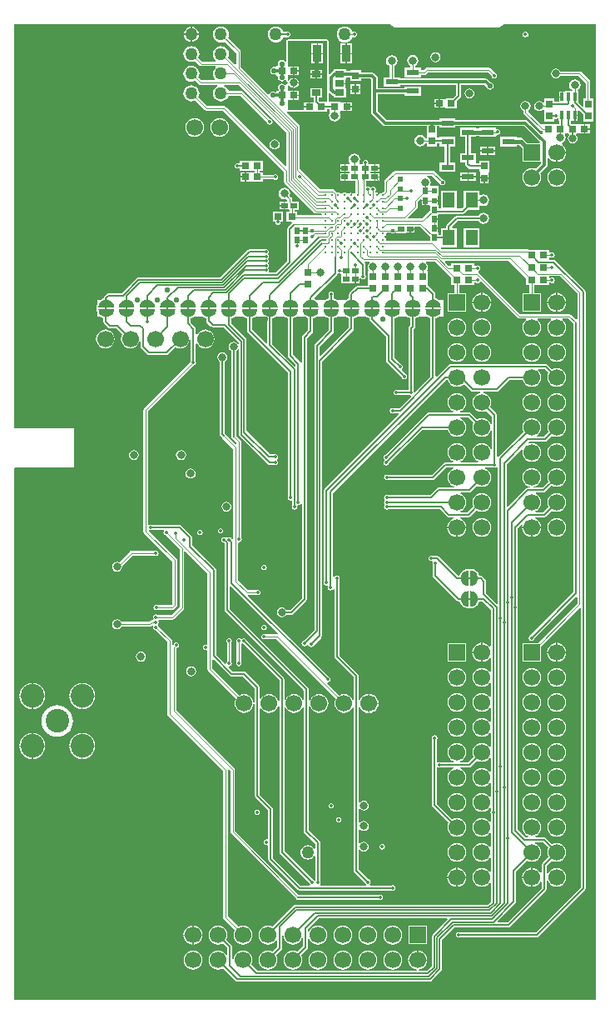
<source format=gbl>
%FSLAX43Y43*%
%MOMM*%
G71*
G01*
G75*
G04 Layer_Physical_Order=4*
G04 Layer_Color=16711680*
%ADD10O,0.800X0.400*%
%ADD11R,0.205X0.282*%
%ADD12R,0.600X0.900*%
%ADD13C,0.800*%
%ADD14R,0.650X0.800*%
%ADD15R,0.800X0.650*%
%ADD16R,0.600X0.550*%
%ADD17R,0.550X0.600*%
%ADD18R,0.500X0.650*%
%ADD19R,1.200X1.200*%
%ADD20R,1.000X2.250*%
%ADD21R,0.900X0.600*%
%ADD22R,0.500X0.600*%
%ADD23R,0.650X0.500*%
%ADD24R,0.700X0.700*%
%ADD25R,0.305X0.584*%
%ADD26R,0.350X0.700*%
%ADD27R,1.100X0.600*%
%ADD28R,1.100X1.000*%
%ADD29R,1.200X1.200*%
%ADD30R,1.300X1.400*%
%ADD31R,0.850X0.300*%
%ADD32O,0.280X0.800*%
%ADD33O,0.800X0.280*%
%ADD34R,7.650X7.650*%
%ADD35R,1.300X1.600*%
%ADD36R,1.100X1.300*%
%ADD37R,2.300X1.900*%
%ADD38R,0.400X1.400*%
%ADD39R,1.775X1.900*%
%ADD40R,0.600X1.000*%
G04:AMPARAMS|DCode=41|XSize=0.205mm|YSize=0.282mm|CornerRadius=0mm|HoleSize=0mm|Usage=FLASHONLY|Rotation=225.000|XOffset=0mm|YOffset=0mm|HoleType=Round|Shape=Rectangle|*
%AMROTATEDRECTD41*
4,1,4,-0.027,0.172,0.172,-0.027,0.027,-0.172,-0.172,0.027,-0.027,0.172,0.0*
%
%ADD41ROTATEDRECTD41*%

G04:AMPARAMS|DCode=42|XSize=0.205mm|YSize=0.282mm|CornerRadius=0mm|HoleSize=0mm|Usage=FLASHONLY|Rotation=135.000|XOffset=0mm|YOffset=0mm|HoleType=Round|Shape=Rectangle|*
%AMROTATEDRECTD42*
4,1,4,0.172,0.027,-0.027,-0.172,-0.172,-0.027,0.027,0.172,0.172,0.027,0.0*
%
%ADD42ROTATEDRECTD42*%

%ADD43R,0.282X0.205*%
%ADD44C,0.216*%
%ADD45C,0.150*%
%ADD46C,0.125*%
%ADD47C,0.160*%
%ADD48C,0.300*%
%ADD49C,0.200*%
%ADD50C,0.180*%
%ADD51C,0.254*%
%ADD52R,0.216X2.303*%
%ADD53R,2.386X0.197*%
%ADD54R,0.598X0.716*%
%ADD55R,0.600X0.670*%
%ADD56R,0.763X0.125*%
%ADD57R,0.601X0.571*%
%ADD58R,1.650X0.550*%
%ADD59R,2.025X0.450*%
%ADD60R,0.350X3.200*%
%ADD61R,0.450X2.959*%
%ADD62C,3.600*%
%ADD63R,1.700X1.700*%
%ADD64C,1.700*%
%ADD65R,1.700X1.700*%
%ADD66C,1.270*%
%ADD67C,2.400*%
%ADD68C,0.550*%
%ADD69C,0.350*%
%ADD70C,0.380*%
%ADD71C,0.500*%
G04:AMPARAMS|DCode=72|XSize=4.224mm|YSize=4.224mm|CornerRadius=0mm|HoleSize=0mm|Usage=FLASHONLY|Rotation=0.000|XOffset=0mm|YOffset=0mm|HoleType=Round|Shape=Relief|Width=0.254mm|Gap=0.254mm|Entries=4|*
%AMTHD72*
7,0,0,4.224,3.716,0.254,45*
%
%ADD72THD72*%
%ADD73C,1.400*%
G04:AMPARAMS|DCode=74|XSize=2.524mm|YSize=2.524mm|CornerRadius=0mm|HoleSize=0mm|Usage=FLASHONLY|Rotation=0.000|XOffset=0mm|YOffset=0mm|HoleType=Round|Shape=Relief|Width=0.254mm|Gap=0.254mm|Entries=4|*
%AMTHD74*
7,0,0,2.524,2.016,0.254,45*
%
%ADD74THD74*%
%ADD75C,1.600*%
G04:AMPARAMS|DCode=76|XSize=2.724mm|YSize=2.724mm|CornerRadius=0mm|HoleSize=0mm|Usage=FLASHONLY|Rotation=0.000|XOffset=0mm|YOffset=0mm|HoleType=Round|Shape=Relief|Width=0.254mm|Gap=0.254mm|Entries=4|*
%AMTHD76*
7,0,0,2.724,2.216,0.254,45*
%
%ADD76THD76*%
%ADD77C,1.900*%
G04:AMPARAMS|DCode=78|XSize=3.124mm|YSize=3.124mm|CornerRadius=0mm|HoleSize=0mm|Usage=FLASHONLY|Rotation=0.000|XOffset=0mm|YOffset=0mm|HoleType=Round|Shape=Relief|Width=0.254mm|Gap=0.254mm|Entries=4|*
%AMTHD78*
7,0,0,3.124,2.616,0.254,45*
%
%ADD78THD78*%
%ADD79C,0.650*%
%ADD80C,3.100*%
%ADD81C,2.000*%
%ADD82R,1.300X0.600*%
%ADD83R,0.950X1.750*%
%ADD84R,0.762X0.762*%
%ADD85R,0.350X0.850*%
%ADD86C,0.280*%
%ADD87R,0.900X0.650*%
%ADD88R,1.300X1.600*%
%ADD89C,0.400*%
G36*
X-462Y-99588D02*
X-59588D01*
Y-45590D01*
X-59498Y-45500D01*
X-53550Y-45500D01*
Y-41500D01*
X-59588D01*
Y-462D01*
X-21442D01*
X-21198Y-650D01*
X-20909Y-769D01*
X-20607Y-809D01*
X-20600Y-812D01*
X-10600D01*
X-10593Y-809D01*
X-10291Y-769D01*
X-10002Y-650D01*
X-9758Y-462D01*
X-462D01*
Y-99588D01*
D02*
G37*
%LPC*%
G36*
X-55245Y-69672D02*
X-55559Y-69703D01*
X-55860Y-69795D01*
X-56138Y-69943D01*
X-56382Y-70143D01*
X-56582Y-70387D01*
X-56730Y-70665D01*
X-56822Y-70966D01*
X-56853Y-71280D01*
X-56822Y-71594D01*
X-56730Y-71895D01*
X-56582Y-72173D01*
X-56382Y-72417D01*
X-56138Y-72617D01*
X-55860Y-72765D01*
X-55559Y-72857D01*
X-55245Y-72888D01*
X-54931Y-72857D01*
X-54630Y-72765D01*
X-54352Y-72617D01*
X-54108Y-72417D01*
X-53908Y-72173D01*
X-53760Y-71895D01*
X-53668Y-71594D01*
X-53637Y-71280D01*
X-53668Y-70966D01*
X-53760Y-70665D01*
X-53908Y-70387D01*
X-54108Y-70143D01*
X-54352Y-69943D01*
X-54630Y-69795D01*
X-54931Y-69703D01*
X-55245Y-69672D01*
D02*
G37*
G36*
X-52643Y-72492D02*
Y-73757D01*
X-51377D01*
X-51414Y-73474D01*
X-51548Y-73152D01*
X-51760Y-72875D01*
X-52037Y-72663D01*
X-52359Y-72529D01*
X-52643Y-72492D01*
D02*
G37*
G36*
X-11075Y-28792D02*
X-11988D01*
Y-29705D01*
X-11795Y-29680D01*
X-11558Y-29582D01*
X-11355Y-29425D01*
X-11198Y-29222D01*
X-11100Y-28985D01*
X-11075Y-28792D01*
D02*
G37*
G36*
X-14590Y-70952D02*
X-14838Y-70984D01*
X-15069Y-71080D01*
X-15268Y-71232D01*
X-15420Y-71431D01*
X-15516Y-71662D01*
X-15548Y-71910D01*
X-15516Y-72158D01*
X-15420Y-72389D01*
X-15268Y-72588D01*
X-15069Y-72740D01*
X-14838Y-72836D01*
X-14590Y-72868D01*
X-14342Y-72836D01*
X-14111Y-72740D01*
X-13912Y-72588D01*
X-13760Y-72389D01*
X-13664Y-72158D01*
X-13632Y-71910D01*
X-13664Y-71662D01*
X-13760Y-71431D01*
X-13912Y-71232D01*
X-14111Y-71080D01*
X-14342Y-70984D01*
X-14590Y-70952D01*
D02*
G37*
G36*
X-52768Y-72492D02*
X-53051Y-72529D01*
X-53373Y-72663D01*
X-53650Y-72875D01*
X-53862Y-73152D01*
X-53996Y-73474D01*
X-54033Y-73757D01*
X-52768D01*
Y-72492D01*
D02*
G37*
G36*
X-51377Y-73882D02*
X-52643D01*
Y-75148D01*
X-52359Y-75111D01*
X-52037Y-74977D01*
X-51760Y-74765D01*
X-51548Y-74488D01*
X-51414Y-74166D01*
X-51377Y-73882D01*
D02*
G37*
G36*
X-52768D02*
X-54033D01*
X-53996Y-74166D01*
X-53862Y-74488D01*
X-53650Y-74765D01*
X-53373Y-74977D01*
X-53051Y-75111D01*
X-52768Y-75148D01*
Y-73882D01*
D02*
G37*
G36*
X-57722Y-72492D02*
Y-73757D01*
X-56457D01*
X-56494Y-73474D01*
X-56628Y-73152D01*
X-56840Y-72875D01*
X-57117Y-72663D01*
X-57439Y-72529D01*
X-57722Y-72492D01*
D02*
G37*
G36*
X-57847D02*
X-58131Y-72529D01*
X-58453Y-72663D01*
X-58730Y-72875D01*
X-58942Y-73152D01*
X-59076Y-73474D01*
X-59113Y-73757D01*
X-57847D01*
Y-72492D01*
D02*
G37*
G36*
X-4430Y-68412D02*
X-4678Y-68444D01*
X-4909Y-68540D01*
X-5108Y-68692D01*
X-5260Y-68891D01*
X-5356Y-69122D01*
X-5388Y-69370D01*
X-5356Y-69618D01*
X-5260Y-69849D01*
X-5108Y-70048D01*
X-4909Y-70200D01*
X-4678Y-70296D01*
X-4430Y-70328D01*
X-4182Y-70296D01*
X-3951Y-70200D01*
X-3752Y-70048D01*
X-3600Y-69849D01*
X-3504Y-69618D01*
X-3472Y-69370D01*
X-3504Y-69122D01*
X-3600Y-68891D01*
X-3752Y-68692D01*
X-3951Y-68540D01*
X-4182Y-68444D01*
X-4430Y-68412D01*
D02*
G37*
G36*
X-6970D02*
X-7218Y-68444D01*
X-7449Y-68540D01*
X-7648Y-68692D01*
X-7800Y-68891D01*
X-7896Y-69122D01*
X-7928Y-69370D01*
X-7896Y-69618D01*
X-7800Y-69849D01*
X-7648Y-70048D01*
X-7449Y-70200D01*
X-7218Y-70296D01*
X-6970Y-70328D01*
X-6722Y-70296D01*
X-6491Y-70200D01*
X-6292Y-70048D01*
X-6140Y-69849D01*
X-6044Y-69618D01*
X-6012Y-69370D01*
X-6044Y-69122D01*
X-6140Y-68891D01*
X-6292Y-68692D01*
X-6491Y-68540D01*
X-6722Y-68444D01*
X-6970Y-68412D01*
D02*
G37*
G36*
X-56457Y-68802D02*
X-57722D01*
Y-70068D01*
X-57439Y-70031D01*
X-57117Y-69897D01*
X-56840Y-69685D01*
X-56628Y-69408D01*
X-56494Y-69086D01*
X-56457Y-68802D01*
D02*
G37*
G36*
X-57847D02*
X-59113D01*
X-59076Y-69086D01*
X-58942Y-69408D01*
X-58730Y-69685D01*
X-58453Y-69897D01*
X-58131Y-70031D01*
X-57847Y-70068D01*
Y-68802D01*
D02*
G37*
G36*
X-14590Y-68412D02*
X-14838Y-68444D01*
X-15069Y-68540D01*
X-15268Y-68692D01*
X-15420Y-68891D01*
X-15516Y-69122D01*
X-15548Y-69370D01*
X-15516Y-69618D01*
X-15420Y-69849D01*
X-15268Y-70048D01*
X-15069Y-70200D01*
X-14838Y-70296D01*
X-14590Y-70328D01*
X-14342Y-70296D01*
X-14111Y-70200D01*
X-13912Y-70048D01*
X-13760Y-69849D01*
X-13664Y-69618D01*
X-13632Y-69370D01*
X-13664Y-69122D01*
X-13760Y-68891D01*
X-13912Y-68692D01*
X-14111Y-68540D01*
X-14342Y-68444D01*
X-14590Y-68412D01*
D02*
G37*
G36*
X-6970Y-70952D02*
X-7218Y-70984D01*
X-7449Y-71080D01*
X-7648Y-71232D01*
X-7800Y-71431D01*
X-7896Y-71662D01*
X-7928Y-71910D01*
X-7896Y-72158D01*
X-7800Y-72389D01*
X-7648Y-72588D01*
X-7449Y-72740D01*
X-7218Y-72836D01*
X-6970Y-72868D01*
X-6722Y-72836D01*
X-6491Y-72740D01*
X-6292Y-72588D01*
X-6140Y-72389D01*
X-6044Y-72158D01*
X-6012Y-71910D01*
X-6044Y-71662D01*
X-6140Y-71431D01*
X-6292Y-71232D01*
X-6491Y-71080D01*
X-6722Y-70984D01*
X-6970Y-70952D01*
D02*
G37*
G36*
X-12113Y-28792D02*
X-13025D01*
X-13000Y-28985D01*
X-12902Y-29222D01*
X-12745Y-29425D01*
X-12542Y-29582D01*
X-12305Y-29680D01*
X-12113Y-29705D01*
Y-28792D01*
D02*
G37*
G36*
X-22550Y-69562D02*
X-23462D01*
Y-70475D01*
X-23270Y-70450D01*
X-23033Y-70352D01*
X-22830Y-70195D01*
X-22673Y-69992D01*
X-22575Y-69755D01*
X-22550Y-69562D01*
D02*
G37*
G36*
X-4430Y-70952D02*
X-4678Y-70984D01*
X-4909Y-71080D01*
X-5108Y-71232D01*
X-5260Y-71431D01*
X-5356Y-71662D01*
X-5388Y-71910D01*
X-5356Y-72158D01*
X-5260Y-72389D01*
X-5108Y-72588D01*
X-4909Y-72740D01*
X-4678Y-72836D01*
X-4430Y-72868D01*
X-4182Y-72836D01*
X-3951Y-72740D01*
X-3752Y-72588D01*
X-3600Y-72389D01*
X-3504Y-72158D01*
X-3472Y-71910D01*
X-3504Y-71662D01*
X-3600Y-71431D01*
X-3752Y-71232D01*
X-3951Y-71080D01*
X-4182Y-70984D01*
X-4430Y-70952D01*
D02*
G37*
G36*
X-56457Y-73882D02*
X-57722D01*
Y-75148D01*
X-57439Y-75111D01*
X-57117Y-74977D01*
X-56840Y-74765D01*
X-56628Y-74488D01*
X-56494Y-74166D01*
X-56457Y-73882D01*
D02*
G37*
G36*
X-11988Y-27755D02*
Y-28667D01*
X-11075D01*
X-11100Y-28475D01*
X-11198Y-28238D01*
X-11355Y-28035D01*
X-11558Y-27878D01*
X-11795Y-27780D01*
X-11988Y-27755D01*
D02*
G37*
G36*
X-22175Y-83770D02*
X-22282Y-83791D01*
X-22373Y-83852D01*
X-22434Y-83943D01*
X-22455Y-84050D01*
X-22434Y-84157D01*
X-22373Y-84248D01*
X-22282Y-84309D01*
X-22175Y-84330D01*
X-22068Y-84309D01*
X-21977Y-84248D01*
X-21916Y-84157D01*
X-21895Y-84050D01*
X-21916Y-83943D01*
X-21977Y-83852D01*
X-22068Y-83791D01*
X-22175Y-83770D01*
D02*
G37*
G36*
X-4430Y-81112D02*
X-4678Y-81144D01*
X-4909Y-81240D01*
X-5108Y-81392D01*
X-5260Y-81591D01*
X-5356Y-81822D01*
X-5388Y-82070D01*
X-5356Y-82318D01*
X-5260Y-82549D01*
X-5108Y-82748D01*
X-4909Y-82900D01*
X-4678Y-82996D01*
X-4430Y-83028D01*
X-4182Y-82996D01*
X-3951Y-82900D01*
X-3752Y-82748D01*
X-3600Y-82549D01*
X-3504Y-82318D01*
X-3472Y-82070D01*
X-3504Y-81822D01*
X-3600Y-81591D01*
X-3752Y-81392D01*
X-3951Y-81240D01*
X-4182Y-81144D01*
X-4430Y-81112D01*
D02*
G37*
G36*
X-12113Y-27755D02*
X-12305Y-27780D01*
X-12542Y-27878D01*
X-12745Y-28035D01*
X-12902Y-28238D01*
X-13000Y-28475D01*
X-13025Y-28667D01*
X-12113D01*
Y-27755D01*
D02*
G37*
G36*
X-12275Y-21175D02*
X-13925D01*
Y-23125D01*
X-12275D01*
Y-21175D01*
D02*
G37*
G36*
X-32250Y-19475D02*
X-33300D01*
Y-20525D01*
X-33096D01*
X-33055Y-20575D01*
X-33034Y-20682D01*
X-32973Y-20773D01*
X-32882Y-20834D01*
X-32775Y-20855D01*
X-32668Y-20834D01*
X-32577Y-20773D01*
X-32516Y-20682D01*
X-32495Y-20575D01*
X-32454Y-20525D01*
X-32250D01*
Y-19475D01*
D02*
G37*
G36*
X-14653Y-86175D02*
X-14845Y-86200D01*
X-15082Y-86298D01*
X-15285Y-86455D01*
X-15442Y-86658D01*
X-15540Y-86895D01*
X-15565Y-87088D01*
X-14653D01*
Y-86175D01*
D02*
G37*
G36*
X-14590Y-83652D02*
X-14838Y-83684D01*
X-15069Y-83780D01*
X-15268Y-83932D01*
X-15420Y-84131D01*
X-15516Y-84362D01*
X-15548Y-84610D01*
X-15516Y-84858D01*
X-15420Y-85089D01*
X-15268Y-85288D01*
X-15069Y-85440D01*
X-14838Y-85536D01*
X-14590Y-85568D01*
X-14342Y-85536D01*
X-14111Y-85440D01*
X-13912Y-85288D01*
X-13760Y-85089D01*
X-13664Y-84858D01*
X-13632Y-84610D01*
X-13664Y-84362D01*
X-13760Y-84131D01*
X-13912Y-83932D01*
X-14111Y-83780D01*
X-14342Y-83684D01*
X-14590Y-83652D01*
D02*
G37*
G36*
X-14528Y-86175D02*
Y-87088D01*
X-13615D01*
X-13640Y-86895D01*
X-13738Y-86658D01*
X-13895Y-86455D01*
X-14098Y-86298D01*
X-14335Y-86200D01*
X-14528Y-86175D01*
D02*
G37*
G36*
X-6970Y-73492D02*
X-7218Y-73524D01*
X-7449Y-73620D01*
X-7648Y-73772D01*
X-7800Y-73971D01*
X-7896Y-74202D01*
X-7928Y-74450D01*
X-7896Y-74698D01*
X-7800Y-74929D01*
X-7648Y-75128D01*
X-7449Y-75280D01*
X-7218Y-75376D01*
X-6970Y-75408D01*
X-6722Y-75376D01*
X-6491Y-75280D01*
X-6292Y-75128D01*
X-6140Y-74929D01*
X-6044Y-74698D01*
X-6012Y-74450D01*
X-6044Y-74202D01*
X-6140Y-73971D01*
X-6292Y-73772D01*
X-6491Y-73620D01*
X-6722Y-73524D01*
X-6970Y-73492D01*
D02*
G37*
G36*
X-4430Y-76032D02*
X-4678Y-76064D01*
X-4909Y-76160D01*
X-5108Y-76312D01*
X-5260Y-76511D01*
X-5356Y-76742D01*
X-5388Y-76990D01*
X-5356Y-77238D01*
X-5260Y-77469D01*
X-5108Y-77668D01*
X-4909Y-77820D01*
X-4678Y-77916D01*
X-4430Y-77948D01*
X-4182Y-77916D01*
X-3951Y-77820D01*
X-3752Y-77668D01*
X-3600Y-77469D01*
X-3504Y-77238D01*
X-3472Y-76990D01*
X-3504Y-76742D01*
X-3600Y-76511D01*
X-3752Y-76312D01*
X-3951Y-76160D01*
X-4182Y-76064D01*
X-4430Y-76032D01*
D02*
G37*
G36*
X-57847Y-73882D02*
X-59113D01*
X-59076Y-74166D01*
X-58942Y-74488D01*
X-58730Y-74765D01*
X-58453Y-74977D01*
X-58131Y-75111D01*
X-57847Y-75148D01*
Y-73882D01*
D02*
G37*
G36*
X-4430Y-73492D02*
X-4678Y-73524D01*
X-4909Y-73620D01*
X-5108Y-73772D01*
X-5260Y-73971D01*
X-5356Y-74202D01*
X-5388Y-74450D01*
X-5356Y-74698D01*
X-5260Y-74929D01*
X-5108Y-75128D01*
X-4909Y-75280D01*
X-4678Y-75376D01*
X-4430Y-75408D01*
X-4182Y-75376D01*
X-3951Y-75280D01*
X-3752Y-75128D01*
X-3600Y-74929D01*
X-3504Y-74698D01*
X-3472Y-74450D01*
X-3504Y-74202D01*
X-3600Y-73971D01*
X-3752Y-73772D01*
X-3951Y-73620D01*
X-4182Y-73524D01*
X-4430Y-73492D01*
D02*
G37*
G36*
X-6970Y-76032D02*
X-7218Y-76064D01*
X-7449Y-76160D01*
X-7648Y-76312D01*
X-7800Y-76511D01*
X-7896Y-76742D01*
X-7928Y-76990D01*
X-7896Y-77238D01*
X-7800Y-77469D01*
X-7648Y-77668D01*
X-7449Y-77820D01*
X-7218Y-77916D01*
X-6970Y-77948D01*
X-6722Y-77916D01*
X-6491Y-77820D01*
X-6292Y-77668D01*
X-6140Y-77469D01*
X-6044Y-77238D01*
X-6012Y-76990D01*
X-6044Y-76742D01*
X-6140Y-76511D01*
X-6292Y-76312D01*
X-6491Y-76160D01*
X-6722Y-76064D01*
X-6970Y-76032D01*
D02*
G37*
G36*
X-14590Y-78572D02*
X-14838Y-78604D01*
X-15069Y-78700D01*
X-15268Y-78852D01*
X-15420Y-79051D01*
X-15516Y-79282D01*
X-15548Y-79530D01*
X-15516Y-79778D01*
X-15420Y-80009D01*
X-15268Y-80208D01*
X-15069Y-80360D01*
X-14838Y-80456D01*
X-14590Y-80488D01*
X-14342Y-80456D01*
X-14111Y-80360D01*
X-13912Y-80208D01*
X-13760Y-80009D01*
X-13664Y-79778D01*
X-13632Y-79530D01*
X-13664Y-79282D01*
X-13760Y-79051D01*
X-13912Y-78852D01*
X-14111Y-78700D01*
X-14342Y-78604D01*
X-14590Y-78572D01*
D02*
G37*
G36*
X-34913Y-80257D02*
X-35020Y-80278D01*
X-35111Y-80339D01*
X-35172Y-80430D01*
X-35193Y-80537D01*
X-35172Y-80645D01*
X-35111Y-80736D01*
X-35020Y-80797D01*
X-34913Y-80818D01*
X-34805Y-80797D01*
X-34714Y-80736D01*
X-34653Y-80645D01*
X-34632Y-80537D01*
X-34653Y-80430D01*
X-34714Y-80339D01*
X-34805Y-80278D01*
X-34913Y-80257D01*
D02*
G37*
G36*
X-4430Y-78572D02*
X-4678Y-78604D01*
X-4909Y-78700D01*
X-5108Y-78852D01*
X-5260Y-79051D01*
X-5356Y-79282D01*
X-5388Y-79530D01*
X-5356Y-79778D01*
X-5260Y-80009D01*
X-5108Y-80208D01*
X-4909Y-80360D01*
X-4678Y-80456D01*
X-4430Y-80488D01*
X-4182Y-80456D01*
X-3951Y-80360D01*
X-3752Y-80208D01*
X-3600Y-80009D01*
X-3504Y-79778D01*
X-3472Y-79530D01*
X-3504Y-79282D01*
X-3600Y-79051D01*
X-3752Y-78852D01*
X-3951Y-78700D01*
X-4182Y-78604D01*
X-4430Y-78572D01*
D02*
G37*
G36*
X-6970D02*
X-7218Y-78604D01*
X-7449Y-78700D01*
X-7648Y-78852D01*
X-7800Y-79051D01*
X-7896Y-79282D01*
X-7928Y-79530D01*
X-7896Y-79778D01*
X-7800Y-80009D01*
X-7648Y-80208D01*
X-7449Y-80360D01*
X-7218Y-80456D01*
X-6970Y-80488D01*
X-6722Y-80456D01*
X-6491Y-80360D01*
X-6292Y-80208D01*
X-6140Y-80009D01*
X-6044Y-79778D01*
X-6012Y-79530D01*
X-6044Y-79282D01*
X-6140Y-79051D01*
X-6292Y-78852D01*
X-6491Y-78700D01*
X-6722Y-78604D01*
X-6970Y-78572D01*
D02*
G37*
G36*
Y-37932D02*
X-7218Y-37964D01*
X-7449Y-38060D01*
X-7648Y-38212D01*
X-7800Y-38411D01*
X-7896Y-38642D01*
X-7928Y-38890D01*
X-7896Y-39138D01*
X-7800Y-39369D01*
X-7648Y-39568D01*
X-7449Y-39720D01*
X-7218Y-39816D01*
X-6970Y-39848D01*
X-6722Y-39816D01*
X-6491Y-39720D01*
X-6292Y-39568D01*
X-6140Y-39369D01*
X-6044Y-39138D01*
X-6012Y-38890D01*
X-6044Y-38642D01*
X-6140Y-38411D01*
X-6292Y-38212D01*
X-6491Y-38060D01*
X-6722Y-37964D01*
X-6970Y-37932D01*
D02*
G37*
G36*
X-4430D02*
X-4678Y-37964D01*
X-4909Y-38060D01*
X-5108Y-38212D01*
X-5260Y-38411D01*
X-5356Y-38642D01*
X-5388Y-38890D01*
X-5356Y-39138D01*
X-5260Y-39369D01*
X-5108Y-39568D01*
X-4909Y-39720D01*
X-4678Y-39816D01*
X-4430Y-39848D01*
X-4182Y-39816D01*
X-3951Y-39720D01*
X-3752Y-39568D01*
X-3600Y-39369D01*
X-3504Y-39138D01*
X-3472Y-38890D01*
X-3504Y-38642D01*
X-3600Y-38411D01*
X-3752Y-38212D01*
X-3951Y-38060D01*
X-4182Y-37964D01*
X-4430Y-37932D01*
D02*
G37*
G36*
X-47450Y-43740D02*
X-47645Y-43779D01*
X-47810Y-43890D01*
X-47921Y-44055D01*
X-47960Y-44250D01*
X-47921Y-44445D01*
X-47810Y-44610D01*
X-47645Y-44721D01*
X-47450Y-44760D01*
X-47255Y-44721D01*
X-47090Y-44610D01*
X-46979Y-44445D01*
X-46940Y-44250D01*
X-46979Y-44055D01*
X-47090Y-43890D01*
X-47255Y-43779D01*
X-47450Y-43740D01*
D02*
G37*
G36*
X-4492Y-63315D02*
X-4685Y-63340D01*
X-4922Y-63438D01*
X-5125Y-63595D01*
X-5282Y-63798D01*
X-5380Y-64035D01*
X-5405Y-64228D01*
X-4492D01*
Y-63315D01*
D02*
G37*
G36*
X-12113D02*
X-12305Y-63340D01*
X-12542Y-63438D01*
X-12745Y-63595D01*
X-12902Y-63798D01*
X-13000Y-64035D01*
X-13025Y-64228D01*
X-12113D01*
Y-63315D01*
D02*
G37*
G36*
X-3455Y-64353D02*
X-4367D01*
Y-65265D01*
X-4175Y-65240D01*
X-3938Y-65142D01*
X-3735Y-64985D01*
X-3578Y-64782D01*
X-3480Y-64545D01*
X-3455Y-64353D01*
D02*
G37*
G36*
X-6970Y-32852D02*
X-7218Y-32884D01*
X-7449Y-32980D01*
X-7648Y-33132D01*
X-7800Y-33331D01*
X-7896Y-33562D01*
X-7928Y-33810D01*
X-7896Y-34058D01*
X-7800Y-34289D01*
X-7648Y-34488D01*
X-7449Y-34640D01*
X-7218Y-34736D01*
X-6970Y-34768D01*
X-6722Y-34736D01*
X-6491Y-34640D01*
X-6292Y-34488D01*
X-6140Y-34289D01*
X-6044Y-34058D01*
X-6012Y-33810D01*
X-6044Y-33562D01*
X-6140Y-33331D01*
X-6292Y-33132D01*
X-6491Y-32980D01*
X-6722Y-32884D01*
X-6970Y-32852D01*
D02*
G37*
G36*
X-46725Y-64215D02*
X-46920Y-64254D01*
X-47085Y-64365D01*
X-47196Y-64530D01*
X-47235Y-64725D01*
X-47196Y-64920D01*
X-47085Y-65085D01*
X-46920Y-65196D01*
X-46725Y-65235D01*
X-46530Y-65196D01*
X-46365Y-65085D01*
X-46254Y-64920D01*
X-46215Y-64725D01*
X-46254Y-64530D01*
X-46365Y-64365D01*
X-46530Y-64254D01*
X-46725Y-64215D01*
D02*
G37*
G36*
X-13640Y-63340D02*
X-15540D01*
Y-65240D01*
X-13640D01*
Y-63340D01*
D02*
G37*
G36*
X-5995Y-51653D02*
X-6907D01*
Y-52565D01*
X-6715Y-52540D01*
X-6478Y-52442D01*
X-6275Y-52285D01*
X-6118Y-52082D01*
X-6020Y-51845D01*
X-5995Y-51653D01*
D02*
G37*
G36*
X-14653Y-51653D02*
X-15565D01*
X-15540Y-51845D01*
X-15442Y-52082D01*
X-15285Y-52285D01*
X-15082Y-52442D01*
X-14845Y-52540D01*
X-14653Y-52565D01*
Y-51653D01*
D02*
G37*
G36*
X-45200Y-53945D02*
X-45307Y-53966D01*
X-45333Y-53983D01*
X-47725D01*
X-47818Y-54001D01*
X-47896Y-54054D01*
X-48969Y-55126D01*
X-49150Y-55090D01*
X-49345Y-55129D01*
X-49510Y-55240D01*
X-49621Y-55405D01*
X-49660Y-55600D01*
X-49621Y-55795D01*
X-49510Y-55960D01*
X-49345Y-56071D01*
X-49150Y-56110D01*
X-48955Y-56071D01*
X-48790Y-55960D01*
X-48679Y-55795D01*
X-48640Y-55600D01*
X-48660Y-55502D01*
X-47625Y-54467D01*
X-45333D01*
X-45307Y-54484D01*
X-45200Y-54505D01*
X-45093Y-54484D01*
X-45002Y-54423D01*
X-44941Y-54332D01*
X-44920Y-54225D01*
X-44941Y-54118D01*
X-45002Y-54027D01*
X-45093Y-53966D01*
X-45200Y-53945D01*
D02*
G37*
G36*
X-7032Y-51653D02*
X-7945D01*
X-7920Y-51845D01*
X-7822Y-52082D01*
X-7665Y-52285D01*
X-7462Y-52442D01*
X-7225Y-52540D01*
X-7032Y-52565D01*
Y-51653D01*
D02*
G37*
G36*
X-13615Y-51653D02*
X-14528D01*
Y-52565D01*
X-14335Y-52540D01*
X-14098Y-52442D01*
X-13895Y-52285D01*
X-13738Y-52082D01*
X-13640Y-51845D01*
X-13615Y-51653D01*
D02*
G37*
G36*
X-4367Y-63315D02*
Y-64228D01*
X-3455D01*
X-3480Y-64035D01*
X-3578Y-63798D01*
X-3735Y-63595D01*
X-3938Y-63438D01*
X-4175Y-63340D01*
X-4367Y-63315D01*
D02*
G37*
G36*
X-4430Y-43012D02*
X-4678Y-43044D01*
X-4909Y-43140D01*
X-5108Y-43292D01*
X-5260Y-43491D01*
X-5356Y-43722D01*
X-5388Y-43970D01*
X-5356Y-44218D01*
X-5260Y-44449D01*
X-5108Y-44648D01*
X-4909Y-44800D01*
X-4678Y-44896D01*
X-4430Y-44928D01*
X-4182Y-44896D01*
X-3951Y-44800D01*
X-3752Y-44648D01*
X-3600Y-44449D01*
X-3504Y-44218D01*
X-3472Y-43970D01*
X-3504Y-43722D01*
X-3600Y-43491D01*
X-3752Y-43292D01*
X-3951Y-43140D01*
X-4182Y-43044D01*
X-4430Y-43012D01*
D02*
G37*
G36*
Y-50632D02*
X-4678Y-50664D01*
X-4909Y-50760D01*
X-5108Y-50912D01*
X-5260Y-51111D01*
X-5356Y-51342D01*
X-5388Y-51590D01*
X-5356Y-51838D01*
X-5260Y-52069D01*
X-5108Y-52268D01*
X-4909Y-52420D01*
X-4678Y-52516D01*
X-4430Y-52548D01*
X-4182Y-52516D01*
X-3951Y-52420D01*
X-3752Y-52268D01*
X-3600Y-52069D01*
X-3504Y-51838D01*
X-3472Y-51590D01*
X-3504Y-51342D01*
X-3600Y-51111D01*
X-3752Y-50912D01*
X-3951Y-50760D01*
X-4182Y-50664D01*
X-4430Y-50632D01*
D02*
G37*
G36*
X-12050Y-50632D02*
X-12298Y-50664D01*
X-12529Y-50760D01*
X-12728Y-50912D01*
X-12880Y-51111D01*
X-12976Y-51342D01*
X-13008Y-51590D01*
X-12976Y-51838D01*
X-12880Y-52069D01*
X-12728Y-52268D01*
X-12529Y-52420D01*
X-12298Y-52516D01*
X-12050Y-52548D01*
X-11802Y-52516D01*
X-11571Y-52420D01*
X-11372Y-52268D01*
X-11220Y-52069D01*
X-11124Y-51838D01*
X-11092Y-51590D01*
X-11124Y-51342D01*
X-11220Y-51111D01*
X-11372Y-50912D01*
X-11571Y-50760D01*
X-11802Y-50664D01*
X-12050Y-50632D01*
D02*
G37*
G36*
X-4430Y-32852D02*
X-4678Y-32884D01*
X-4909Y-32980D01*
X-5108Y-33132D01*
X-5260Y-33331D01*
X-5356Y-33562D01*
X-5388Y-33810D01*
X-5356Y-34058D01*
X-5260Y-34289D01*
X-5108Y-34488D01*
X-4909Y-34640D01*
X-4678Y-34736D01*
X-4430Y-34768D01*
X-4182Y-34736D01*
X-3951Y-34640D01*
X-3752Y-34488D01*
X-3600Y-34289D01*
X-3504Y-34058D01*
X-3472Y-33810D01*
X-3504Y-33562D01*
X-3600Y-33331D01*
X-3752Y-33132D01*
X-3951Y-32980D01*
X-4182Y-32884D01*
X-4430Y-32852D01*
D02*
G37*
G36*
X-52643Y-67412D02*
Y-68677D01*
X-51377D01*
X-51414Y-68394D01*
X-51548Y-68072D01*
X-51760Y-67795D01*
X-52037Y-67583D01*
X-52359Y-67449D01*
X-52643Y-67412D01*
D02*
G37*
G36*
X-52768D02*
X-53051Y-67449D01*
X-53373Y-67583D01*
X-53650Y-67795D01*
X-53862Y-68072D01*
X-53996Y-68394D01*
X-54033Y-68677D01*
X-52768D01*
Y-67412D01*
D02*
G37*
G36*
X-6970Y-65872D02*
X-7218Y-65904D01*
X-7449Y-66000D01*
X-7648Y-66152D01*
X-7800Y-66351D01*
X-7896Y-66582D01*
X-7928Y-66830D01*
X-7896Y-67078D01*
X-7800Y-67309D01*
X-7648Y-67508D01*
X-7449Y-67660D01*
X-7218Y-67756D01*
X-6970Y-67788D01*
X-6722Y-67756D01*
X-6491Y-67660D01*
X-6292Y-67508D01*
X-6140Y-67309D01*
X-6044Y-67078D01*
X-6012Y-66830D01*
X-6044Y-66582D01*
X-6140Y-66351D01*
X-6292Y-66152D01*
X-6491Y-66000D01*
X-6722Y-65904D01*
X-6970Y-65872D01*
D02*
G37*
G36*
X-14590D02*
X-14838Y-65904D01*
X-15069Y-66000D01*
X-15268Y-66152D01*
X-15420Y-66351D01*
X-15516Y-66582D01*
X-15548Y-66830D01*
X-15516Y-67078D01*
X-15420Y-67309D01*
X-15268Y-67508D01*
X-15069Y-67660D01*
X-14838Y-67756D01*
X-14590Y-67788D01*
X-14342Y-67756D01*
X-14111Y-67660D01*
X-13912Y-67508D01*
X-13760Y-67309D01*
X-13664Y-67078D01*
X-13632Y-66830D01*
X-13664Y-66582D01*
X-13760Y-66351D01*
X-13912Y-66152D01*
X-14111Y-66000D01*
X-14342Y-65904D01*
X-14590Y-65872D01*
D02*
G37*
G36*
X-57722Y-67412D02*
Y-68677D01*
X-56457D01*
X-56494Y-68394D01*
X-56628Y-68072D01*
X-56840Y-67795D01*
X-57117Y-67583D01*
X-57439Y-67449D01*
X-57722Y-67412D01*
D02*
G37*
G36*
X-51377Y-68802D02*
X-52643D01*
Y-70068D01*
X-52359Y-70031D01*
X-52037Y-69897D01*
X-51760Y-69685D01*
X-51548Y-69408D01*
X-51414Y-69086D01*
X-51377Y-68802D01*
D02*
G37*
G36*
X-52768D02*
X-54033D01*
X-53996Y-69086D01*
X-53862Y-69408D01*
X-53650Y-69685D01*
X-53373Y-69897D01*
X-53051Y-70031D01*
X-52768Y-70068D01*
Y-68802D01*
D02*
G37*
G36*
X-57847Y-67412D02*
X-58131Y-67449D01*
X-58453Y-67583D01*
X-58730Y-67795D01*
X-58942Y-68072D01*
X-59076Y-68394D01*
X-59113Y-68677D01*
X-57847D01*
Y-67412D01*
D02*
G37*
G36*
X-23462Y-68525D02*
Y-69438D01*
X-22550D01*
X-22575Y-69245D01*
X-22673Y-69008D01*
X-22830Y-68805D01*
X-23033Y-68648D01*
X-23270Y-68550D01*
X-23462Y-68525D01*
D02*
G37*
G36*
X-4492Y-64353D02*
X-5405D01*
X-5380Y-64545D01*
X-5282Y-64782D01*
X-5125Y-64985D01*
X-4922Y-65142D01*
X-4685Y-65240D01*
X-4492Y-65265D01*
Y-64353D01*
D02*
G37*
G36*
X-50355Y-31492D02*
X-50603Y-31524D01*
X-50834Y-31620D01*
X-51033Y-31772D01*
X-51185Y-31971D01*
X-51281Y-32202D01*
X-51313Y-32450D01*
X-51281Y-32698D01*
X-51185Y-32929D01*
X-51033Y-33128D01*
X-50834Y-33280D01*
X-50603Y-33376D01*
X-50355Y-33408D01*
X-50107Y-33376D01*
X-49876Y-33280D01*
X-49677Y-33128D01*
X-49525Y-32929D01*
X-49429Y-32698D01*
X-49397Y-32450D01*
X-49429Y-32202D01*
X-49525Y-31971D01*
X-49677Y-31772D01*
X-49876Y-31620D01*
X-50107Y-31524D01*
X-50355Y-31492D01*
D02*
G37*
G36*
X-14590Y-32852D02*
X-14838Y-32884D01*
X-15069Y-32980D01*
X-15268Y-33132D01*
X-15420Y-33331D01*
X-15516Y-33562D01*
X-15548Y-33810D01*
X-15516Y-34058D01*
X-15420Y-34289D01*
X-15268Y-34488D01*
X-15069Y-34640D01*
X-14838Y-34736D01*
X-14590Y-34768D01*
X-14342Y-34736D01*
X-14111Y-34640D01*
X-13912Y-34488D01*
X-13760Y-34289D01*
X-13664Y-34058D01*
X-13632Y-33810D01*
X-13664Y-33562D01*
X-13760Y-33331D01*
X-13912Y-33132D01*
X-14111Y-32980D01*
X-14342Y-32884D01*
X-14590Y-32852D01*
D02*
G37*
G36*
X-12050D02*
X-12298Y-32884D01*
X-12529Y-32980D01*
X-12728Y-33132D01*
X-12880Y-33331D01*
X-12976Y-33562D01*
X-13008Y-33810D01*
X-12976Y-34058D01*
X-12880Y-34289D01*
X-12728Y-34488D01*
X-12529Y-34640D01*
X-12298Y-34736D01*
X-12050Y-34768D01*
X-11802Y-34736D01*
X-11571Y-34640D01*
X-11372Y-34488D01*
X-11220Y-34289D01*
X-11124Y-34058D01*
X-11092Y-33810D01*
X-11124Y-33562D01*
X-11220Y-33331D01*
X-11372Y-33132D01*
X-11571Y-32980D01*
X-11802Y-32884D01*
X-12050Y-32852D01*
D02*
G37*
G36*
X-12113Y-64353D02*
X-13025D01*
X-13000Y-64545D01*
X-12902Y-64782D01*
X-12745Y-64985D01*
X-12542Y-65142D01*
X-12305Y-65240D01*
X-12113Y-65265D01*
Y-64353D01*
D02*
G37*
G36*
X-12050Y-30312D02*
X-12298Y-30344D01*
X-12529Y-30440D01*
X-12728Y-30592D01*
X-12880Y-30791D01*
X-12976Y-31022D01*
X-13008Y-31270D01*
X-12976Y-31518D01*
X-12880Y-31749D01*
X-12728Y-31948D01*
X-12529Y-32100D01*
X-12298Y-32196D01*
X-12050Y-32228D01*
X-11802Y-32196D01*
X-11571Y-32100D01*
X-11372Y-31948D01*
X-11220Y-31749D01*
X-11124Y-31518D01*
X-11092Y-31270D01*
X-11124Y-31022D01*
X-11220Y-30791D01*
X-11372Y-30592D01*
X-11571Y-30440D01*
X-11802Y-30344D01*
X-12050Y-30312D01*
D02*
G37*
G36*
X-4430Y-65872D02*
X-4678Y-65904D01*
X-4909Y-66000D01*
X-5108Y-66152D01*
X-5260Y-66351D01*
X-5356Y-66582D01*
X-5388Y-66830D01*
X-5356Y-67078D01*
X-5260Y-67309D01*
X-5108Y-67508D01*
X-4909Y-67660D01*
X-4678Y-67756D01*
X-4430Y-67788D01*
X-4182Y-67756D01*
X-3951Y-67660D01*
X-3752Y-67508D01*
X-3600Y-67309D01*
X-3504Y-67078D01*
X-3472Y-66830D01*
X-3504Y-66582D01*
X-3600Y-66351D01*
X-3752Y-66152D01*
X-3951Y-66000D01*
X-4182Y-65904D01*
X-4430Y-65872D01*
D02*
G37*
G36*
X-41630Y-65710D02*
X-41825Y-65749D01*
X-41990Y-65860D01*
X-42101Y-66025D01*
X-42140Y-66220D01*
X-42101Y-66415D01*
X-41990Y-66581D01*
X-41825Y-66691D01*
X-41630Y-66730D01*
X-41435Y-66691D01*
X-41269Y-66581D01*
X-41159Y-66415D01*
X-41120Y-66220D01*
X-41159Y-66025D01*
X-41269Y-65860D01*
X-41435Y-65749D01*
X-41630Y-65710D01*
D02*
G37*
G36*
X-14590Y-30312D02*
X-14838Y-30344D01*
X-15069Y-30440D01*
X-15268Y-30592D01*
X-15420Y-30791D01*
X-15516Y-31022D01*
X-15548Y-31270D01*
X-15516Y-31518D01*
X-15420Y-31749D01*
X-15268Y-31948D01*
X-15069Y-32100D01*
X-14838Y-32196D01*
X-14590Y-32228D01*
X-14342Y-32196D01*
X-14111Y-32100D01*
X-13912Y-31948D01*
X-13760Y-31749D01*
X-13664Y-31518D01*
X-13632Y-31270D01*
X-13664Y-31022D01*
X-13760Y-30791D01*
X-13912Y-30592D01*
X-14111Y-30440D01*
X-14342Y-30344D01*
X-14590Y-30312D01*
D02*
G37*
G36*
X-21110Y-92072D02*
X-21358Y-92104D01*
X-21589Y-92200D01*
X-21788Y-92352D01*
X-21940Y-92551D01*
X-22036Y-92782D01*
X-22068Y-93030D01*
X-22036Y-93278D01*
X-21940Y-93509D01*
X-21788Y-93708D01*
X-21589Y-93860D01*
X-21358Y-93956D01*
X-21110Y-93988D01*
X-20862Y-93956D01*
X-20631Y-93860D01*
X-20432Y-93708D01*
X-20280Y-93509D01*
X-20184Y-93278D01*
X-20152Y-93030D01*
X-20184Y-92782D01*
X-20280Y-92551D01*
X-20432Y-92352D01*
X-20631Y-92200D01*
X-20862Y-92104D01*
X-21110Y-92072D01*
D02*
G37*
G36*
X-23650D02*
X-23898Y-92104D01*
X-24129Y-92200D01*
X-24328Y-92352D01*
X-24480Y-92551D01*
X-24576Y-92782D01*
X-24608Y-93030D01*
X-24576Y-93278D01*
X-24480Y-93509D01*
X-24328Y-93708D01*
X-24129Y-93860D01*
X-23898Y-93956D01*
X-23650Y-93988D01*
X-23402Y-93956D01*
X-23171Y-93860D01*
X-22972Y-93708D01*
X-22820Y-93509D01*
X-22724Y-93278D01*
X-22692Y-93030D01*
X-22724Y-92782D01*
X-22820Y-92551D01*
X-22972Y-92352D01*
X-23171Y-92200D01*
X-23402Y-92104D01*
X-23650Y-92072D01*
D02*
G37*
G36*
X-24394Y-6593D02*
X-24837D01*
Y-7036D01*
X-24394D01*
Y-6593D01*
D02*
G37*
G36*
X-17620Y-92080D02*
X-19520D01*
Y-93980D01*
X-17620D01*
Y-92080D01*
D02*
G37*
G36*
X-26190Y-92072D02*
X-26438Y-92104D01*
X-26669Y-92200D01*
X-26868Y-92352D01*
X-27020Y-92551D01*
X-27116Y-92782D01*
X-27148Y-93030D01*
X-27116Y-93278D01*
X-27020Y-93509D01*
X-26868Y-93708D01*
X-26669Y-93860D01*
X-26438Y-93956D01*
X-26190Y-93988D01*
X-25942Y-93956D01*
X-25711Y-93860D01*
X-25512Y-93708D01*
X-25360Y-93509D01*
X-25264Y-93278D01*
X-25232Y-93030D01*
X-25264Y-92782D01*
X-25360Y-92551D01*
X-25512Y-92352D01*
X-25711Y-92200D01*
X-25942Y-92104D01*
X-26190Y-92072D01*
D02*
G37*
G36*
X-41493Y-93092D02*
X-42405D01*
X-42380Y-93285D01*
X-42282Y-93522D01*
X-42125Y-93725D01*
X-41922Y-93882D01*
X-41685Y-93980D01*
X-41493Y-94005D01*
Y-93092D01*
D02*
G37*
G36*
X-18507Y-94595D02*
Y-95507D01*
X-17595D01*
X-17620Y-95315D01*
X-17718Y-95078D01*
X-17875Y-94875D01*
X-18078Y-94718D01*
X-18315Y-94620D01*
X-18507Y-94595D01*
D02*
G37*
G36*
X-19075Y-3564D02*
X-19299Y-3608D01*
X-19490Y-3735D01*
X-19617Y-3926D01*
X-19661Y-4150D01*
X-19617Y-4374D01*
X-19490Y-4565D01*
X-19317Y-4680D01*
Y-4900D01*
X-19900D01*
Y-5850D01*
X-18250D01*
Y-5617D01*
X-17850D01*
X-17757Y-5599D01*
X-17679Y-5546D01*
X-17679Y-5546D01*
X-17679Y-5546D01*
X-17500Y-5367D01*
X-11450D01*
X-11065Y-5752D01*
X-11059Y-5782D01*
X-10998Y-5873D01*
X-10907Y-5934D01*
X-10800Y-5955D01*
X-10693Y-5934D01*
X-10602Y-5873D01*
X-10541Y-5782D01*
X-10520Y-5675D01*
X-10541Y-5568D01*
X-10602Y-5477D01*
X-10693Y-5416D01*
X-10723Y-5410D01*
X-11179Y-4954D01*
X-11257Y-4901D01*
X-11350Y-4883D01*
X-17600D01*
X-17600Y-4883D01*
X-17693Y-4901D01*
X-17719Y-4919D01*
X-17771Y-4954D01*
X-17771Y-4954D01*
X-17950Y-5133D01*
X-18250D01*
Y-4900D01*
X-18833D01*
Y-4680D01*
X-18660Y-4565D01*
X-18533Y-4374D01*
X-18489Y-4150D01*
X-18533Y-3926D01*
X-18660Y-3735D01*
X-18851Y-3608D01*
X-19075Y-3564D01*
D02*
G37*
G36*
X-40455Y-93092D02*
X-41368D01*
Y-94005D01*
X-41175Y-93980D01*
X-40938Y-93882D01*
X-40735Y-93725D01*
X-40578Y-93522D01*
X-40480Y-93285D01*
X-40455Y-93092D01*
D02*
G37*
G36*
X-24962Y-6593D02*
X-25406D01*
Y-7036D01*
X-24962D01*
Y-6593D01*
D02*
G37*
G36*
X-41368Y-92055D02*
Y-92967D01*
X-40455D01*
X-40480Y-92775D01*
X-40578Y-92538D01*
X-40735Y-92335D01*
X-40938Y-92178D01*
X-41175Y-92080D01*
X-41368Y-92055D01*
D02*
G37*
G36*
X-13300Y-6990D02*
X-13495Y-7029D01*
X-13660Y-7140D01*
X-13771Y-7305D01*
X-13810Y-7500D01*
X-13771Y-7695D01*
X-13660Y-7860D01*
X-13495Y-7971D01*
X-13300Y-8010D01*
X-13105Y-7971D01*
X-12940Y-7860D01*
X-12829Y-7695D01*
X-12790Y-7500D01*
X-12829Y-7305D01*
X-12940Y-7140D01*
X-13105Y-7029D01*
X-13300Y-6990D01*
D02*
G37*
G36*
X-25275Y-8400D02*
X-25737D01*
Y-8788D01*
X-25275D01*
Y-8400D01*
D02*
G37*
G36*
X-16413Y-8050D02*
X-16875D01*
Y-8438D01*
X-16413D01*
Y-8050D01*
D02*
G37*
G36*
X-3938Y-7325D02*
X-4175D01*
Y-7812D01*
X-3938D01*
Y-7325D01*
D02*
G37*
G36*
X-24394Y-7161D02*
X-24837D01*
Y-7604D01*
X-24394D01*
Y-7161D01*
D02*
G37*
G36*
X-21200Y-3614D02*
X-21424Y-3658D01*
X-21615Y-3785D01*
X-21742Y-3976D01*
X-21786Y-4200D01*
X-21742Y-4424D01*
X-21615Y-4615D01*
X-21436Y-4734D01*
X-21424Y-5760D01*
X-21513Y-5850D01*
X-22000D01*
Y-6800D01*
X-20350D01*
Y-6656D01*
X-14655D01*
Y-7644D01*
X-15010Y-8000D01*
X-15725D01*
Y-8050D01*
X-15825D01*
Y-8050D01*
X-16288D01*
Y-8500D01*
Y-8950D01*
X-15825D01*
Y-8950D01*
X-15775D01*
X-15725Y-9000D01*
Y-9000D01*
X-14575D01*
Y-8285D01*
X-14220Y-7930D01*
X-14165Y-7848D01*
X-14145Y-7750D01*
Y-6656D01*
X-11787D01*
X-11586Y-6858D01*
X-11578Y-6896D01*
X-11495Y-7020D01*
X-11371Y-7103D01*
X-11225Y-7132D01*
X-11079Y-7103D01*
X-10955Y-7020D01*
X-10872Y-6896D01*
X-10843Y-6750D01*
X-10872Y-6604D01*
X-10955Y-6480D01*
X-11079Y-6397D01*
X-11117Y-6389D01*
X-11416Y-6091D01*
X-11523Y-6019D01*
X-11650Y-5994D01*
X-20350D01*
Y-5850D01*
X-20938D01*
X-20952Y-4726D01*
X-20785Y-4615D01*
X-20658Y-4424D01*
X-20614Y-4200D01*
X-20658Y-3976D01*
X-20785Y-3785D01*
X-20976Y-3658D01*
X-21200Y-3614D01*
D02*
G37*
G36*
X-41493Y-92055D02*
X-41685Y-92080D01*
X-41922Y-92178D01*
X-42125Y-92335D01*
X-42282Y-92538D01*
X-42380Y-92775D01*
X-42405Y-92967D01*
X-41493D01*
Y-92055D01*
D02*
G37*
G36*
X-24962Y-7161D02*
X-25406D01*
Y-7604D01*
X-24962D01*
Y-7161D01*
D02*
G37*
G36*
X-33000Y-683D02*
X-33211Y-711D01*
X-33409Y-792D01*
X-33578Y-922D01*
X-33708Y-1092D01*
X-33789Y-1289D01*
X-33817Y-1500D01*
X-33789Y-1711D01*
X-33708Y-1908D01*
X-33578Y-2078D01*
X-33409Y-2208D01*
X-33211Y-2289D01*
X-33000Y-2317D01*
X-32789Y-2289D01*
X-32591Y-2208D01*
X-32422Y-2078D01*
X-32292Y-1908D01*
X-32239Y-1780D01*
X-31800D01*
X-31693Y-1759D01*
X-31602Y-1698D01*
X-31541Y-1607D01*
X-31520Y-1500D01*
X-31541Y-1393D01*
X-31602Y-1302D01*
X-31693Y-1241D01*
X-31800Y-1220D01*
X-32239D01*
X-32292Y-1092D01*
X-32422Y-922D01*
X-32591Y-792D01*
X-32789Y-711D01*
X-33000Y-683D01*
D02*
G37*
G36*
X-41662Y-1562D02*
X-42358D01*
X-42340Y-1698D01*
X-42264Y-1883D01*
X-42142Y-2042D01*
X-41983Y-2164D01*
X-41798Y-2240D01*
X-41662Y-2258D01*
Y-1562D01*
D02*
G37*
G36*
X-25888Y-2450D02*
X-26425D01*
Y-3388D01*
X-25888D01*
Y-2450D01*
D02*
G37*
G36*
X-25225D02*
X-25763D01*
Y-3388D01*
X-25225D01*
Y-2450D01*
D02*
G37*
G36*
X-40842Y-1562D02*
X-41537D01*
Y-2258D01*
X-41402Y-2240D01*
X-41217Y-2164D01*
X-41058Y-2042D01*
X-40936Y-1883D01*
X-40860Y-1698D01*
X-40842Y-1562D01*
D02*
G37*
G36*
X-41662Y-742D02*
X-41798Y-760D01*
X-41983Y-836D01*
X-42142Y-958D01*
X-42264Y-1117D01*
X-42340Y-1302D01*
X-42358Y-1438D01*
X-41662D01*
Y-742D01*
D02*
G37*
G36*
X-41537D02*
Y-1438D01*
X-40842D01*
X-40860Y-1302D01*
X-40936Y-1117D01*
X-41058Y-958D01*
X-41217Y-836D01*
X-41402Y-760D01*
X-41537Y-742D01*
D02*
G37*
G36*
X-7600Y-1238D02*
X-7707Y-1259D01*
X-7798Y-1320D01*
X-7859Y-1411D01*
X-7880Y-1518D01*
X-7859Y-1625D01*
X-7798Y-1716D01*
X-7707Y-1777D01*
X-7600Y-1798D01*
X-7493Y-1777D01*
X-7402Y-1716D01*
X-7341Y-1625D01*
X-7320Y-1518D01*
X-7341Y-1411D01*
X-7402Y-1320D01*
X-7493Y-1259D01*
X-7600Y-1238D01*
D02*
G37*
G36*
X-26000Y-683D02*
X-26211Y-711D01*
X-26408Y-792D01*
X-26578Y-922D01*
X-26708Y-1092D01*
X-26789Y-1289D01*
X-26817Y-1500D01*
X-26789Y-1711D01*
X-26708Y-1908D01*
X-26578Y-2078D01*
X-26408Y-2208D01*
X-26211Y-2289D01*
X-26000Y-2317D01*
X-25789Y-2289D01*
X-25591Y-2208D01*
X-25422Y-2078D01*
X-25292Y-1908D01*
X-25242Y-1787D01*
X-25121Y-1750D01*
X-25107Y-1759D01*
X-25000Y-1780D01*
X-24893Y-1759D01*
X-24802Y-1698D01*
X-24741Y-1607D01*
X-24720Y-1500D01*
X-24741Y-1393D01*
X-24802Y-1302D01*
X-24893Y-1241D01*
X-25000Y-1220D01*
X-25107Y-1241D01*
X-25121Y-1250D01*
X-25242Y-1213D01*
X-25292Y-1092D01*
X-25422Y-922D01*
X-25591Y-792D01*
X-25789Y-711D01*
X-26000Y-683D01*
D02*
G37*
G36*
X-41430Y-94612D02*
X-41678Y-94644D01*
X-41909Y-94740D01*
X-42108Y-94892D01*
X-42260Y-95091D01*
X-42356Y-95322D01*
X-42388Y-95570D01*
X-42356Y-95818D01*
X-42260Y-96049D01*
X-42108Y-96248D01*
X-41909Y-96400D01*
X-41678Y-96496D01*
X-41430Y-96528D01*
X-41182Y-96496D01*
X-40951Y-96400D01*
X-40752Y-96248D01*
X-40600Y-96049D01*
X-40504Y-95818D01*
X-40472Y-95570D01*
X-40504Y-95322D01*
X-40600Y-95091D01*
X-40752Y-94892D01*
X-40951Y-94740D01*
X-41182Y-94644D01*
X-41430Y-94612D01*
D02*
G37*
G36*
X-38600Y-683D02*
X-38811Y-711D01*
X-39008Y-792D01*
X-39178Y-922D01*
X-39308Y-1092D01*
X-39389Y-1289D01*
X-39417Y-1500D01*
X-39389Y-1711D01*
X-39308Y-1908D01*
X-39178Y-2078D01*
X-39008Y-2208D01*
X-38811Y-2289D01*
X-38600Y-2317D01*
X-38389Y-2289D01*
X-38222Y-2220D01*
X-37042Y-3400D01*
Y-4517D01*
X-37159Y-4566D01*
X-37870Y-3855D01*
X-37811Y-3711D01*
X-37783Y-3500D01*
X-37811Y-3289D01*
X-37892Y-3092D01*
X-38022Y-2922D01*
X-38192Y-2792D01*
X-38389Y-2711D01*
X-38600Y-2683D01*
X-38811Y-2711D01*
X-39008Y-2792D01*
X-39178Y-2922D01*
X-39308Y-3092D01*
X-39389Y-3289D01*
X-39417Y-3500D01*
X-39389Y-3711D01*
X-39308Y-3908D01*
X-39178Y-4078D01*
X-39100Y-4138D01*
X-39140Y-4258D01*
X-40500D01*
X-40880Y-3878D01*
X-40811Y-3711D01*
X-40783Y-3500D01*
X-40811Y-3289D01*
X-40892Y-3092D01*
X-41022Y-2922D01*
X-41192Y-2792D01*
X-41389Y-2711D01*
X-41600Y-2683D01*
X-41811Y-2711D01*
X-42008Y-2792D01*
X-42178Y-2922D01*
X-42308Y-3092D01*
X-42389Y-3289D01*
X-42417Y-3500D01*
X-42389Y-3711D01*
X-42308Y-3908D01*
X-42178Y-4078D01*
X-42008Y-4208D01*
X-41811Y-4289D01*
X-41600Y-4317D01*
X-41389Y-4289D01*
X-41222Y-4220D01*
X-40771Y-4671D01*
X-40771D01*
X-40771Y-4671D01*
X-40771Y-4671D01*
Y-4671D01*
X-40693Y-4724D01*
X-40600Y-4742D01*
X-39140D01*
X-39100Y-4862D01*
X-39178Y-4922D01*
X-39308Y-5091D01*
X-39389Y-5289D01*
X-39417Y-5500D01*
X-39389Y-5711D01*
X-39308Y-5908D01*
X-39204Y-6044D01*
X-39260Y-6158D01*
X-40600D01*
X-40880Y-5878D01*
X-40811Y-5711D01*
X-40783Y-5500D01*
X-40811Y-5289D01*
X-40892Y-5091D01*
X-41022Y-4922D01*
X-41192Y-4792D01*
X-41389Y-4711D01*
X-41600Y-4683D01*
X-41811Y-4711D01*
X-42008Y-4792D01*
X-42178Y-4922D01*
X-42308Y-5091D01*
X-42389Y-5289D01*
X-42417Y-5500D01*
X-42389Y-5711D01*
X-42308Y-5908D01*
X-42178Y-6078D01*
X-42008Y-6208D01*
X-41811Y-6289D01*
X-41600Y-6317D01*
X-41389Y-6289D01*
X-41222Y-6220D01*
X-40871Y-6571D01*
X-40793Y-6624D01*
X-40700Y-6642D01*
X-40700Y-6642D01*
X-38971D01*
X-38946Y-6767D01*
X-39008Y-6792D01*
X-39178Y-6922D01*
X-39308Y-7091D01*
X-39389Y-7289D01*
X-39417Y-7500D01*
X-39389Y-7711D01*
X-39308Y-7909D01*
X-39178Y-8078D01*
X-39008Y-8208D01*
X-38811Y-8289D01*
X-38600Y-8317D01*
X-38389Y-8289D01*
X-38192Y-8208D01*
X-38022Y-8078D01*
X-37892Y-7909D01*
X-37824Y-7742D01*
X-36600D01*
X-33865Y-10477D01*
X-33859Y-10507D01*
X-33798Y-10598D01*
X-33707Y-10659D01*
X-33600Y-10680D01*
X-33493Y-10659D01*
X-33402Y-10598D01*
X-33341Y-10507D01*
X-33320Y-10400D01*
X-33341Y-10293D01*
X-33402Y-10202D01*
X-33493Y-10141D01*
X-33523Y-10135D01*
X-36329Y-7329D01*
X-36407Y-7276D01*
X-36500Y-7258D01*
X-37824D01*
X-37892Y-7091D01*
X-38022Y-6922D01*
X-38192Y-6792D01*
X-38254Y-6767D01*
X-38229Y-6642D01*
X-36775D01*
X-31942Y-11475D01*
Y-14849D01*
X-32059Y-14898D01*
X-38129Y-8829D01*
X-38207Y-8776D01*
X-38300Y-8758D01*
X-40000D01*
X-40880Y-7878D01*
X-40811Y-7711D01*
X-40783Y-7500D01*
X-40811Y-7289D01*
X-40892Y-7091D01*
X-41022Y-6922D01*
X-41192Y-6792D01*
X-41389Y-6711D01*
X-41600Y-6683D01*
X-41811Y-6711D01*
X-42008Y-6792D01*
X-42178Y-6922D01*
X-42308Y-7091D01*
X-42389Y-7289D01*
X-42417Y-7500D01*
X-42389Y-7711D01*
X-42308Y-7909D01*
X-42178Y-8078D01*
X-42008Y-8208D01*
X-41811Y-8289D01*
X-41600Y-8317D01*
X-41389Y-8289D01*
X-41222Y-8220D01*
X-40271Y-9171D01*
X-40193Y-9224D01*
X-40100Y-9242D01*
X-38400D01*
X-32167Y-15475D01*
Y-16450D01*
X-32149Y-16543D01*
X-32096Y-16621D01*
X-32096Y-16621D01*
X-32096Y-16621D01*
X-29071Y-19646D01*
X-28993Y-19699D01*
X-28900Y-19717D01*
X-28352D01*
X-28313Y-19800D01*
X-28352Y-19883D01*
X-30850D01*
Y-19475D01*
X-31133D01*
Y-19325D01*
X-30700D01*
Y-18475D01*
X-31283D01*
X-31333Y-18425D01*
Y-18225D01*
X-31333Y-18225D01*
X-31351Y-18132D01*
X-31369Y-18106D01*
X-31404Y-18054D01*
X-31404Y-18054D01*
X-31579Y-17878D01*
X-31539Y-17675D01*
X-31583Y-17451D01*
X-31710Y-17260D01*
X-31901Y-17133D01*
X-32125Y-17089D01*
X-32349Y-17133D01*
X-32540Y-17260D01*
X-32667Y-17451D01*
X-32711Y-17675D01*
X-32667Y-17899D01*
X-32540Y-18090D01*
X-32349Y-18217D01*
X-32125Y-18261D01*
X-31922Y-18221D01*
X-31817Y-18325D01*
Y-18525D01*
X-32087D01*
Y-18900D01*
Y-19275D01*
X-31700D01*
Y-19325D01*
X-31617D01*
Y-19475D01*
X-31900D01*
Y-20525D01*
X-31401D01*
X-31353Y-20642D01*
X-31800Y-21089D01*
X-31855Y-21172D01*
X-31875Y-21270D01*
Y-24539D01*
X-33006Y-25670D01*
X-33658D01*
X-33739Y-25572D01*
X-33720Y-25475D01*
X-33741Y-25368D01*
X-33802Y-25277D01*
Y-25198D01*
X-33741Y-25107D01*
X-33720Y-25000D01*
X-33741Y-24893D01*
X-33802Y-24802D01*
Y-24723D01*
X-33741Y-24632D01*
X-33720Y-24525D01*
X-33741Y-24418D01*
X-33802Y-24327D01*
Y-24248D01*
X-33741Y-24157D01*
X-33720Y-24050D01*
X-33741Y-23943D01*
X-33802Y-23852D01*
Y-23773D01*
X-33741Y-23682D01*
X-33720Y-23575D01*
X-33741Y-23468D01*
X-33802Y-23377D01*
X-33893Y-23316D01*
X-34000Y-23295D01*
X-34107Y-23316D01*
X-34113Y-23320D01*
X-35675D01*
X-35756Y-23336D01*
X-35773Y-23340D01*
X-35855Y-23395D01*
X-38681Y-26220D01*
X-46975D01*
X-47073Y-26240D01*
X-47155Y-26295D01*
X-48681Y-27820D01*
X-50050D01*
X-50131Y-27836D01*
X-50148Y-27840D01*
X-50230Y-27895D01*
X-50452Y-28117D01*
X-50507Y-28199D01*
X-50527Y-28297D01*
Y-28298D01*
X-50540Y-28300D01*
X-50730Y-28379D01*
X-50749Y-28392D01*
X-50770Y-28402D01*
X-50833Y-28450D01*
X-51175D01*
Y-28909D01*
X-51193Y-28953D01*
X-51198Y-28976D01*
X-51205Y-28998D01*
X-51232Y-29202D01*
X-51231Y-29213D01*
X-51234Y-29225D01*
X-51229Y-29248D01*
X-51227Y-29271D01*
X-51222Y-29282D01*
X-51220Y-29293D01*
X-51207Y-29313D01*
X-51201Y-29325D01*
X-51207Y-29337D01*
X-51220Y-29357D01*
X-51222Y-29368D01*
X-51227Y-29379D01*
X-51229Y-29402D01*
X-51234Y-29425D01*
X-51231Y-29437D01*
X-51232Y-29448D01*
X-51205Y-29652D01*
X-51198Y-29674D01*
X-51193Y-29697D01*
X-51175Y-29741D01*
Y-30200D01*
X-50833D01*
X-50770Y-30248D01*
X-50749Y-30258D01*
X-50730Y-30271D01*
X-50540Y-30350D01*
X-50527Y-30352D01*
Y-30703D01*
X-50527Y-30703D01*
X-50527D01*
X-50507Y-30801D01*
X-50452Y-30883D01*
X-50055Y-31280D01*
X-49973Y-31335D01*
X-49875Y-31355D01*
X-49271D01*
X-48648Y-31978D01*
X-48741Y-32202D01*
X-48773Y-32450D01*
X-48741Y-32698D01*
X-48645Y-32929D01*
X-48493Y-33128D01*
X-48294Y-33280D01*
X-48063Y-33376D01*
X-47815Y-33408D01*
X-47567Y-33376D01*
X-47336Y-33280D01*
X-47137Y-33128D01*
X-46985Y-32929D01*
X-46904Y-32734D01*
X-46780Y-32759D01*
Y-33200D01*
X-46760Y-33298D01*
X-46705Y-33380D01*
X-46080Y-34005D01*
X-45998Y-34060D01*
X-45981Y-34064D01*
X-45900Y-34080D01*
X-44110D01*
X-44012Y-34060D01*
X-43930Y-34005D01*
X-43207Y-33283D01*
X-42983Y-33376D01*
X-42735Y-33408D01*
X-42487Y-33376D01*
X-42256Y-33280D01*
X-42057Y-33128D01*
X-41905Y-32929D01*
X-41809Y-32698D01*
X-41782Y-32487D01*
X-41782D01*
X-41782D01*
X-41748Y-32489D01*
Y-32489D01*
X-41661Y-32495D01*
D01*
X-41658Y-32495D01*
X-41655Y-32498D01*
Y-34736D01*
X-41659Y-34743D01*
X-41665Y-34773D01*
X-46396Y-39504D01*
X-46449Y-39582D01*
X-46467Y-39675D01*
Y-52005D01*
X-46449Y-52098D01*
X-46396Y-52176D01*
X-46396Y-52176D01*
X-46396Y-52176D01*
D01*
X-46396D01*
Y-52176D01*
D01*
X-43527Y-55046D01*
Y-59389D01*
X-43620Y-59483D01*
X-45049D01*
X-45074Y-59466D01*
X-45182Y-59445D01*
X-45289Y-59466D01*
X-45380Y-59527D01*
X-45441Y-59618D01*
X-45462Y-59725D01*
X-45441Y-59832D01*
X-45380Y-59923D01*
X-45289Y-59984D01*
X-45182Y-60005D01*
X-45074Y-59984D01*
X-45049Y-59967D01*
X-43520D01*
X-43427Y-59949D01*
X-43349Y-59896D01*
X-43113Y-59661D01*
X-43113Y-59661D01*
X-43113Y-59661D01*
X-43061Y-59582D01*
X-43042Y-59490D01*
Y-54945D01*
X-43061Y-54853D01*
X-43113Y-54774D01*
X-43113Y-54774D01*
X-45915Y-51973D01*
X-45896Y-51847D01*
X-45871Y-51833D01*
X-45832Y-51859D01*
X-45725Y-51880D01*
X-45618Y-51859D01*
X-45611Y-51855D01*
X-44418D01*
X-44358Y-51967D01*
X-44409Y-52043D01*
X-44430Y-52150D01*
X-44409Y-52257D01*
X-44348Y-52348D01*
X-44257Y-52409D01*
X-44227Y-52415D01*
X-42808Y-53834D01*
Y-59626D01*
X-43665Y-60483D01*
X-45067D01*
X-45093Y-60466D01*
X-45200Y-60445D01*
X-45307Y-60466D01*
X-45398Y-60527D01*
X-45459Y-60618D01*
X-45480Y-60725D01*
X-45459Y-60832D01*
X-45433Y-60871D01*
X-45493Y-60983D01*
X-45570D01*
X-45662Y-61001D01*
X-45741Y-61054D01*
X-45741Y-61054D01*
X-45895Y-61208D01*
X-48710D01*
X-48790Y-61090D01*
X-48955Y-60979D01*
X-49150Y-60940D01*
X-49345Y-60979D01*
X-49510Y-61090D01*
X-49621Y-61255D01*
X-49660Y-61450D01*
X-49621Y-61645D01*
X-49510Y-61810D01*
X-49345Y-61921D01*
X-49150Y-61960D01*
X-48955Y-61921D01*
X-48790Y-61810D01*
X-48710Y-61692D01*
X-45795D01*
X-45702Y-61674D01*
X-45623Y-61621D01*
X-45574Y-61572D01*
X-45462Y-61631D01*
X-45480Y-61725D01*
X-45459Y-61832D01*
X-45398Y-61923D01*
X-45307Y-61984D01*
X-45277Y-61990D01*
X-44032Y-63235D01*
Y-70560D01*
X-44014Y-70652D01*
X-43962Y-70731D01*
X-38375Y-76317D01*
Y-91209D01*
X-38357Y-91302D01*
X-38304Y-91380D01*
X-37160Y-92525D01*
X-37180Y-92551D01*
X-37276Y-92782D01*
X-37308Y-93030D01*
X-37276Y-93278D01*
X-37180Y-93509D01*
X-37028Y-93708D01*
X-36829Y-93860D01*
X-36598Y-93956D01*
X-36350Y-93988D01*
X-36102Y-93956D01*
X-35871Y-93860D01*
X-35672Y-93708D01*
X-35520Y-93509D01*
X-35424Y-93278D01*
X-35392Y-93030D01*
X-35424Y-92782D01*
X-35520Y-92551D01*
X-35672Y-92352D01*
X-35871Y-92200D01*
X-36102Y-92104D01*
X-36350Y-92072D01*
X-36598Y-92104D01*
X-36808Y-92191D01*
X-37891Y-91109D01*
Y-76223D01*
X-37863Y-76212D01*
X-37757Y-76191D01*
X-37635Y-76313D01*
Y-82533D01*
X-37616Y-82625D01*
X-37564Y-82704D01*
X-37564Y-82704D01*
X-37564Y-82704D01*
Y-82704D01*
X-37564Y-82704D01*
Y-82704D01*
D01*
X-30967Y-89301D01*
X-30930Y-89355D01*
X-30848Y-89410D01*
X-30750Y-89430D01*
X-22489D01*
X-22482Y-89434D01*
X-22375Y-89455D01*
X-22268Y-89434D01*
X-22177Y-89373D01*
X-22116Y-89282D01*
X-22095Y-89175D01*
X-22116Y-89068D01*
X-22177Y-88977D01*
X-22268Y-88916D01*
X-22375Y-88895D01*
X-22482Y-88916D01*
X-22489Y-88920D01*
X-30662D01*
X-37150Y-82432D01*
Y-76213D01*
X-37169Y-76120D01*
X-37221Y-76042D01*
X-43122Y-70141D01*
Y-63890D01*
X-43073Y-63840D01*
X-43043Y-63834D01*
X-42952Y-63773D01*
X-42891Y-63682D01*
X-42870Y-63575D01*
X-42891Y-63468D01*
X-42952Y-63377D01*
X-43043Y-63316D01*
X-43150Y-63295D01*
X-43257Y-63316D01*
X-43348Y-63377D01*
X-43409Y-63468D01*
Y-63468D01*
X-43431Y-63513D01*
X-43548Y-63465D01*
Y-63135D01*
X-43567Y-63042D01*
X-43619Y-62963D01*
X-44935Y-61647D01*
X-44941Y-61618D01*
X-45002Y-61527D01*
X-45002Y-61527D01*
Y-61423D01*
X-44941Y-61332D01*
X-44920Y-61225D01*
X-44941Y-61118D01*
X-44967Y-61079D01*
X-44907Y-60967D01*
X-43564D01*
X-43472Y-60949D01*
X-43393Y-60896D01*
X-43393Y-60896D01*
X-43393Y-60896D01*
X-42395Y-59898D01*
X-42395Y-59898D01*
X-42395Y-59898D01*
X-42342Y-59819D01*
X-42324Y-59726D01*
Y-54085D01*
X-42206Y-54036D01*
X-39950Y-56292D01*
Y-63429D01*
X-40049Y-63510D01*
X-40125Y-63495D01*
X-40232Y-63516D01*
X-40323Y-63577D01*
X-40384Y-63668D01*
X-40405Y-63775D01*
X-40384Y-63882D01*
X-40323Y-63973D01*
X-40232Y-64034D01*
X-40125Y-64055D01*
X-40049Y-64040D01*
X-39950Y-64121D01*
Y-66017D01*
X-39932Y-66109D01*
X-39879Y-66188D01*
X-37051Y-69016D01*
X-37055Y-69021D01*
X-37151Y-69252D01*
X-37183Y-69500D01*
X-37151Y-69748D01*
X-37055Y-69979D01*
X-36903Y-70178D01*
X-36704Y-70330D01*
X-36473Y-70426D01*
X-36225Y-70458D01*
X-35977Y-70426D01*
X-35746Y-70330D01*
X-35547Y-70178D01*
X-35395Y-69979D01*
X-35299Y-69748D01*
X-35267Y-69500D01*
X-35299Y-69252D01*
X-35395Y-69021D01*
X-35547Y-68822D01*
X-35746Y-68670D01*
X-35977Y-68574D01*
X-36225Y-68542D01*
X-36473Y-68574D01*
X-36704Y-68670D01*
X-36709Y-68674D01*
X-39466Y-65916D01*
Y-65042D01*
X-39349Y-64993D01*
X-37694Y-66648D01*
X-37611Y-66703D01*
X-37611Y-66703D01*
X-37611Y-66703D01*
D01*
X-37611Y-66703D01*
X-37611Y-66703D01*
X-37514Y-66723D01*
X-36389D01*
X-35135Y-67976D01*
Y-78898D01*
X-35115Y-78995D01*
X-35060Y-79078D01*
X-33777Y-80361D01*
Y-83180D01*
X-33857Y-83300D01*
X-33875Y-83315D01*
X-33975Y-83295D01*
X-34082Y-83316D01*
X-34173Y-83377D01*
X-34234Y-83468D01*
X-34255Y-83575D01*
X-34234Y-83682D01*
X-34173Y-83773D01*
X-34082Y-83834D01*
X-33975Y-83855D01*
X-33875Y-83835D01*
X-33857Y-83850D01*
X-33777Y-83970D01*
Y-85325D01*
X-33757Y-85422D01*
X-33702Y-85505D01*
X-30798Y-88409D01*
X-30743Y-88446D01*
X-30716Y-88464D01*
X-30618Y-88483D01*
X-21223D01*
X-21217Y-88488D01*
X-21110Y-88509D01*
X-21003Y-88488D01*
X-20912Y-88427D01*
X-20851Y-88336D01*
X-20830Y-88229D01*
X-20851Y-88121D01*
X-20912Y-88030D01*
X-21003Y-87969D01*
X-21110Y-87948D01*
X-21217Y-87969D01*
X-21223Y-87974D01*
X-23422D01*
X-23459Y-87852D01*
X-23432Y-87834D01*
X-23371Y-87743D01*
X-23350Y-87636D01*
X-23371Y-87529D01*
X-23432Y-87438D01*
X-23523Y-87377D01*
X-23530Y-87375D01*
X-24558Y-86347D01*
Y-84409D01*
X-24436Y-84372D01*
X-24410Y-84410D01*
X-24245Y-84521D01*
X-24050Y-84560D01*
X-23855Y-84521D01*
X-23690Y-84410D01*
X-23579Y-84245D01*
X-23540Y-84050D01*
X-23579Y-83855D01*
X-23690Y-83690D01*
X-23855Y-83579D01*
X-24050Y-83540D01*
X-24245Y-83579D01*
X-24410Y-83690D01*
X-24436Y-83728D01*
X-24558Y-83691D01*
Y-82309D01*
X-24436Y-82272D01*
X-24410Y-82310D01*
X-24245Y-82421D01*
X-24050Y-82460D01*
X-23855Y-82421D01*
X-23690Y-82310D01*
X-23579Y-82145D01*
X-23540Y-81950D01*
X-23579Y-81755D01*
X-23690Y-81590D01*
X-23855Y-81479D01*
X-24050Y-81440D01*
X-24245Y-81479D01*
X-24410Y-81590D01*
X-24436Y-81628D01*
X-24558Y-81591D01*
Y-80234D01*
X-24436Y-80197D01*
X-24410Y-80235D01*
X-24245Y-80346D01*
X-24050Y-80385D01*
X-23855Y-80346D01*
X-23690Y-80235D01*
X-23579Y-80070D01*
X-23540Y-79875D01*
X-23579Y-79680D01*
X-23690Y-79515D01*
X-23855Y-79404D01*
X-24050Y-79365D01*
X-24245Y-79404D01*
X-24410Y-79515D01*
X-24436Y-79553D01*
X-24558Y-79516D01*
Y-69880D01*
X-24433Y-69855D01*
X-24377Y-69992D01*
X-24220Y-70195D01*
X-24017Y-70352D01*
X-23780Y-70450D01*
X-23587Y-70475D01*
Y-69500D01*
Y-68525D01*
X-23780Y-68550D01*
X-24017Y-68648D01*
X-24220Y-68805D01*
X-24377Y-69008D01*
X-24433Y-69145D01*
X-24558Y-69120D01*
Y-66676D01*
X-24574Y-66595D01*
X-24577Y-66579D01*
X-24633Y-66496D01*
X-26524Y-64605D01*
Y-56849D01*
X-26520Y-56842D01*
X-26498Y-56735D01*
X-26520Y-56628D01*
X-26580Y-56537D01*
X-26671Y-56476D01*
X-26779Y-56455D01*
X-26886Y-56476D01*
X-26977Y-56537D01*
X-27038Y-56628D01*
X-27161Y-56603D01*
Y-48097D01*
X-15669Y-36605D01*
X-15513D01*
X-15420Y-36829D01*
X-15268Y-37028D01*
X-15069Y-37180D01*
X-14838Y-37276D01*
X-14590Y-37308D01*
X-14342Y-37276D01*
X-14111Y-37180D01*
X-13912Y-37028D01*
X-13885Y-37026D01*
X-13155Y-37755D01*
X-13073Y-37810D01*
X-12975Y-37830D01*
X-12247D01*
X-12239Y-37957D01*
X-12298Y-37964D01*
X-12529Y-38060D01*
X-12728Y-38212D01*
X-12880Y-38411D01*
X-12976Y-38642D01*
X-13008Y-38890D01*
X-12976Y-39138D01*
X-12880Y-39369D01*
X-12728Y-39568D01*
X-12529Y-39720D01*
X-12298Y-39816D01*
X-12050Y-39848D01*
X-11802Y-39816D01*
X-11583Y-39725D01*
X-11005Y-40304D01*
Y-41145D01*
X-11129Y-41170D01*
X-11220Y-40951D01*
X-11372Y-40752D01*
X-11571Y-40600D01*
X-11802Y-40504D01*
X-12050Y-40472D01*
X-12298Y-40504D01*
X-12528Y-40600D01*
X-13158Y-39970D01*
X-13240Y-39915D01*
X-13338Y-39895D01*
X-14209D01*
X-14233Y-39771D01*
X-14111Y-39720D01*
X-13912Y-39568D01*
X-13760Y-39369D01*
X-13664Y-39138D01*
X-13632Y-38890D01*
X-13664Y-38642D01*
X-13760Y-38411D01*
X-13912Y-38212D01*
X-14111Y-38060D01*
X-14342Y-37964D01*
X-14590Y-37932D01*
X-14838Y-37964D01*
X-15069Y-38060D01*
X-15268Y-38212D01*
X-15420Y-38411D01*
X-15516Y-38642D01*
X-15548Y-38890D01*
X-15516Y-39138D01*
X-15420Y-39369D01*
X-15268Y-39568D01*
X-15069Y-39720D01*
X-14947Y-39771D01*
X-14971Y-39895D01*
X-17450D01*
X-17548Y-39915D01*
X-17630Y-39970D01*
X-21875Y-44215D01*
X-21882Y-44216D01*
X-21973Y-44277D01*
X-22034Y-44368D01*
X-22055Y-44475D01*
X-22034Y-44582D01*
X-21973Y-44673D01*
X-21941Y-44695D01*
Y-44822D01*
X-21948Y-44827D01*
X-22009Y-44918D01*
X-22030Y-45025D01*
X-22009Y-45132D01*
X-21948Y-45223D01*
X-21857Y-45284D01*
X-21750Y-45305D01*
X-21643Y-45284D01*
X-21552Y-45223D01*
X-21491Y-45132D01*
X-21490Y-45125D01*
X-18049Y-41685D01*
X-15513D01*
X-15420Y-41909D01*
X-15268Y-42108D01*
X-15069Y-42260D01*
X-14838Y-42356D01*
X-14590Y-42388D01*
X-14342Y-42356D01*
X-14111Y-42260D01*
X-13912Y-42108D01*
X-13760Y-41909D01*
X-13664Y-41678D01*
X-13632Y-41430D01*
X-13664Y-41182D01*
X-13760Y-40951D01*
X-13912Y-40752D01*
X-14111Y-40600D01*
X-14282Y-40529D01*
X-14257Y-40405D01*
X-13444D01*
X-12885Y-40963D01*
X-12976Y-41182D01*
X-13008Y-41430D01*
X-12976Y-41678D01*
X-12880Y-41909D01*
X-12728Y-42108D01*
X-12529Y-42260D01*
X-12298Y-42356D01*
X-12050Y-42388D01*
X-11802Y-42356D01*
X-11571Y-42260D01*
X-11372Y-42108D01*
X-11220Y-41909D01*
X-11129Y-41690D01*
X-11005Y-41715D01*
Y-43685D01*
X-11129Y-43710D01*
X-11220Y-43491D01*
X-11372Y-43292D01*
X-11571Y-43140D01*
X-11802Y-43044D01*
X-12050Y-43012D01*
X-12298Y-43044D01*
X-12529Y-43140D01*
X-12728Y-43292D01*
X-12880Y-43491D01*
X-12976Y-43722D01*
X-13008Y-43970D01*
X-12976Y-44218D01*
X-12880Y-44449D01*
X-12728Y-44648D01*
X-12529Y-44800D01*
X-12419Y-44846D01*
X-12443Y-44970D01*
X-14197D01*
X-14221Y-44846D01*
X-14111Y-44800D01*
X-13912Y-44648D01*
X-13760Y-44449D01*
X-13664Y-44218D01*
X-13632Y-43970D01*
X-13664Y-43722D01*
X-13760Y-43491D01*
X-13912Y-43292D01*
X-14111Y-43140D01*
X-14342Y-43044D01*
X-14590Y-43012D01*
X-14838Y-43044D01*
X-15069Y-43140D01*
X-15268Y-43292D01*
X-15420Y-43491D01*
X-15516Y-43722D01*
X-15548Y-43970D01*
X-15516Y-44218D01*
X-15420Y-44449D01*
X-15268Y-44648D01*
X-15069Y-44800D01*
X-14959Y-44846D01*
X-14983Y-44970D01*
X-15750D01*
X-15848Y-44990D01*
X-15930Y-45045D01*
X-17141Y-46255D01*
X-21601D01*
X-21608Y-46251D01*
X-21715Y-46230D01*
X-21822Y-46251D01*
X-21913Y-46312D01*
X-21974Y-46403D01*
X-21995Y-46510D01*
X-21974Y-46617D01*
X-21913Y-46708D01*
X-21822Y-46769D01*
X-21715Y-46790D01*
X-21608Y-46769D01*
X-21601Y-46765D01*
X-17035D01*
X-16937Y-46745D01*
X-16855Y-46690D01*
X-15644Y-45480D01*
X-14911D01*
X-14886Y-45604D01*
X-15069Y-45680D01*
X-15268Y-45832D01*
X-15420Y-46031D01*
X-15516Y-46262D01*
X-15548Y-46510D01*
X-15516Y-46758D01*
X-15420Y-46989D01*
X-15268Y-47188D01*
X-15069Y-47340D01*
X-14874Y-47421D01*
X-14899Y-47545D01*
X-16425D01*
X-16523Y-47565D01*
X-16605Y-47620D01*
X-17306Y-48320D01*
X-21611D01*
X-21618Y-48316D01*
X-21725Y-48295D01*
X-21832Y-48316D01*
X-21923Y-48377D01*
X-21984Y-48468D01*
X-22005Y-48575D01*
X-21984Y-48682D01*
X-21923Y-48773D01*
Y-48852D01*
X-21923D01*
X-21984Y-48943D01*
X-22005Y-49050D01*
X-21984Y-49157D01*
X-21923Y-49248D01*
X-21923D01*
Y-49327D01*
X-21984Y-49418D01*
X-22005Y-49525D01*
X-21984Y-49632D01*
X-21923Y-49723D01*
X-21832Y-49784D01*
X-21725Y-49805D01*
X-21618Y-49784D01*
X-21611Y-49780D01*
X-16281D01*
X-15580Y-50480D01*
X-15525Y-50517D01*
X-15498Y-50535D01*
X-15400Y-50555D01*
X-14964D01*
X-14940Y-50679D01*
X-15082Y-50738D01*
X-15285Y-50895D01*
X-15442Y-51098D01*
X-15540Y-51335D01*
X-15565Y-51528D01*
X-13615D01*
X-13640Y-51335D01*
X-13738Y-51098D01*
X-13895Y-50895D01*
X-14098Y-50738D01*
X-14240Y-50679D01*
X-14216Y-50555D01*
X-13425D01*
X-13327Y-50535D01*
X-13245Y-50480D01*
X-12594Y-49830D01*
X-12529Y-49880D01*
X-12298Y-49976D01*
X-12050Y-50008D01*
X-11802Y-49976D01*
X-11571Y-49880D01*
X-11372Y-49728D01*
X-11220Y-49529D01*
X-11124Y-49298D01*
X-11092Y-49050D01*
X-11124Y-48802D01*
X-11220Y-48571D01*
X-11372Y-48372D01*
X-11571Y-48220D01*
X-11802Y-48124D01*
X-12050Y-48092D01*
X-12298Y-48124D01*
X-12529Y-48220D01*
X-12728Y-48372D01*
X-12880Y-48571D01*
X-12976Y-48802D01*
X-13008Y-49050D01*
X-12976Y-49298D01*
X-12919Y-49434D01*
X-13531Y-50045D01*
X-14184D01*
X-14209Y-49921D01*
X-14111Y-49880D01*
X-13912Y-49728D01*
X-13760Y-49529D01*
X-13664Y-49298D01*
X-13632Y-49050D01*
X-13664Y-48802D01*
X-13760Y-48571D01*
X-13912Y-48372D01*
X-14111Y-48220D01*
X-14209Y-48179D01*
X-14184Y-48055D01*
X-13348D01*
X-13250Y-48035D01*
X-13168Y-47980D01*
X-12528Y-47340D01*
X-12298Y-47436D01*
X-12050Y-47468D01*
X-11802Y-47436D01*
X-11571Y-47340D01*
X-11372Y-47188D01*
X-11220Y-46989D01*
X-11124Y-46758D01*
X-11092Y-46510D01*
X-11124Y-46262D01*
X-11220Y-46031D01*
X-11372Y-45832D01*
X-11571Y-45680D01*
X-11754Y-45604D01*
X-11729Y-45480D01*
X-10863D01*
X-10857Y-45484D01*
X-10750Y-45505D01*
X-10643Y-45484D01*
X-10552Y-45423D01*
X-10526Y-45385D01*
X-10405Y-45422D01*
Y-59319D01*
X-10522Y-59367D01*
X-11595Y-58294D01*
Y-57075D01*
X-11615Y-56977D01*
X-11670Y-56895D01*
X-11970Y-56595D01*
X-12052Y-56540D01*
X-12150Y-56520D01*
X-12271D01*
X-12275Y-56500D01*
X-12354Y-56310D01*
X-12367Y-56291D01*
X-12377Y-56270D01*
X-12502Y-56107D01*
X-12520Y-56091D01*
X-12535Y-56074D01*
X-12698Y-55949D01*
X-12719Y-55938D01*
X-12738Y-55925D01*
X-12928Y-55847D01*
X-12951Y-55842D01*
X-12973Y-55835D01*
X-13177Y-55808D01*
X-13188Y-55809D01*
X-13200Y-55806D01*
X-13223Y-55811D01*
X-13246Y-55813D01*
X-13257Y-55818D01*
X-13268Y-55820D01*
X-13288Y-55833D01*
X-13300Y-55839D01*
X-13312Y-55833D01*
X-13332Y-55820D01*
X-13343Y-55818D01*
X-13354Y-55813D01*
X-13377Y-55811D01*
X-13400Y-55806D01*
X-13412Y-55809D01*
X-13423Y-55808D01*
X-13627Y-55835D01*
X-13649Y-55842D01*
X-13672Y-55847D01*
X-13862Y-55925D01*
X-13881Y-55938D01*
X-13902Y-55949D01*
X-14065Y-56074D01*
X-14080Y-56091D01*
X-14098Y-56107D01*
X-14223Y-56270D01*
X-14233Y-56291D01*
X-14246Y-56310D01*
X-14320Y-56488D01*
X-14444Y-56513D01*
X-16412Y-54545D01*
X-16495Y-54489D01*
X-16593Y-54470D01*
X-17087D01*
X-17093Y-54466D01*
X-17200Y-54445D01*
X-17307Y-54466D01*
X-17398Y-54527D01*
X-17459Y-54618D01*
X-17480Y-54725D01*
X-17459Y-54832D01*
X-17398Y-54923D01*
X-17307Y-54984D01*
X-17200Y-55005D01*
X-17093Y-54984D01*
X-17019Y-55095D01*
X-17034Y-55118D01*
X-17055Y-55225D01*
X-17034Y-55332D01*
X-17030Y-55339D01*
Y-56519D01*
X-17030Y-56519D01*
X-17030D01*
X-17010Y-56617D01*
X-16955Y-56699D01*
X-14624Y-59030D01*
X-14542Y-59085D01*
X-14444Y-59105D01*
X-14327D01*
X-14325Y-59119D01*
X-14246Y-59308D01*
X-14233Y-59328D01*
X-14223Y-59349D01*
X-14098Y-59512D01*
X-14080Y-59527D01*
X-14065Y-59544D01*
X-13902Y-59670D01*
X-13881Y-59680D01*
X-13862Y-59693D01*
X-13672Y-59771D01*
X-13649Y-59776D01*
X-13627Y-59783D01*
X-13423Y-59810D01*
X-13412Y-59810D01*
X-13400Y-59812D01*
X-13377Y-59807D01*
X-13354Y-59806D01*
X-13343Y-59801D01*
X-13332Y-59798D01*
X-13312Y-59785D01*
X-13300Y-59779D01*
X-13288Y-59785D01*
X-13268Y-59798D01*
X-13257Y-59801D01*
X-13246Y-59806D01*
X-13223Y-59807D01*
X-13200Y-59812D01*
X-13188Y-59810D01*
X-13177Y-59810D01*
X-12973Y-59783D01*
X-12951Y-59776D01*
X-12928Y-59771D01*
X-12738Y-59693D01*
X-12719Y-59680D01*
X-12698Y-59670D01*
X-12535Y-59544D01*
X-12520Y-59527D01*
X-12502Y-59512D01*
X-12377Y-59349D01*
X-12367Y-59328D01*
X-12354Y-59308D01*
X-12275Y-59119D01*
X-12273Y-59105D01*
X-12006D01*
X-11155Y-59956D01*
Y-63657D01*
X-11275Y-63698D01*
X-11355Y-63595D01*
X-11558Y-63438D01*
X-11795Y-63340D01*
X-11988Y-63315D01*
Y-64290D01*
Y-65265D01*
X-11795Y-65240D01*
X-11558Y-65142D01*
X-11355Y-64985D01*
X-11275Y-64882D01*
X-11155Y-64923D01*
Y-66238D01*
X-11275Y-66279D01*
X-11372Y-66152D01*
X-11571Y-66000D01*
X-11802Y-65904D01*
X-12050Y-65872D01*
X-12298Y-65904D01*
X-12529Y-66000D01*
X-12728Y-66152D01*
X-12880Y-66351D01*
X-12976Y-66582D01*
X-13008Y-66830D01*
X-12976Y-67078D01*
X-12880Y-67309D01*
X-12728Y-67508D01*
X-12529Y-67660D01*
X-12298Y-67756D01*
X-12050Y-67788D01*
X-11802Y-67756D01*
X-11571Y-67660D01*
X-11372Y-67508D01*
X-11275Y-67381D01*
X-11155Y-67422D01*
Y-68778D01*
X-11275Y-68819D01*
X-11372Y-68692D01*
X-11571Y-68540D01*
X-11802Y-68444D01*
X-12050Y-68412D01*
X-12298Y-68444D01*
X-12529Y-68540D01*
X-12728Y-68692D01*
X-12880Y-68891D01*
X-12976Y-69122D01*
X-13008Y-69370D01*
X-12976Y-69618D01*
X-12880Y-69849D01*
X-12728Y-70048D01*
X-12529Y-70200D01*
X-12298Y-70296D01*
X-12050Y-70328D01*
X-11802Y-70296D01*
X-11571Y-70200D01*
X-11372Y-70048D01*
X-11275Y-69921D01*
X-11155Y-69962D01*
Y-71318D01*
X-11275Y-71359D01*
X-11372Y-71232D01*
X-11571Y-71080D01*
X-11802Y-70984D01*
X-12050Y-70952D01*
X-12298Y-70984D01*
X-12529Y-71080D01*
X-12728Y-71232D01*
X-12880Y-71431D01*
X-12976Y-71662D01*
X-13008Y-71910D01*
X-12976Y-72158D01*
X-12880Y-72389D01*
X-12728Y-72588D01*
X-12529Y-72740D01*
X-12298Y-72836D01*
X-12050Y-72868D01*
X-11802Y-72836D01*
X-11571Y-72740D01*
X-11372Y-72588D01*
X-11275Y-72461D01*
X-11155Y-72502D01*
Y-73858D01*
X-11275Y-73899D01*
X-11372Y-73772D01*
X-11571Y-73620D01*
X-11802Y-73524D01*
X-12050Y-73492D01*
X-12298Y-73524D01*
X-12529Y-73620D01*
X-12728Y-73772D01*
X-12880Y-73971D01*
X-12976Y-74202D01*
X-13008Y-74450D01*
X-12976Y-74698D01*
X-12885Y-74917D01*
X-13439Y-75470D01*
X-14245D01*
X-14270Y-75346D01*
X-14111Y-75280D01*
X-13912Y-75128D01*
X-13760Y-74929D01*
X-13664Y-74698D01*
X-13632Y-74450D01*
X-13664Y-74202D01*
X-13760Y-73971D01*
X-13912Y-73772D01*
X-14111Y-73620D01*
X-14342Y-73524D01*
X-14590Y-73492D01*
X-14838Y-73524D01*
X-15069Y-73620D01*
X-15268Y-73772D01*
X-15420Y-73971D01*
X-15516Y-74202D01*
X-15548Y-74450D01*
X-15516Y-74698D01*
X-15420Y-74929D01*
X-15268Y-75128D01*
X-15069Y-75280D01*
X-14910Y-75346D01*
X-14935Y-75470D01*
X-16212D01*
X-16218Y-75466D01*
X-16325Y-75445D01*
X-16432Y-75466D01*
X-16483Y-75500D01*
X-16595Y-75440D01*
Y-73114D01*
X-16591Y-73107D01*
X-16570Y-73000D01*
X-16591Y-72893D01*
X-16652Y-72802D01*
X-16743Y-72741D01*
X-16850Y-72720D01*
X-16957Y-72741D01*
X-17048Y-72802D01*
X-17109Y-72893D01*
X-17130Y-73000D01*
X-17109Y-73107D01*
X-17105Y-73114D01*
Y-79818D01*
X-17086Y-79916D01*
X-17030Y-79998D01*
X-15425Y-81603D01*
X-15516Y-81822D01*
X-15548Y-82070D01*
X-15516Y-82318D01*
X-15420Y-82549D01*
X-15268Y-82748D01*
X-15069Y-82900D01*
X-14838Y-82996D01*
X-14590Y-83028D01*
X-14342Y-82996D01*
X-14111Y-82900D01*
X-13912Y-82748D01*
X-13760Y-82549D01*
X-13664Y-82318D01*
X-13632Y-82070D01*
X-13664Y-81822D01*
X-13760Y-81591D01*
X-13912Y-81392D01*
X-14111Y-81240D01*
X-14342Y-81144D01*
X-14590Y-81112D01*
X-14838Y-81144D01*
X-15068Y-81240D01*
X-16595Y-79712D01*
Y-76010D01*
X-16483Y-75950D01*
X-16432Y-75984D01*
X-16325Y-76005D01*
X-16218Y-75984D01*
X-16212Y-75980D01*
X-14959D01*
X-14935Y-76104D01*
X-15069Y-76160D01*
X-15268Y-76312D01*
X-15420Y-76511D01*
X-15516Y-76742D01*
X-15548Y-76990D01*
X-15516Y-77238D01*
X-15420Y-77469D01*
X-15268Y-77668D01*
X-15069Y-77820D01*
X-14838Y-77916D01*
X-14590Y-77948D01*
X-14342Y-77916D01*
X-14111Y-77820D01*
X-13912Y-77668D01*
X-13760Y-77469D01*
X-13664Y-77238D01*
X-13632Y-76990D01*
X-13664Y-76742D01*
X-13760Y-76511D01*
X-13912Y-76312D01*
X-14111Y-76160D01*
X-14245Y-76104D01*
X-14221Y-75980D01*
X-13333D01*
X-13235Y-75960D01*
X-13153Y-75905D01*
X-12528Y-75280D01*
X-12298Y-75376D01*
X-12050Y-75408D01*
X-11802Y-75376D01*
X-11571Y-75280D01*
X-11372Y-75128D01*
X-11275Y-75001D01*
X-11155Y-75042D01*
Y-76398D01*
X-11275Y-76439D01*
X-11372Y-76312D01*
X-11571Y-76160D01*
X-11802Y-76064D01*
X-12050Y-76032D01*
X-12298Y-76064D01*
X-12529Y-76160D01*
X-12728Y-76312D01*
X-12880Y-76511D01*
X-12976Y-76742D01*
X-13008Y-76990D01*
X-12976Y-77238D01*
X-12880Y-77469D01*
X-12728Y-77668D01*
X-12529Y-77820D01*
X-12298Y-77916D01*
X-12050Y-77948D01*
X-11802Y-77916D01*
X-11571Y-77820D01*
X-11372Y-77668D01*
X-11275Y-77541D01*
X-11155Y-77582D01*
Y-78938D01*
X-11275Y-78979D01*
X-11372Y-78852D01*
X-11571Y-78700D01*
X-11802Y-78604D01*
X-12050Y-78572D01*
X-12298Y-78604D01*
X-12529Y-78700D01*
X-12728Y-78852D01*
X-12880Y-79051D01*
X-12976Y-79282D01*
X-13008Y-79530D01*
X-12976Y-79778D01*
X-12880Y-80009D01*
X-12728Y-80208D01*
X-12529Y-80360D01*
X-12298Y-80456D01*
X-12050Y-80488D01*
X-11802Y-80456D01*
X-11571Y-80360D01*
X-11372Y-80208D01*
X-11275Y-80081D01*
X-11155Y-80122D01*
Y-80462D01*
X-11159Y-80468D01*
X-11180Y-80575D01*
X-11159Y-80682D01*
X-11155Y-80688D01*
Y-81478D01*
X-11275Y-81519D01*
X-11372Y-81392D01*
X-11571Y-81240D01*
X-11802Y-81144D01*
X-12050Y-81112D01*
X-12298Y-81144D01*
X-12529Y-81240D01*
X-12728Y-81392D01*
X-12880Y-81591D01*
X-12976Y-81822D01*
X-13008Y-82070D01*
X-12976Y-82318D01*
X-12880Y-82549D01*
X-12728Y-82748D01*
X-12529Y-82900D01*
X-12298Y-82996D01*
X-12050Y-83028D01*
X-11802Y-82996D01*
X-11571Y-82900D01*
X-11372Y-82748D01*
X-11275Y-82621D01*
X-11155Y-82662D01*
Y-84018D01*
X-11275Y-84059D01*
X-11372Y-83932D01*
X-11571Y-83780D01*
X-11802Y-83684D01*
X-12050Y-83652D01*
X-12298Y-83684D01*
X-12529Y-83780D01*
X-12728Y-83932D01*
X-12880Y-84131D01*
X-12976Y-84362D01*
X-13008Y-84610D01*
X-12976Y-84858D01*
X-12880Y-85089D01*
X-12728Y-85288D01*
X-12529Y-85440D01*
X-12298Y-85536D01*
X-12050Y-85568D01*
X-11802Y-85536D01*
X-11571Y-85440D01*
X-11372Y-85288D01*
X-11275Y-85161D01*
X-11155Y-85202D01*
Y-86558D01*
X-11275Y-86599D01*
X-11372Y-86472D01*
X-11571Y-86320D01*
X-11802Y-86224D01*
X-12050Y-86192D01*
X-12298Y-86224D01*
X-12529Y-86320D01*
X-12728Y-86472D01*
X-12880Y-86671D01*
X-12976Y-86902D01*
X-13008Y-87150D01*
X-12976Y-87398D01*
X-12880Y-87629D01*
X-12728Y-87828D01*
X-12529Y-87980D01*
X-12298Y-88076D01*
X-12050Y-88108D01*
X-11802Y-88076D01*
X-11571Y-87980D01*
X-11372Y-87828D01*
X-11275Y-87701D01*
X-11155Y-87742D01*
Y-89650D01*
X-11475Y-89970D01*
X-31043D01*
X-31141Y-89990D01*
X-31168Y-90008D01*
X-31223Y-90045D01*
X-33365Y-92186D01*
X-33562Y-92104D01*
X-33810Y-92072D01*
X-34058Y-92104D01*
X-34289Y-92200D01*
X-34488Y-92352D01*
X-34640Y-92551D01*
X-34736Y-92782D01*
X-34768Y-93030D01*
X-34736Y-93278D01*
X-34640Y-93509D01*
X-34488Y-93708D01*
X-34289Y-93860D01*
X-34058Y-93956D01*
X-33810Y-93988D01*
X-33562Y-93956D01*
X-33331Y-93860D01*
X-33132Y-93708D01*
X-32980Y-93509D01*
X-32979Y-93507D01*
X-32855Y-93532D01*
Y-94216D01*
X-33365Y-94726D01*
X-33562Y-94644D01*
X-33810Y-94612D01*
X-34058Y-94644D01*
X-34289Y-94740D01*
X-34488Y-94892D01*
X-34640Y-95091D01*
X-34736Y-95322D01*
X-34768Y-95570D01*
X-34736Y-95818D01*
X-34640Y-96049D01*
X-34488Y-96248D01*
X-34289Y-96400D01*
X-34058Y-96496D01*
X-33810Y-96528D01*
X-33562Y-96496D01*
X-33331Y-96400D01*
X-33132Y-96248D01*
X-32980Y-96049D01*
X-32884Y-95818D01*
X-32852Y-95570D01*
X-32884Y-95322D01*
X-32980Y-95091D01*
X-32992Y-95075D01*
X-32420Y-94502D01*
X-32365Y-94420D01*
X-32361Y-94403D01*
X-32345Y-94322D01*
Y-93113D01*
X-32218Y-93105D01*
X-32196Y-93278D01*
X-32100Y-93509D01*
X-31948Y-93708D01*
X-31749Y-93860D01*
X-31518Y-93956D01*
X-31270Y-93988D01*
X-31022Y-93956D01*
X-30791Y-93860D01*
X-30592Y-93708D01*
X-30440Y-93509D01*
X-30379Y-93363D01*
X-30255Y-93387D01*
Y-94156D01*
X-30825Y-94726D01*
X-31022Y-94644D01*
X-31270Y-94612D01*
X-31518Y-94644D01*
X-31749Y-94740D01*
X-31948Y-94892D01*
X-32100Y-95091D01*
X-32196Y-95322D01*
X-32228Y-95570D01*
X-32196Y-95818D01*
X-32100Y-96049D01*
X-31948Y-96248D01*
X-31749Y-96400D01*
X-31518Y-96496D01*
X-31270Y-96528D01*
X-31022Y-96496D01*
X-30791Y-96400D01*
X-30592Y-96248D01*
X-30440Y-96049D01*
X-30344Y-95818D01*
X-30312Y-95570D01*
X-30344Y-95322D01*
X-30440Y-95091D01*
X-30452Y-95075D01*
X-29820Y-94442D01*
X-29765Y-94360D01*
X-29745Y-94262D01*
Y-93387D01*
X-29621Y-93363D01*
X-29560Y-93509D01*
X-29408Y-93708D01*
X-29209Y-93860D01*
X-28978Y-93956D01*
X-28730Y-93988D01*
X-28482Y-93956D01*
X-28251Y-93860D01*
X-28052Y-93708D01*
X-27900Y-93509D01*
X-27804Y-93278D01*
X-27772Y-93030D01*
X-27804Y-92782D01*
X-27900Y-92551D01*
X-28052Y-92352D01*
X-28251Y-92200D01*
X-28482Y-92104D01*
X-28730Y-92072D01*
X-28978Y-92104D01*
X-29209Y-92200D01*
X-29408Y-92352D01*
X-29560Y-92551D01*
X-29621Y-92698D01*
X-29745Y-92673D01*
Y-92406D01*
X-28644Y-91305D01*
X-15559D01*
X-15511Y-91422D01*
X-17080Y-92992D01*
X-17135Y-93075D01*
X-17155Y-93172D01*
Y-96169D01*
X-17656Y-96670D01*
X-18485D01*
X-18494Y-96543D01*
X-18315Y-96520D01*
X-18078Y-96422D01*
X-17875Y-96265D01*
X-17718Y-96062D01*
X-17620Y-95825D01*
X-17595Y-95632D01*
X-19545D01*
X-19520Y-95825D01*
X-19422Y-96062D01*
X-19265Y-96265D01*
X-19062Y-96422D01*
X-18825Y-96520D01*
X-18646Y-96543D01*
X-18655Y-96670D01*
X-34851D01*
X-35506Y-96015D01*
X-35424Y-95818D01*
X-35392Y-95570D01*
X-35424Y-95322D01*
X-35520Y-95091D01*
X-35672Y-94892D01*
X-35871Y-94740D01*
X-36102Y-94644D01*
X-36350Y-94612D01*
X-36598Y-94644D01*
X-36829Y-94740D01*
X-37028Y-94892D01*
X-37180Y-95091D01*
X-37276Y-95322D01*
X-37293Y-95457D01*
X-37420Y-95449D01*
Y-94207D01*
X-37440Y-94109D01*
X-37495Y-94027D01*
X-38046Y-93475D01*
X-37964Y-93278D01*
X-37932Y-93030D01*
X-37964Y-92782D01*
X-38060Y-92551D01*
X-38212Y-92352D01*
X-38411Y-92200D01*
X-38642Y-92104D01*
X-38890Y-92072D01*
X-39138Y-92104D01*
X-39369Y-92200D01*
X-39568Y-92352D01*
X-39720Y-92551D01*
X-39816Y-92782D01*
X-39848Y-93030D01*
X-39816Y-93278D01*
X-39720Y-93509D01*
X-39568Y-93708D01*
X-39369Y-93860D01*
X-39138Y-93956D01*
X-38890Y-93988D01*
X-38642Y-93956D01*
X-38411Y-93860D01*
X-38395Y-93848D01*
X-37930Y-94313D01*
Y-95080D01*
X-38054Y-95105D01*
X-38060Y-95091D01*
X-38212Y-94892D01*
X-38411Y-94740D01*
X-38642Y-94644D01*
X-38890Y-94612D01*
X-39138Y-94644D01*
X-39369Y-94740D01*
X-39568Y-94892D01*
X-39720Y-95091D01*
X-39816Y-95322D01*
X-39848Y-95570D01*
X-39816Y-95818D01*
X-39720Y-96049D01*
X-39568Y-96248D01*
X-39369Y-96400D01*
X-39138Y-96496D01*
X-38890Y-96528D01*
X-38642Y-96496D01*
X-38411Y-96400D01*
X-38395Y-96388D01*
X-37127Y-97655D01*
X-37045Y-97710D01*
X-37028Y-97714D01*
X-36947Y-97730D01*
X-17322D01*
X-17225Y-97710D01*
X-17142Y-97655D01*
X-16170Y-96683D01*
X-16133Y-96628D01*
X-16115Y-96600D01*
X-16095Y-96503D01*
Y-93506D01*
X-14819Y-92230D01*
X-9350D01*
X-9252Y-92210D01*
X-9170Y-92155D01*
X-5545Y-88530D01*
X-5490Y-88448D01*
X-5470Y-88350D01*
Y-87447D01*
X-5346Y-87422D01*
X-5260Y-87629D01*
X-5108Y-87828D01*
X-4909Y-87980D01*
X-4678Y-88076D01*
X-4430Y-88108D01*
X-4182Y-88076D01*
X-3951Y-87980D01*
X-3752Y-87828D01*
X-3600Y-87629D01*
X-3504Y-87398D01*
X-3472Y-87150D01*
X-3504Y-86902D01*
X-3600Y-86671D01*
X-3752Y-86472D01*
X-3951Y-86320D01*
X-4182Y-86224D01*
X-4430Y-86192D01*
X-4678Y-86224D01*
X-4909Y-86320D01*
X-5108Y-86472D01*
X-5260Y-86671D01*
X-5346Y-86878D01*
X-5470Y-86853D01*
Y-86003D01*
X-4908Y-85440D01*
X-4678Y-85536D01*
X-4430Y-85568D01*
X-4182Y-85536D01*
X-3951Y-85440D01*
X-3752Y-85288D01*
X-3600Y-85089D01*
X-3504Y-84858D01*
X-3472Y-84610D01*
X-3504Y-84362D01*
X-3600Y-84131D01*
X-3752Y-83932D01*
X-3951Y-83780D01*
X-4182Y-83684D01*
X-4430Y-83652D01*
X-4678Y-83684D01*
X-4908Y-83780D01*
X-5543Y-83145D01*
X-5625Y-83090D01*
X-5723Y-83070D01*
X-6577D01*
X-6601Y-82946D01*
X-6491Y-82900D01*
X-6292Y-82748D01*
X-6140Y-82549D01*
X-6044Y-82318D01*
X-6012Y-82070D01*
X-6044Y-81822D01*
X-6140Y-81591D01*
X-6292Y-81392D01*
X-6491Y-81240D01*
X-6722Y-81144D01*
X-6970Y-81112D01*
X-7218Y-81144D01*
X-7449Y-81240D01*
X-7648Y-81392D01*
X-7800Y-81591D01*
X-7896Y-81822D01*
X-7928Y-82070D01*
X-7896Y-82318D01*
X-7800Y-82549D01*
X-7648Y-82748D01*
X-7449Y-82900D01*
X-7339Y-82946D01*
X-7363Y-83070D01*
X-7619D01*
X-8395Y-82294D01*
Y-59841D01*
X-8391Y-59835D01*
X-8370Y-59728D01*
X-8391Y-59621D01*
X-8395Y-59614D01*
Y-51681D01*
X-8040Y-51325D01*
X-7926Y-51382D01*
X-7945Y-51528D01*
X-5995D01*
X-6020Y-51335D01*
X-6118Y-51098D01*
X-6275Y-50895D01*
X-6478Y-50738D01*
X-6620Y-50679D01*
X-6596Y-50555D01*
X-5688D01*
X-5590Y-50535D01*
X-5508Y-50480D01*
X-4908Y-49880D01*
X-4678Y-49976D01*
X-4430Y-50008D01*
X-4182Y-49976D01*
X-3951Y-49880D01*
X-3752Y-49728D01*
X-3600Y-49529D01*
X-3504Y-49298D01*
X-3472Y-49050D01*
X-3504Y-48802D01*
X-3600Y-48571D01*
X-3752Y-48372D01*
X-3951Y-48220D01*
X-4182Y-48124D01*
X-4430Y-48092D01*
X-4678Y-48124D01*
X-4909Y-48220D01*
X-5108Y-48372D01*
X-5260Y-48571D01*
X-5356Y-48802D01*
X-5388Y-49050D01*
X-5356Y-49298D01*
X-5265Y-49517D01*
X-5794Y-50045D01*
X-6564D01*
X-6589Y-49921D01*
X-6491Y-49880D01*
X-6292Y-49728D01*
X-6140Y-49529D01*
X-6044Y-49298D01*
X-6012Y-49050D01*
X-6044Y-48802D01*
X-6140Y-48571D01*
X-6292Y-48372D01*
X-6491Y-48220D01*
X-6529Y-48204D01*
X-6504Y-48080D01*
X-5753D01*
X-5655Y-48060D01*
X-5573Y-48005D01*
X-4908Y-47340D01*
X-4678Y-47436D01*
X-4430Y-47468D01*
X-4182Y-47436D01*
X-3951Y-47340D01*
X-3752Y-47188D01*
X-3600Y-46989D01*
X-3504Y-46758D01*
X-3472Y-46510D01*
X-3504Y-46262D01*
X-3600Y-46031D01*
X-3752Y-45832D01*
X-3951Y-45680D01*
X-4182Y-45584D01*
X-4430Y-45552D01*
X-4678Y-45584D01*
X-4909Y-45680D01*
X-5108Y-45832D01*
X-5260Y-46031D01*
X-5356Y-46262D01*
X-5388Y-46510D01*
X-5356Y-46758D01*
X-5265Y-46977D01*
X-5859Y-47570D01*
X-6773D01*
X-6781Y-47443D01*
X-6722Y-47436D01*
X-6491Y-47340D01*
X-6292Y-47188D01*
X-6140Y-46989D01*
X-6044Y-46758D01*
X-6012Y-46510D01*
X-6044Y-46262D01*
X-6140Y-46031D01*
X-6292Y-45832D01*
X-6491Y-45680D01*
X-6722Y-45584D01*
X-6970Y-45552D01*
X-7218Y-45584D01*
X-7449Y-45680D01*
X-7648Y-45832D01*
X-7800Y-46031D01*
X-7896Y-46262D01*
X-7928Y-46510D01*
X-7896Y-46758D01*
X-7800Y-46989D01*
X-7648Y-47188D01*
X-7449Y-47340D01*
X-7218Y-47436D01*
X-7159Y-47443D01*
X-7167Y-47570D01*
X-7350D01*
X-7448Y-47590D01*
X-7475Y-47608D01*
X-7530Y-47645D01*
X-9403Y-49517D01*
X-9520Y-49469D01*
Y-45156D01*
X-7991Y-43626D01*
X-7885Y-43697D01*
X-7896Y-43722D01*
X-7928Y-43970D01*
X-7896Y-44218D01*
X-7800Y-44449D01*
X-7648Y-44648D01*
X-7449Y-44800D01*
X-7218Y-44896D01*
X-6970Y-44928D01*
X-6722Y-44896D01*
X-6491Y-44800D01*
X-6292Y-44648D01*
X-6140Y-44449D01*
X-6044Y-44218D01*
X-6012Y-43970D01*
X-6044Y-43722D01*
X-6140Y-43491D01*
X-6292Y-43292D01*
X-6491Y-43140D01*
X-6722Y-43044D01*
X-6970Y-43012D01*
X-7218Y-43044D01*
X-7243Y-43055D01*
X-7285Y-42992D01*
X-7226Y-42880D01*
X-5633D01*
X-5535Y-42860D01*
X-5453Y-42805D01*
X-4908Y-42260D01*
X-4678Y-42356D01*
X-4430Y-42388D01*
X-4182Y-42356D01*
X-3951Y-42260D01*
X-3752Y-42108D01*
X-3600Y-41909D01*
X-3504Y-41678D01*
X-3472Y-41430D01*
X-3504Y-41182D01*
X-3600Y-40951D01*
X-3752Y-40752D01*
X-3951Y-40600D01*
X-4182Y-40504D01*
X-4430Y-40472D01*
X-4678Y-40504D01*
X-4909Y-40600D01*
X-5108Y-40752D01*
X-5260Y-40951D01*
X-5356Y-41182D01*
X-5388Y-41430D01*
X-5356Y-41678D01*
X-5265Y-41897D01*
X-5739Y-42370D01*
X-6437D01*
X-6478Y-42250D01*
X-6292Y-42108D01*
X-6140Y-41909D01*
X-6044Y-41678D01*
X-6012Y-41430D01*
X-6044Y-41182D01*
X-6140Y-40951D01*
X-6292Y-40752D01*
X-6491Y-40600D01*
X-6722Y-40504D01*
X-6970Y-40472D01*
X-7218Y-40504D01*
X-7449Y-40600D01*
X-7648Y-40752D01*
X-7800Y-40951D01*
X-7896Y-41182D01*
X-7928Y-41430D01*
X-7896Y-41678D01*
X-7805Y-41897D01*
X-10330Y-44422D01*
X-10374Y-44487D01*
X-10495Y-44450D01*
Y-40198D01*
X-10515Y-40100D01*
X-10570Y-40018D01*
X-11220Y-39368D01*
X-11124Y-39138D01*
X-11092Y-38890D01*
X-11124Y-38642D01*
X-11220Y-38411D01*
X-11372Y-38212D01*
X-11571Y-38060D01*
X-11802Y-37964D01*
X-11861Y-37957D01*
X-11853Y-37830D01*
X-10525D01*
X-10427Y-37810D01*
X-10345Y-37755D01*
X-9194Y-36605D01*
X-7893D01*
X-7800Y-36829D01*
X-7648Y-37028D01*
X-7449Y-37180D01*
X-7218Y-37276D01*
X-6970Y-37308D01*
X-6722Y-37276D01*
X-6491Y-37180D01*
X-6292Y-37028D01*
X-6140Y-36829D01*
X-6044Y-36598D01*
X-6012Y-36350D01*
X-6044Y-36102D01*
X-6140Y-35871D01*
X-6292Y-35672D01*
X-6354Y-35625D01*
X-6313Y-35505D01*
X-5636D01*
X-5263Y-35878D01*
X-5356Y-36102D01*
X-5388Y-36350D01*
X-5356Y-36598D01*
X-5260Y-36829D01*
X-5108Y-37028D01*
X-4909Y-37180D01*
X-4678Y-37276D01*
X-4430Y-37308D01*
X-4182Y-37276D01*
X-3951Y-37180D01*
X-3752Y-37028D01*
X-3600Y-36829D01*
X-3504Y-36598D01*
X-3472Y-36350D01*
X-3504Y-36102D01*
X-3600Y-35871D01*
X-3752Y-35672D01*
X-3951Y-35520D01*
X-4182Y-35424D01*
X-4430Y-35392D01*
X-4678Y-35424D01*
X-4902Y-35517D01*
X-5350Y-35070D01*
X-5432Y-35015D01*
X-5530Y-34995D01*
X-15250D01*
X-15348Y-35015D01*
X-15430Y-35070D01*
X-16628Y-36267D01*
X-16745Y-36219D01*
Y-30354D01*
X-16725Y-30350D01*
X-16535Y-30271D01*
X-16516Y-30258D01*
X-16495Y-30248D01*
X-16432Y-30200D01*
X-15950D01*
Y-28450D01*
X-16432D01*
X-16495Y-28402D01*
X-16516Y-28392D01*
X-16535Y-28379D01*
X-16725Y-28300D01*
X-16745Y-28296D01*
Y-27900D01*
X-16765Y-27802D01*
X-16820Y-27720D01*
X-17420Y-27120D01*
X-17502Y-27065D01*
X-17550Y-27055D01*
Y-26725D01*
D01*
Y-26725D01*
X-17550Y-26725D01*
Y-26675D01*
X-17550D01*
Y-25525D01*
X-17581D01*
X-17641Y-25413D01*
X-17579Y-25320D01*
X-17540Y-25125D01*
X-17579Y-24930D01*
X-17690Y-24765D01*
X-17728Y-24739D01*
X-17691Y-24617D01*
X-16825D01*
X-15175Y-26267D01*
Y-27000D01*
X-14842D01*
Y-27780D01*
X-15540D01*
Y-29680D01*
X-13640D01*
Y-27780D01*
X-14358D01*
Y-27000D01*
X-14025D01*
Y-27000D01*
X-14025D01*
X-14025Y-27000D01*
X-13975D01*
Y-27000D01*
X-12825D01*
Y-26742D01*
X-12633D01*
X-12607Y-26759D01*
X-12500Y-26780D01*
X-12393Y-26759D01*
X-12302Y-26698D01*
X-12244Y-26612D01*
X-12226Y-26610D01*
X-12078Y-26640D01*
X-8396Y-30321D01*
X-8396Y-30321D01*
X-8396D01*
X-8396Y-30321D01*
X-8396D01*
X-8396Y-30321D01*
Y-30321D01*
Y-30321D01*
D01*
D01*
X-8396D01*
Y-30321D01*
X-8318Y-30374D01*
X-8225Y-30392D01*
X-7584D01*
X-7543Y-30512D01*
X-7648Y-30592D01*
X-7800Y-30791D01*
X-7896Y-31022D01*
X-7928Y-31270D01*
X-7896Y-31518D01*
X-7800Y-31749D01*
X-7648Y-31948D01*
X-7449Y-32100D01*
X-7218Y-32196D01*
X-6970Y-32228D01*
X-6722Y-32196D01*
X-6491Y-32100D01*
X-6292Y-31948D01*
X-6140Y-31749D01*
X-6044Y-31518D01*
X-6012Y-31270D01*
X-6044Y-31022D01*
X-6140Y-30791D01*
X-6292Y-30592D01*
X-6397Y-30512D01*
X-6356Y-30392D01*
X-5044D01*
X-5003Y-30512D01*
X-5108Y-30592D01*
X-5260Y-30791D01*
X-5356Y-31022D01*
X-5388Y-31270D01*
X-5356Y-31518D01*
X-5260Y-31749D01*
X-5108Y-31948D01*
X-4909Y-32100D01*
X-4678Y-32196D01*
X-4430Y-32228D01*
X-4182Y-32196D01*
X-3951Y-32100D01*
X-3752Y-31948D01*
X-3600Y-31749D01*
X-3504Y-31518D01*
X-3472Y-31270D01*
X-3504Y-31022D01*
X-3600Y-30791D01*
X-3752Y-30592D01*
X-3857Y-30512D01*
X-3816Y-30392D01*
X-3225D01*
X-2730Y-30888D01*
Y-58194D01*
X-7100Y-62564D01*
X-7107Y-62566D01*
X-7198Y-62627D01*
X-7259Y-62718D01*
X-7280Y-62825D01*
X-7259Y-62932D01*
X-7198Y-63023D01*
X-7107Y-63084D01*
X-7000Y-63105D01*
X-6893Y-63084D01*
X-6802Y-63023D01*
X-6741Y-62932D01*
X-6740Y-62925D01*
X-2459Y-58645D01*
X-2342Y-58694D01*
Y-59312D01*
X-6370Y-63340D01*
X-7920D01*
Y-65240D01*
X-6020D01*
Y-63674D01*
X-2122Y-59777D01*
X-2005Y-59825D01*
Y-88169D01*
X-6573Y-92737D01*
X-14304D01*
X-14310Y-92733D01*
X-14417Y-92712D01*
X-14524Y-92733D01*
X-14615Y-92794D01*
X-14676Y-92885D01*
X-14697Y-92992D01*
X-14676Y-93099D01*
X-14615Y-93190D01*
X-14524Y-93251D01*
X-14417Y-93272D01*
X-14310Y-93251D01*
X-14304Y-93247D01*
X-6467D01*
X-6369Y-93227D01*
X-6287Y-93172D01*
X-1570Y-88455D01*
X-1515Y-88373D01*
X-1495Y-88275D01*
X-1495Y-88275D01*
X-1495Y-88275D01*
Y-88275D01*
Y-27625D01*
X-1511Y-27544D01*
X-1515Y-27527D01*
X-1570Y-27445D01*
X-4545Y-24470D01*
X-4627Y-24415D01*
X-4725Y-24395D01*
X-5225D01*
Y-24167D01*
X-5033D01*
X-5007Y-24184D01*
X-4900Y-24205D01*
X-4793Y-24184D01*
X-4702Y-24123D01*
X-4641Y-24032D01*
X-4620Y-23925D01*
X-4641Y-23818D01*
X-4702Y-23727D01*
X-4793Y-23666D01*
X-4900Y-23645D01*
X-5007Y-23666D01*
X-5033Y-23683D01*
X-5225D01*
Y-23425D01*
X-6375D01*
D01*
D01*
X-6375Y-23425D01*
X-6425D01*
Y-23425D01*
X-7158D01*
X-7204Y-23379D01*
X-7282Y-23326D01*
X-7375Y-23308D01*
X-16155D01*
X-16226Y-23202D01*
X-16194Y-23125D01*
X-14575D01*
Y-21175D01*
X-15049D01*
X-15097Y-21058D01*
X-14494Y-20455D01*
X-12421D01*
X-12315Y-20615D01*
X-12124Y-20742D01*
X-11900Y-20786D01*
X-11676Y-20742D01*
X-11485Y-20615D01*
X-11358Y-20424D01*
X-11314Y-20200D01*
X-11358Y-19976D01*
X-11485Y-19785D01*
X-11676Y-19658D01*
X-11900Y-19614D01*
X-12124Y-19658D01*
X-12315Y-19785D01*
X-12421Y-19945D01*
X-14600D01*
X-14698Y-19965D01*
X-14780Y-20020D01*
X-15580Y-20820D01*
X-15635Y-20902D01*
X-15655Y-21000D01*
Y-21175D01*
X-16225D01*
Y-21920D01*
X-16475D01*
Y-21675D01*
X-16525D01*
Y-21288D01*
X-16900D01*
Y-21163D01*
X-16525D01*
Y-20775D01*
D01*
Y-20775D01*
X-16525Y-20775D01*
Y-20725D01*
X-16525D01*
Y-20337D01*
X-16900D01*
Y-20212D01*
X-16525D01*
Y-19825D01*
X-16475D01*
Y-19730D01*
X-13975D01*
X-13877Y-19710D01*
X-13795Y-19655D01*
X-13465Y-19325D01*
X-12275D01*
Y-18909D01*
X-12163Y-18849D01*
X-12099Y-18892D01*
X-11875Y-18936D01*
X-11651Y-18892D01*
X-11460Y-18765D01*
X-11333Y-18574D01*
X-11289Y-18350D01*
X-11333Y-18126D01*
X-11460Y-17935D01*
X-11651Y-17808D01*
X-11875Y-17764D01*
X-12099Y-17808D01*
X-12163Y-17851D01*
X-12275Y-17791D01*
Y-17375D01*
X-13925D01*
Y-19065D01*
X-14081Y-19220D01*
X-14575D01*
Y-17375D01*
X-16225D01*
Y-19220D01*
X-16475D01*
Y-18825D01*
X-16500D01*
Y-18462D01*
X-16900D01*
Y-18337D01*
X-16500D01*
Y-17975D01*
X-16500D01*
Y-17925D01*
X-16450Y-17875D01*
X-16450D01*
Y-16925D01*
X-17241D01*
X-17301Y-16813D01*
X-17258Y-16749D01*
X-17214Y-16525D01*
X-17258Y-16301D01*
X-17385Y-16110D01*
X-17576Y-15983D01*
X-17650Y-15969D01*
X-17638Y-15842D01*
X-17100D01*
X-16347Y-16596D01*
X-16336Y-16651D01*
X-16272Y-16747D01*
X-16176Y-16811D01*
X-16062Y-16833D01*
X-15949Y-16811D01*
X-15853Y-16747D01*
X-15789Y-16651D01*
X-15767Y-16538D01*
X-15789Y-16424D01*
X-15853Y-16328D01*
X-15949Y-16264D01*
X-16004Y-16253D01*
X-16829Y-15429D01*
X-16907Y-15376D01*
X-17000Y-15358D01*
X-20875D01*
X-20968Y-15376D01*
X-21046Y-15429D01*
X-21921Y-16304D01*
X-21974Y-16382D01*
X-21992Y-16475D01*
Y-17400D01*
X-22127Y-17534D01*
X-22223Y-17553D01*
X-22327Y-17623D01*
X-22362Y-17675D01*
X-22548D01*
X-22559Y-17659D01*
X-22647Y-17600D01*
X-22750Y-17580D01*
X-22757Y-17581D01*
X-22855Y-17501D01*
Y-17360D01*
X-22838Y-17335D01*
X-22817Y-17228D01*
X-22838Y-17120D01*
X-22899Y-17029D01*
X-22990Y-16968D01*
X-23097Y-16947D01*
X-23205Y-16968D01*
X-23296Y-17029D01*
X-23297Y-17031D01*
X-23424D01*
X-23427Y-17027D01*
X-23518Y-16966D01*
X-23625Y-16945D01*
X-23710Y-16961D01*
X-23808Y-16881D01*
Y-16425D01*
X-23375D01*
Y-16375D01*
X-22987D01*
Y-16000D01*
Y-15625D01*
X-23375D01*
X-23375Y-15575D01*
D01*
Y-15525D01*
D01*
X-23375Y-15475D01*
X-22987D01*
Y-15100D01*
Y-14725D01*
X-23375D01*
Y-14675D01*
X-23524D01*
X-23605Y-14577D01*
X-23595Y-14525D01*
X-23616Y-14418D01*
X-23677Y-14327D01*
X-23768Y-14266D01*
X-23875Y-14245D01*
X-23982Y-14266D01*
X-24073Y-14327D01*
X-24134Y-14418D01*
X-24155Y-14525D01*
X-24145Y-14577D01*
X-24226Y-14675D01*
X-24375D01*
Y-15525D01*
X-24375Y-15525D01*
X-24375Y-15575D01*
X-24375D01*
Y-16165D01*
X-24423Y-16180D01*
X-24525Y-16104D01*
Y-15575D01*
D01*
Y-15575D01*
X-24525Y-15575D01*
Y-15525D01*
X-24525D01*
Y-14675D01*
X-24525D01*
X-24525Y-14487D01*
X-24483Y-14424D01*
X-24439Y-14200D01*
X-24483Y-13976D01*
X-24610Y-13785D01*
X-24801Y-13658D01*
X-25025Y-13614D01*
X-25249Y-13658D01*
X-25440Y-13785D01*
X-25567Y-13976D01*
X-25611Y-14200D01*
X-25567Y-14424D01*
X-25525Y-14487D01*
X-25525Y-14675D01*
X-25525D01*
X-25525Y-14725D01*
X-25913D01*
Y-15100D01*
Y-15475D01*
X-25525D01*
X-25525Y-15525D01*
X-25525D01*
X-25525Y-15575D01*
D01*
X-25525Y-15625D01*
X-25913D01*
Y-16000D01*
Y-16375D01*
X-25525D01*
Y-16425D01*
X-24942D01*
X-24942Y-16425D01*
Y-17645D01*
X-24962Y-17675D01*
X-25148D01*
X-25159Y-17659D01*
X-25247Y-17600D01*
X-25350Y-17580D01*
X-25453Y-17600D01*
X-25541Y-17659D01*
X-25552Y-17675D01*
X-25738D01*
X-25773Y-17623D01*
X-25877Y-17553D01*
X-26000Y-17529D01*
X-26123Y-17553D01*
X-26227Y-17623D01*
X-26261Y-17674D01*
X-26389D01*
X-26423Y-17623D01*
X-26527Y-17553D01*
X-26650Y-17529D01*
X-26773Y-17553D01*
X-26773Y-17553D01*
X-26773Y-17553D01*
X-26790Y-17550D01*
X-26804Y-17529D01*
X-26804Y-17529D01*
X-27029Y-17304D01*
X-27107Y-17251D01*
X-27200Y-17233D01*
X-28500D01*
X-30558Y-15175D01*
Y-10914D01*
X-30558Y-10914D01*
X-30576Y-10822D01*
X-30629Y-10743D01*
X-31887Y-9485D01*
X-31827Y-9373D01*
X-31800Y-9378D01*
X-30125D01*
X-30057Y-9365D01*
X-30035Y-9350D01*
X-29025D01*
Y-9350D01*
X-29025D01*
X-29025Y-9350D01*
X-28975D01*
Y-9350D01*
X-27825D01*
Y-9105D01*
X-27575D01*
Y-9350D01*
X-27559D01*
X-27499Y-9462D01*
X-27542Y-9526D01*
X-27586Y-9750D01*
X-27542Y-9974D01*
X-27415Y-10165D01*
X-27224Y-10292D01*
X-27000Y-10336D01*
X-26776Y-10292D01*
X-26585Y-10165D01*
X-26458Y-9974D01*
X-26414Y-9750D01*
X-26458Y-9526D01*
X-26501Y-9462D01*
X-26441Y-9350D01*
X-26425D01*
Y-9300D01*
X-26325D01*
Y-9300D01*
X-25862D01*
Y-8850D01*
Y-8400D01*
X-26325D01*
Y-8400D01*
X-26375D01*
D01*
X-26425Y-8350D01*
Y-8350D01*
X-27575D01*
X-27575Y-8350D01*
Y-8350D01*
X-27622Y-8350D01*
Y-7513D01*
X-27504Y-7464D01*
X-27284Y-7684D01*
X-27177Y-7756D01*
X-27125Y-7766D01*
Y-7950D01*
X-25875D01*
Y-6950D01*
X-25925D01*
Y-6562D01*
X-26500D01*
Y-6438D01*
X-25925D01*
Y-6050D01*
X-25875D01*
Y-5881D01*
X-25456D01*
Y-6258D01*
X-24344D01*
Y-6006D01*
X-23387D01*
X-23306Y-6087D01*
Y-9425D01*
X-23281Y-9552D01*
X-23209Y-9659D01*
X-22134Y-10734D01*
X-22027Y-10806D01*
X-21900Y-10831D01*
X-17600D01*
Y-11635D01*
X-17600Y-11635D01*
X-17600D01*
X-17600Y-11675D01*
Y-11700D01*
Y-11725D01*
X-17600Y-11765D01*
X-17600Y-11765D01*
X-17600D01*
Y-12058D01*
X-17795D01*
X-17910Y-11885D01*
X-18101Y-11758D01*
X-18325Y-11714D01*
X-18549Y-11758D01*
X-18740Y-11885D01*
X-18867Y-12076D01*
X-18911Y-12300D01*
X-18867Y-12524D01*
X-18740Y-12715D01*
X-18549Y-12842D01*
X-18325Y-12886D01*
X-18101Y-12842D01*
X-17910Y-12715D01*
X-17795Y-12542D01*
X-17600D01*
Y-12875D01*
X-16600D01*
Y-12580D01*
X-16375D01*
Y-12875D01*
X-15830D01*
Y-14525D01*
X-16375D01*
Y-15475D01*
X-14725D01*
Y-14525D01*
X-15270D01*
Y-12875D01*
X-14725D01*
Y-11925D01*
X-16375D01*
Y-12020D01*
X-16600D01*
Y-11765D01*
X-16600Y-11765D01*
D01*
D01*
X-16600Y-11725D01*
Y-11718D01*
Y-11700D01*
X-16600Y-11675D01*
D01*
X-16600Y-11635D01*
X-16600Y-11635D01*
X-16600D01*
Y-10831D01*
X-16375D01*
Y-10975D01*
X-14725D01*
Y-10831D01*
X-7737D01*
X-6146Y-12423D01*
X-6195Y-12540D01*
X-7387D01*
X-7798Y-12130D01*
X-7922Y-12047D01*
X-8068Y-12018D01*
X-8525D01*
Y-11925D01*
X-10175D01*
Y-12875D01*
X-8525D01*
Y-12782D01*
X-8226D01*
X-7920Y-13089D01*
Y-14440D01*
X-6031D01*
Y-14615D01*
X-6580Y-15163D01*
X-6722Y-15104D01*
X-6970Y-15072D01*
X-7218Y-15104D01*
X-7449Y-15200D01*
X-7648Y-15352D01*
X-7800Y-15551D01*
X-7896Y-15782D01*
X-7928Y-16030D01*
X-7896Y-16278D01*
X-7800Y-16509D01*
X-7648Y-16708D01*
X-7449Y-16860D01*
X-7218Y-16956D01*
X-6970Y-16988D01*
X-6722Y-16956D01*
X-6491Y-16860D01*
X-6292Y-16708D01*
X-6140Y-16509D01*
X-6044Y-16278D01*
X-6012Y-16030D01*
X-6044Y-15782D01*
X-6108Y-15629D01*
X-5466Y-14986D01*
X-5466Y-14986D01*
X-5466Y-14986D01*
X-5394Y-14879D01*
X-5369Y-14752D01*
Y-14066D01*
X-5248Y-14025D01*
X-5125Y-14185D01*
X-4922Y-14342D01*
X-4685Y-14440D01*
X-4492Y-14465D01*
Y-13490D01*
X-4430D01*
Y-13427D01*
X-3455D01*
X-3480Y-13235D01*
X-3578Y-12998D01*
X-3735Y-12795D01*
X-3842Y-12712D01*
X-3876Y-12542D01*
X-3685Y-12415D01*
X-3558Y-12224D01*
X-3514Y-12000D01*
X-3558Y-11776D01*
X-3601Y-11712D01*
X-3541Y-11600D01*
X-3525D01*
Y-10935D01*
X-3487Y-10910D01*
X-3375Y-10970D01*
Y-11600D01*
X-3237D01*
X-3160Y-11715D01*
X-3271Y-11880D01*
X-3310Y-12075D01*
X-3271Y-12270D01*
X-3160Y-12435D01*
X-2995Y-12546D01*
X-2800Y-12585D01*
X-2605Y-12546D01*
X-2440Y-12435D01*
X-2329Y-12270D01*
X-2290Y-12075D01*
X-2329Y-11880D01*
X-2440Y-11715D01*
X-2363Y-11600D01*
X-2225D01*
Y-11550D01*
X-2125D01*
Y-11550D01*
X-1663D01*
Y-11100D01*
Y-10650D01*
X-2125D01*
Y-10650D01*
X-2175D01*
X-2225Y-10600D01*
Y-10600D01*
X-2940D01*
X-2970Y-10569D01*
Y-10325D01*
X-2875D01*
Y-10275D01*
X-2638D01*
Y-9725D01*
X-2575D01*
Y-9663D01*
X-2275D01*
Y-9251D01*
X-2252Y-9242D01*
X-2252D01*
X-2158Y-9203D01*
X-1700Y-9660D01*
Y-10375D01*
X-700D01*
Y-9225D01*
D01*
Y-9225D01*
X-700Y-9225D01*
Y-9175D01*
X-700D01*
Y-8025D01*
X-1008D01*
Y-6350D01*
X-1026Y-6257D01*
X-1079Y-6179D01*
X-1929Y-5329D01*
X-2007Y-5276D01*
X-2100Y-5258D01*
X-4060D01*
X-4140Y-5140D01*
X-4305Y-5029D01*
X-4500Y-4990D01*
X-4695Y-5029D01*
X-4860Y-5140D01*
X-4971Y-5305D01*
X-5010Y-5500D01*
X-4971Y-5695D01*
X-4860Y-5860D01*
X-4695Y-5971D01*
X-4500Y-6010D01*
X-4305Y-5971D01*
X-4140Y-5860D01*
X-4060Y-5742D01*
X-2200D01*
X-1492Y-6450D01*
Y-8025D01*
X-1700D01*
Y-8774D01*
X-1817Y-8822D01*
X-2225Y-8415D01*
Y-7275D01*
X-2257D01*
X-2294Y-7153D01*
X-2160Y-7065D01*
X-2033Y-6874D01*
X-1989Y-6650D01*
X-2033Y-6426D01*
X-2160Y-6235D01*
X-2351Y-6108D01*
X-2575Y-6064D01*
X-2799Y-6108D01*
X-2990Y-6235D01*
X-3117Y-6426D01*
X-3161Y-6650D01*
X-3117Y-6874D01*
X-2990Y-7065D01*
X-2856Y-7153D01*
X-2893Y-7275D01*
X-3575D01*
Y-7325D01*
X-3575D01*
X-3575Y-7325D01*
X-3575Y-7325D01*
X-3812D01*
Y-7875D01*
X-3875D01*
Y-7938D01*
X-4175D01*
Y-8345D01*
X-4700D01*
Y-8025D01*
X-5700D01*
Y-8430D01*
X-5822Y-8466D01*
X-5840Y-8440D01*
X-6005Y-8329D01*
X-6200Y-8290D01*
X-6395Y-8329D01*
X-6560Y-8440D01*
X-6671Y-8605D01*
X-6710Y-8800D01*
X-6671Y-8995D01*
X-6560Y-9160D01*
X-6395Y-9271D01*
X-6200Y-9310D01*
X-6005Y-9271D01*
X-5840Y-9160D01*
X-5822Y-9134D01*
X-5700Y-9170D01*
Y-9175D01*
Y-9200D01*
Y-9225D01*
X-5700Y-9265D01*
X-5700Y-9265D01*
X-5700D01*
Y-10375D01*
X-4700D01*
Y-10080D01*
X-4550D01*
X-4443Y-10059D01*
X-4352Y-9998D01*
X-4352Y-9998D01*
X-4347Y-9990D01*
X-4225Y-10027D01*
Y-10325D01*
X-4130D01*
Y-10600D01*
X-4635D01*
X-4635Y-10600D01*
Y-10600D01*
X-4675Y-10600D01*
X-4700D01*
X-4725D01*
X-4765Y-10600D01*
X-4765Y-10600D01*
Y-10600D01*
X-5875D01*
Y-10617D01*
X-5992Y-10665D01*
X-7323Y-9334D01*
X-7311Y-9208D01*
X-7240Y-9160D01*
X-7129Y-8995D01*
X-7090Y-8800D01*
X-7129Y-8605D01*
X-7240Y-8440D01*
X-7405Y-8329D01*
X-7600Y-8290D01*
X-7795Y-8329D01*
X-7960Y-8440D01*
X-8071Y-8605D01*
X-8110Y-8800D01*
X-8071Y-8995D01*
X-7960Y-9160D01*
X-7842Y-9240D01*
Y-9400D01*
X-7824Y-9493D01*
X-7771Y-9571D01*
X-6071Y-11271D01*
X-6071Y-11271D01*
X-5993Y-11324D01*
X-5900Y-11342D01*
X-5875D01*
Y-11590D01*
Y-11590D01*
X-5887Y-11595D01*
Y-11595D01*
X-5953Y-11623D01*
D01*
X-5978Y-11633D01*
X-5995Y-11637D01*
X-7366Y-10266D01*
X-7473Y-10194D01*
X-7600Y-10169D01*
X-14725D01*
Y-10025D01*
X-16375D01*
Y-10169D01*
X-21763D01*
X-22644Y-9288D01*
Y-7606D01*
X-19900D01*
Y-7750D01*
X-18250D01*
Y-6800D01*
X-19900D01*
Y-6944D01*
X-22644D01*
Y-5950D01*
X-22669Y-5823D01*
X-22741Y-5716D01*
X-23016Y-5441D01*
X-23123Y-5369D01*
X-23250Y-5344D01*
X-23262Y-5346D01*
X-23274Y-5344D01*
X-24344D01*
Y-5146D01*
X-25456D01*
Y-5219D01*
X-25875D01*
Y-5050D01*
X-27125D01*
Y-5234D01*
X-27177Y-5244D01*
X-27284Y-5316D01*
X-27383Y-5414D01*
X-27504Y-5536D01*
X-27622Y-5487D01*
Y-2200D01*
X-27635Y-2132D01*
X-27674Y-2074D01*
X-27732Y-2035D01*
X-27800Y-2022D01*
X-31800D01*
X-31868Y-2035D01*
X-31926Y-2074D01*
X-31965Y-2132D01*
X-31978Y-2200D01*
Y-4237D01*
X-32100Y-4274D01*
X-32130Y-4230D01*
X-32254Y-4147D01*
X-32400Y-4118D01*
X-32546Y-4147D01*
X-32670Y-4230D01*
X-32753Y-4354D01*
X-32782Y-4500D01*
X-32762Y-4602D01*
X-32843Y-4700D01*
X-32975D01*
Y-4729D01*
X-33024Y-4803D01*
X-33073Y-4843D01*
X-33200Y-4818D01*
X-33346Y-4847D01*
X-33470Y-4930D01*
X-33553Y-5054D01*
X-33582Y-5200D01*
X-33553Y-5346D01*
X-33470Y-5470D01*
X-33346Y-5553D01*
X-33200Y-5582D01*
X-33073Y-5557D01*
X-33024Y-5597D01*
X-32975Y-5671D01*
Y-5700D01*
X-32843D01*
X-32762Y-5798D01*
X-32782Y-5900D01*
X-32753Y-6046D01*
X-32670Y-6170D01*
X-32546Y-6253D01*
X-32400Y-6282D01*
X-32254Y-6253D01*
X-32130Y-6170D01*
X-32122Y-6159D01*
X-31978Y-6159D01*
D01*
X-31978Y-6177D01*
Y-6177D01*
X-31970Y-6202D01*
X-31965Y-6228D01*
X-31960Y-6235D01*
X-31957Y-6243D01*
X-31941Y-6264D01*
X-31926Y-6285D01*
X-31919Y-6290D01*
X-31913Y-6297D01*
X-31890Y-6310D01*
X-31868Y-6324D01*
X-31860Y-6326D01*
X-31852Y-6330D01*
X-31772Y-6354D01*
X-31786Y-6425D01*
X-31772Y-6496D01*
X-31852Y-6520D01*
X-31860Y-6524D01*
X-31868Y-6526D01*
X-31890Y-6540D01*
X-31913Y-6553D01*
X-31919Y-6560D01*
X-31926Y-6565D01*
X-31941Y-6586D01*
X-31957Y-6607D01*
X-31960Y-6615D01*
X-31965Y-6622D01*
X-31970Y-6648D01*
X-31973Y-6658D01*
X-32045Y-6668D01*
X-32113Y-6655D01*
X-32130Y-6630D01*
X-32254Y-6547D01*
X-32400Y-6518D01*
X-32546Y-6547D01*
X-32670Y-6630D01*
X-32753Y-6754D01*
X-32782Y-6900D01*
X-32753Y-7046D01*
X-32731Y-7079D01*
Y-7200D01*
X-32975D01*
Y-7369D01*
X-33121D01*
X-33154Y-7347D01*
X-33300Y-7318D01*
X-33446Y-7347D01*
X-33570Y-7430D01*
X-33653Y-7554D01*
X-33654Y-7559D01*
X-33776Y-7596D01*
X-36558Y-4814D01*
Y-3300D01*
X-36576Y-3207D01*
X-36629Y-3129D01*
X-37880Y-1878D01*
X-37811Y-1711D01*
X-37783Y-1500D01*
X-37811Y-1289D01*
X-37892Y-1092D01*
X-38022Y-922D01*
X-38192Y-792D01*
X-38389Y-711D01*
X-38600Y-683D01*
D02*
G37*
G36*
X-23650Y-94612D02*
X-23898Y-94644D01*
X-24129Y-94740D01*
X-24328Y-94892D01*
X-24480Y-95091D01*
X-24576Y-95322D01*
X-24608Y-95570D01*
X-24576Y-95818D01*
X-24480Y-96049D01*
X-24328Y-96248D01*
X-24129Y-96400D01*
X-23898Y-96496D01*
X-23650Y-96528D01*
X-23402Y-96496D01*
X-23171Y-96400D01*
X-22972Y-96248D01*
X-22820Y-96049D01*
X-22724Y-95818D01*
X-22692Y-95570D01*
X-22724Y-95322D01*
X-22820Y-95091D01*
X-22972Y-94892D01*
X-23171Y-94740D01*
X-23402Y-94644D01*
X-23650Y-94612D01*
D02*
G37*
G36*
X-18632Y-94595D02*
X-18825Y-94620D01*
X-19062Y-94718D01*
X-19265Y-94875D01*
X-19422Y-95078D01*
X-19520Y-95315D01*
X-19545Y-95507D01*
X-18632D01*
Y-94595D01*
D02*
G37*
G36*
X-21110Y-94612D02*
X-21358Y-94644D01*
X-21589Y-94740D01*
X-21788Y-94892D01*
X-21940Y-95091D01*
X-22036Y-95322D01*
X-22068Y-95570D01*
X-22036Y-95818D01*
X-21940Y-96049D01*
X-21788Y-96248D01*
X-21589Y-96400D01*
X-21358Y-96496D01*
X-21110Y-96528D01*
X-20862Y-96496D01*
X-20631Y-96400D01*
X-20432Y-96248D01*
X-20280Y-96049D01*
X-20184Y-95818D01*
X-20152Y-95570D01*
X-20184Y-95322D01*
X-20280Y-95091D01*
X-20432Y-94892D01*
X-20631Y-94740D01*
X-20862Y-94644D01*
X-21110Y-94612D01*
D02*
G37*
G36*
X-26190D02*
X-26438Y-94644D01*
X-26669Y-94740D01*
X-26868Y-94892D01*
X-27020Y-95091D01*
X-27116Y-95322D01*
X-27148Y-95570D01*
X-27116Y-95818D01*
X-27020Y-96049D01*
X-26868Y-96248D01*
X-26669Y-96400D01*
X-26438Y-96496D01*
X-26190Y-96528D01*
X-25942Y-96496D01*
X-25711Y-96400D01*
X-25512Y-96248D01*
X-25360Y-96049D01*
X-25264Y-95818D01*
X-25232Y-95570D01*
X-25264Y-95322D01*
X-25360Y-95091D01*
X-25512Y-94892D01*
X-25711Y-94740D01*
X-25942Y-94644D01*
X-26190Y-94612D01*
D02*
G37*
G36*
X-16750Y-3315D02*
X-16945Y-3354D01*
X-17110Y-3465D01*
X-17221Y-3630D01*
X-17260Y-3825D01*
X-17221Y-4020D01*
X-17110Y-4185D01*
X-16945Y-4296D01*
X-16750Y-4335D01*
X-16555Y-4296D01*
X-16390Y-4185D01*
X-16279Y-4020D01*
X-16240Y-3825D01*
X-16279Y-3630D01*
X-16390Y-3465D01*
X-16555Y-3354D01*
X-16750Y-3315D01*
D02*
G37*
G36*
X-28730Y-94612D02*
X-28978Y-94644D01*
X-29209Y-94740D01*
X-29408Y-94892D01*
X-29560Y-95091D01*
X-29656Y-95322D01*
X-29688Y-95570D01*
X-29656Y-95818D01*
X-29560Y-96049D01*
X-29408Y-96248D01*
X-29209Y-96400D01*
X-28978Y-96496D01*
X-28730Y-96528D01*
X-28482Y-96496D01*
X-28251Y-96400D01*
X-28052Y-96248D01*
X-27900Y-96049D01*
X-27804Y-95818D01*
X-27772Y-95570D01*
X-27804Y-95322D01*
X-27900Y-95091D01*
X-28052Y-94892D01*
X-28251Y-94740D01*
X-28482Y-94644D01*
X-28730Y-94612D01*
D02*
G37*
G36*
X-25888Y-3513D02*
X-26425D01*
Y-4450D01*
X-25888D01*
Y-3513D01*
D02*
G37*
G36*
X-25225D02*
X-25763D01*
Y-4450D01*
X-25225D01*
Y-3513D01*
D02*
G37*
G36*
X-14653Y-87213D02*
X-15565D01*
X-15540Y-87405D01*
X-15442Y-87642D01*
X-15285Y-87845D01*
X-15082Y-88002D01*
X-14845Y-88100D01*
X-14653Y-88125D01*
Y-87213D01*
D02*
G37*
G36*
X-36162Y-15550D02*
X-36625D01*
Y-15938D01*
X-36162D01*
Y-15550D01*
D02*
G37*
G36*
X-26038Y-15625D02*
X-26425D01*
Y-15938D01*
X-26038D01*
Y-15625D01*
D02*
G37*
G36*
X-13512Y-16013D02*
X-14225D01*
Y-16375D01*
X-13512D01*
Y-16013D01*
D02*
G37*
G36*
X-12675D02*
X-13387D01*
Y-16375D01*
X-12675D01*
Y-16013D01*
D02*
G37*
G36*
X-22475Y-15625D02*
X-22862D01*
Y-15938D01*
X-22475D01*
Y-15625D01*
D02*
G37*
G36*
X-26038Y-15163D02*
X-26425D01*
Y-15475D01*
X-26038D01*
Y-15163D01*
D02*
G37*
G36*
X-22475D02*
X-22862D01*
Y-15475D01*
X-22475D01*
Y-15163D01*
D02*
G37*
G36*
X-13512Y-15525D02*
X-14225D01*
Y-15887D01*
X-13512D01*
Y-15525D01*
D02*
G37*
G36*
X-12675D02*
X-13387D01*
Y-15887D01*
X-12675D01*
Y-15525D01*
D02*
G37*
G36*
X-13615Y-87213D02*
X-14528D01*
Y-88125D01*
X-14335Y-88100D01*
X-14098Y-88002D01*
X-13895Y-87845D01*
X-13738Y-87642D01*
X-13640Y-87405D01*
X-13615Y-87213D01*
D02*
G37*
G36*
X-4430Y-15072D02*
X-4678Y-15104D01*
X-4909Y-15200D01*
X-5108Y-15352D01*
X-5260Y-15551D01*
X-5356Y-15782D01*
X-5388Y-16030D01*
X-5356Y-16278D01*
X-5260Y-16509D01*
X-5108Y-16708D01*
X-4909Y-16860D01*
X-4678Y-16956D01*
X-4430Y-16988D01*
X-4182Y-16956D01*
X-3951Y-16860D01*
X-3752Y-16708D01*
X-3600Y-16509D01*
X-3504Y-16278D01*
X-3472Y-16030D01*
X-3504Y-15782D01*
X-3600Y-15551D01*
X-3752Y-15352D01*
X-3951Y-15200D01*
X-4182Y-15104D01*
X-4430Y-15072D01*
D02*
G37*
G36*
X-32212Y-18962D02*
X-32600D01*
Y-19275D01*
X-32212D01*
Y-18962D01*
D02*
G37*
G36*
Y-18525D02*
X-32600D01*
Y-18837D01*
X-32212D01*
Y-18525D01*
D02*
G37*
G36*
X-11863Y-16163D02*
X-12250D01*
Y-16625D01*
X-11863D01*
Y-16163D01*
D02*
G37*
G36*
X-26038Y-16062D02*
X-26425D01*
Y-16375D01*
X-26038D01*
Y-16062D01*
D02*
G37*
G36*
X-22475D02*
X-22862D01*
Y-16375D01*
X-22475D01*
Y-16062D01*
D02*
G37*
G36*
X-11350Y-16163D02*
X-11738D01*
Y-16625D01*
X-11350D01*
Y-16163D01*
D02*
G37*
G36*
X-36162Y-16062D02*
X-36625D01*
Y-16450D01*
X-36162D01*
Y-16062D01*
D02*
G37*
G36*
X-26038Y-14725D02*
X-26425D01*
Y-15038D01*
X-26038D01*
Y-14725D01*
D02*
G37*
G36*
X-1075Y-11163D02*
X-1538D01*
Y-11550D01*
X-1075D01*
Y-11163D01*
D02*
G37*
G36*
X-10625Y-10975D02*
X-12275D01*
Y-11068D01*
X-12625D01*
Y-10975D01*
X-14275D01*
Y-11925D01*
X-13730D01*
Y-13575D01*
X-14275D01*
Y-14525D01*
X-13730D01*
Y-14700D01*
X-13709Y-14807D01*
X-13648Y-14898D01*
X-13448Y-15098D01*
X-13357Y-15159D01*
X-13250Y-15180D01*
X-12300D01*
Y-15475D01*
X-12250D01*
Y-15575D01*
X-12250D01*
Y-16038D01*
X-11350D01*
Y-15575D01*
X-11350D01*
Y-15525D01*
X-11300Y-15475D01*
X-11300D01*
Y-14325D01*
X-12300D01*
Y-14620D01*
X-12625D01*
Y-14525D01*
X-12625D01*
Y-13575D01*
X-13170D01*
Y-11925D01*
X-12625D01*
Y-11832D01*
X-12275D01*
Y-11925D01*
X-10625D01*
Y-11776D01*
X-10527Y-11695D01*
X-10475Y-11705D01*
X-10368Y-11684D01*
X-10277Y-11623D01*
X-10216Y-11532D01*
X-10195Y-11425D01*
X-10216Y-11318D01*
X-10277Y-11227D01*
X-10368Y-11166D01*
X-10475Y-11145D01*
X-10527Y-11155D01*
X-10625Y-11074D01*
Y-10975D01*
D02*
G37*
G36*
X-41270Y-9992D02*
X-41518Y-10024D01*
X-41749Y-10120D01*
X-41948Y-10272D01*
X-42100Y-10471D01*
X-42196Y-10702D01*
X-42228Y-10950D01*
X-42196Y-11198D01*
X-42100Y-11429D01*
X-41948Y-11628D01*
X-41749Y-11780D01*
X-41518Y-11876D01*
X-41270Y-11908D01*
X-41022Y-11876D01*
X-40791Y-11780D01*
X-40592Y-11628D01*
X-40440Y-11429D01*
X-40344Y-11198D01*
X-40312Y-10950D01*
X-40344Y-10702D01*
X-40440Y-10471D01*
X-40592Y-10272D01*
X-40791Y-10120D01*
X-41022Y-10024D01*
X-41270Y-9992D01*
D02*
G37*
G36*
X-38730D02*
X-38978Y-10024D01*
X-39209Y-10120D01*
X-39408Y-10272D01*
X-39560Y-10471D01*
X-39656Y-10702D01*
X-39688Y-10950D01*
X-39656Y-11198D01*
X-39560Y-11429D01*
X-39408Y-11628D01*
X-39209Y-11780D01*
X-38978Y-11876D01*
X-38730Y-11908D01*
X-38482Y-11876D01*
X-38251Y-11780D01*
X-38052Y-11628D01*
X-37900Y-11429D01*
X-37804Y-11198D01*
X-37772Y-10950D01*
X-37804Y-10702D01*
X-37900Y-10471D01*
X-38052Y-10272D01*
X-38251Y-10120D01*
X-38482Y-10024D01*
X-38730Y-9992D01*
D02*
G37*
G36*
X-25275Y-8913D02*
X-25737D01*
Y-9300D01*
X-25275D01*
Y-8913D01*
D02*
G37*
G36*
X-16413Y-8562D02*
X-16875D01*
Y-8950D01*
X-16413D01*
Y-8562D01*
D02*
G37*
G36*
X-1075Y-10650D02*
X-1538D01*
Y-11038D01*
X-1075D01*
Y-10650D01*
D02*
G37*
G36*
X-2275Y-9788D02*
X-2513D01*
Y-10275D01*
X-2275D01*
Y-9788D01*
D02*
G37*
G36*
X-35435Y-14350D02*
Y-14350D01*
X-35475Y-14350D01*
X-35500D01*
X-35525D01*
X-35565Y-14350D01*
X-35565Y-14350D01*
Y-14350D01*
X-36675D01*
Y-14570D01*
X-36925D01*
X-37032Y-14591D01*
X-37123Y-14652D01*
X-37184Y-14743D01*
X-37205Y-14850D01*
X-37184Y-14957D01*
X-37123Y-15048D01*
X-37032Y-15109D01*
X-36925Y-15130D01*
X-36675D01*
Y-15350D01*
X-35565D01*
X-35565Y-15350D01*
Y-15350D01*
X-35525Y-15350D01*
X-35500D01*
X-35475D01*
X-35435Y-15350D01*
X-35435Y-15350D01*
Y-15350D01*
X-35142D01*
Y-15500D01*
X-35475D01*
Y-15550D01*
X-35575D01*
Y-15550D01*
X-36037D01*
Y-16000D01*
Y-16450D01*
X-35575D01*
Y-16450D01*
X-35525D01*
X-35475Y-16500D01*
Y-16500D01*
X-34325D01*
Y-16242D01*
X-33183D01*
X-33157Y-16259D01*
X-33050Y-16280D01*
X-32943Y-16259D01*
X-32852Y-16198D01*
X-32791Y-16107D01*
X-32770Y-16000D01*
X-32791Y-15893D01*
X-32852Y-15802D01*
X-32943Y-15741D01*
X-33050Y-15720D01*
X-33157Y-15741D01*
X-33183Y-15758D01*
X-34325D01*
Y-15500D01*
X-34658D01*
Y-15350D01*
X-34325D01*
Y-14350D01*
X-35435D01*
X-35435Y-14350D01*
D02*
G37*
G36*
X-11512Y-13413D02*
X-12225D01*
Y-13775D01*
X-11512D01*
Y-13413D01*
D02*
G37*
G36*
X-22475Y-14725D02*
X-22862D01*
Y-15038D01*
X-22475D01*
Y-14725D01*
D02*
G37*
G36*
X-3455Y-13552D02*
X-4367D01*
Y-14465D01*
X-4175Y-14440D01*
X-3938Y-14342D01*
X-3735Y-14185D01*
X-3578Y-13982D01*
X-3480Y-13745D01*
X-3455Y-13552D01*
D02*
G37*
G36*
X-10675Y-13413D02*
X-11387D01*
Y-13775D01*
X-10675D01*
Y-13413D01*
D02*
G37*
G36*
X-11512Y-12925D02*
X-12225D01*
Y-13288D01*
X-11512D01*
Y-12925D01*
D02*
G37*
G36*
X-10675D02*
X-11387D01*
Y-13288D01*
X-10675D01*
Y-12925D01*
D02*
G37*
G36*
X-33125Y-12185D02*
X-33320Y-12224D01*
X-33485Y-12334D01*
X-33596Y-12500D01*
X-33635Y-12695D01*
X-33596Y-12890D01*
X-33485Y-13055D01*
X-33320Y-13166D01*
X-33125Y-13204D01*
X-32930Y-13166D01*
X-32765Y-13055D01*
X-32654Y-12890D01*
X-32615Y-12695D01*
X-32654Y-12500D01*
X-32765Y-12334D01*
X-32930Y-12224D01*
X-33125Y-12185D01*
D02*
G37*
%LPD*%
G36*
X-30142Y-69886D02*
Y-82482D01*
X-30123Y-82579D01*
X-30067Y-82662D01*
X-28985Y-83744D01*
Y-84203D01*
X-29108Y-84254D01*
X-29226Y-84101D01*
X-29379Y-83983D01*
X-29558Y-83909D01*
X-29750Y-83884D01*
X-29942Y-83909D01*
X-30121Y-83983D01*
X-30274Y-84101D01*
X-30392Y-84254D01*
X-30466Y-84433D01*
X-30491Y-84625D01*
X-30466Y-84817D01*
X-30392Y-84996D01*
X-30274Y-85149D01*
X-30121Y-85267D01*
X-29942Y-85341D01*
X-29750Y-85366D01*
X-29558Y-85341D01*
X-29379Y-85267D01*
X-29226Y-85149D01*
X-29108Y-84996D01*
X-28985Y-85047D01*
Y-87424D01*
X-29102Y-87502D01*
X-29193Y-87441D01*
X-29200Y-87439D01*
X-32146Y-84493D01*
Y-69891D01*
X-32022Y-69866D01*
X-31975Y-69979D01*
X-31823Y-70178D01*
X-31624Y-70330D01*
X-31393Y-70426D01*
X-31145Y-70458D01*
X-30897Y-70426D01*
X-30666Y-70330D01*
X-30467Y-70178D01*
X-30315Y-69979D01*
X-30267Y-69862D01*
X-30142Y-69886D01*
D02*
G37*
G36*
X-13400Y-55992D02*
Y-57558D01*
X-13604Y-57532D01*
X-13793Y-57453D01*
X-13956Y-57328D01*
X-14081Y-57165D01*
X-14160Y-56975D01*
X-14187Y-56772D01*
X-14160Y-56568D01*
X-14081Y-56378D01*
X-13956Y-56215D01*
X-13793Y-56090D01*
X-13604Y-56012D01*
X-13400Y-55985D01*
Y-55992D01*
D02*
G37*
G36*
Y-58067D02*
Y-59633D01*
X-13604Y-59607D01*
X-13793Y-59528D01*
X-13956Y-59403D01*
X-14081Y-59240D01*
X-14160Y-59050D01*
X-14187Y-58847D01*
X-14160Y-58643D01*
X-14081Y-58453D01*
X-13956Y-58290D01*
X-13793Y-58165D01*
X-13604Y-58087D01*
X-13400Y-58060D01*
Y-58067D01*
D02*
G37*
G36*
X-32826Y-62330D02*
X-32854Y-62469D01*
X-34068D01*
X-34093Y-62452D01*
X-34200Y-62431D01*
X-34307Y-62452D01*
X-34398Y-62513D01*
X-34459Y-62604D01*
X-34480Y-62711D01*
X-34459Y-62818D01*
X-34398Y-62909D01*
X-34307Y-62970D01*
X-34200Y-62991D01*
X-34093Y-62970D01*
X-34068Y-62953D01*
X-32954D01*
X-26891Y-69016D01*
X-26895Y-69021D01*
X-26991Y-69252D01*
X-27023Y-69500D01*
X-26991Y-69748D01*
X-26895Y-69979D01*
X-26743Y-70178D01*
X-26544Y-70330D01*
X-26313Y-70426D01*
X-26065Y-70458D01*
X-25817Y-70426D01*
X-25586Y-70330D01*
X-25387Y-70178D01*
X-25235Y-69979D01*
X-25192Y-69875D01*
X-25068Y-69900D01*
Y-86453D01*
X-25048Y-86551D01*
X-24993Y-86633D01*
X-23890Y-87736D01*
X-23889Y-87743D01*
X-23828Y-87834D01*
X-23801Y-87852D01*
X-23838Y-87974D01*
X-28447D01*
X-28507Y-87862D01*
X-28471Y-87807D01*
X-28450Y-87700D01*
X-28471Y-87593D01*
X-28475Y-87587D01*
Y-83639D01*
X-28495Y-83541D01*
X-28513Y-83514D01*
X-28550Y-83458D01*
X-29632Y-82376D01*
Y-69828D01*
X-29508Y-69803D01*
X-29435Y-69979D01*
X-29283Y-70178D01*
X-29084Y-70330D01*
X-28853Y-70426D01*
X-28605Y-70458D01*
X-28357Y-70426D01*
X-28126Y-70330D01*
X-27927Y-70178D01*
X-27775Y-69979D01*
X-27679Y-69748D01*
X-27647Y-69500D01*
X-27679Y-69252D01*
X-27775Y-69021D01*
X-27927Y-68822D01*
X-28126Y-68670D01*
X-28357Y-68574D01*
X-28605Y-68542D01*
X-28853Y-68574D01*
X-29084Y-68670D01*
X-29283Y-68822D01*
X-29435Y-69021D01*
X-29508Y-69197D01*
X-29632Y-69172D01*
Y-68063D01*
X-29648Y-67982D01*
X-29652Y-67965D01*
X-29707Y-67883D01*
X-37706Y-59884D01*
Y-57616D01*
X-37588Y-57568D01*
X-32826Y-62330D01*
D02*
G37*
G36*
X-12996Y-58087D02*
X-12807Y-58165D01*
X-12644Y-58290D01*
X-12519Y-58453D01*
X-12440Y-58643D01*
X-12413Y-58847D01*
X-12440Y-59050D01*
X-12519Y-59240D01*
X-12644Y-59403D01*
X-12807Y-59528D01*
X-12996Y-59607D01*
X-13200Y-59633D01*
Y-58067D01*
Y-58060D01*
X-12996Y-58087D01*
D02*
G37*
G36*
X-32656Y-69823D02*
Y-84599D01*
X-32636Y-84697D01*
X-32581Y-84779D01*
X-29560Y-87800D01*
X-29559Y-87807D01*
X-29523Y-87862D01*
X-29583Y-87974D01*
X-30513D01*
X-33267Y-85219D01*
Y-80256D01*
X-33286Y-80158D01*
X-33341Y-80076D01*
X-34625Y-78792D01*
Y-70033D01*
X-34505Y-69992D01*
X-34363Y-70178D01*
X-34164Y-70330D01*
X-33933Y-70426D01*
X-33685Y-70458D01*
X-33437Y-70426D01*
X-33206Y-70330D01*
X-33007Y-70178D01*
X-32855Y-69979D01*
X-32780Y-69799D01*
X-32656Y-69823D01*
D02*
G37*
G36*
X-5265Y-84143D02*
X-5356Y-84362D01*
X-5388Y-84610D01*
X-5356Y-84858D01*
X-5265Y-85077D01*
X-5905Y-85717D01*
X-5960Y-85799D01*
X-5980Y-85897D01*
Y-86667D01*
X-6104Y-86692D01*
X-6118Y-86658D01*
X-6275Y-86455D01*
X-6478Y-86298D01*
X-6715Y-86200D01*
X-6907Y-86175D01*
Y-87150D01*
Y-88125D01*
X-6715Y-88100D01*
X-6478Y-88002D01*
X-6275Y-87845D01*
X-6118Y-87642D01*
X-6104Y-87608D01*
X-5980Y-87633D01*
Y-88244D01*
X-9456Y-91720D01*
X-10394D01*
X-10442Y-91603D01*
X-8670Y-89830D01*
X-8633Y-89775D01*
X-8615Y-89748D01*
X-8595Y-89650D01*
Y-86588D01*
X-7448Y-85440D01*
X-7218Y-85536D01*
X-6970Y-85568D01*
X-6722Y-85536D01*
X-6491Y-85440D01*
X-6292Y-85288D01*
X-6140Y-85089D01*
X-6044Y-84858D01*
X-6012Y-84610D01*
X-6044Y-84362D01*
X-6140Y-84131D01*
X-6292Y-83932D01*
X-6491Y-83780D01*
X-6674Y-83704D01*
X-6649Y-83580D01*
X-5829D01*
X-5265Y-84143D01*
D02*
G37*
G36*
X-12996Y-56012D02*
X-12807Y-56090D01*
X-12644Y-56215D01*
X-12519Y-56378D01*
X-12440Y-56568D01*
X-12413Y-56772D01*
X-12440Y-56975D01*
X-12519Y-57165D01*
X-12644Y-57328D01*
X-12807Y-57453D01*
X-12996Y-57532D01*
X-13200Y-57558D01*
Y-55992D01*
Y-55985D01*
X-12996Y-56012D01*
D02*
G37*
G36*
X-37568Y-28465D02*
X-37378Y-28544D01*
X-37215Y-28669D01*
X-37090Y-28832D01*
X-37012Y-29021D01*
X-36985Y-29225D01*
X-38558D01*
X-38532Y-29021D01*
X-38453Y-28832D01*
X-38328Y-28669D01*
X-38165Y-28544D01*
X-37975Y-28465D01*
X-37772Y-28438D01*
X-37568Y-28465D01*
D02*
G37*
G36*
X-39643D02*
X-39453Y-28544D01*
X-39290Y-28669D01*
X-39165Y-28832D01*
X-39087Y-29021D01*
X-39060Y-29225D01*
X-40633D01*
X-40607Y-29021D01*
X-40528Y-28832D01*
X-40403Y-28669D01*
X-40240Y-28544D01*
X-40050Y-28465D01*
X-39847Y-28438D01*
X-39643Y-28465D01*
D02*
G37*
G36*
X-23017Y-28467D02*
X-22827Y-28545D01*
X-22664Y-28670D01*
X-22539Y-28833D01*
X-22461Y-29023D01*
X-22434Y-29227D01*
X-24007D01*
X-23981Y-29023D01*
X-23902Y-28833D01*
X-23777Y-28670D01*
X-23614Y-28545D01*
X-23424Y-28467D01*
X-23221Y-28440D01*
X-23017Y-28467D01*
D02*
G37*
G36*
X-20943Y-28465D02*
X-20753Y-28544D01*
X-20590Y-28669D01*
X-20465Y-28832D01*
X-20387Y-29021D01*
X-20360Y-29225D01*
X-21933D01*
X-21907Y-29021D01*
X-21828Y-28832D01*
X-21703Y-28669D01*
X-21540Y-28544D01*
X-21350Y-28465D01*
X-21147Y-28438D01*
X-20943Y-28465D01*
D02*
G37*
G36*
X-29243D02*
X-29053Y-28544D01*
X-28890Y-28669D01*
X-28765Y-28832D01*
X-28687Y-29021D01*
X-28660Y-29225D01*
X-30233D01*
X-30207Y-29021D01*
X-30128Y-28832D01*
X-30003Y-28669D01*
X-29840Y-28544D01*
X-29650Y-28465D01*
X-29447Y-28438D01*
X-29243Y-28465D01*
D02*
G37*
G36*
X-31318D02*
X-31128Y-28544D01*
X-30965Y-28669D01*
X-30840Y-28832D01*
X-30762Y-29021D01*
X-30735Y-29225D01*
X-32308D01*
X-32282Y-29021D01*
X-32203Y-28832D01*
X-32078Y-28669D01*
X-31915Y-28544D01*
X-31725Y-28465D01*
X-31522Y-28438D01*
X-31318Y-28465D01*
D02*
G37*
G36*
X-25094Y-28467D02*
X-24905Y-28545D01*
X-24742Y-28670D01*
X-24617Y-28833D01*
X-24538Y-29023D01*
X-24511Y-29227D01*
X-26085D01*
X-26058Y-29023D01*
X-25979Y-28833D01*
X-25854Y-28670D01*
X-25691Y-28545D01*
X-25502Y-28467D01*
X-25298Y-28440D01*
X-25094Y-28467D01*
D02*
G37*
G36*
X-41158Y-29629D02*
X-41237Y-29818D01*
X-41362Y-29981D01*
X-41525Y-30106D01*
X-41715Y-30185D01*
X-41918Y-30212D01*
X-42122Y-30185D01*
X-42312Y-30106D01*
X-42475Y-29981D01*
X-42600Y-29818D01*
X-42678Y-29629D01*
X-42705Y-29425D01*
X-41132D01*
X-41158Y-29629D01*
D02*
G37*
G36*
X-43246D02*
X-43325Y-29818D01*
X-43450Y-29981D01*
X-43613Y-30106D01*
X-43802Y-30185D01*
X-44006Y-30212D01*
X-44209Y-30185D01*
X-44399Y-30106D01*
X-44562Y-29981D01*
X-44687Y-29818D01*
X-44766Y-29629D01*
X-44793Y-29425D01*
X-43219D01*
X-43246Y-29629D01*
D02*
G37*
G36*
X-45333D02*
X-45412Y-29818D01*
X-45537Y-29981D01*
X-45700Y-30106D01*
X-45890Y-30185D01*
X-46093Y-30212D01*
X-46297Y-30185D01*
X-46487Y-30106D01*
X-46650Y-29981D01*
X-46775Y-29818D01*
X-46853Y-29629D01*
X-46880Y-29425D01*
X-45307D01*
X-45333Y-29629D01*
D02*
G37*
G36*
X-27167Y-28467D02*
X-26977Y-28545D01*
X-26814Y-28670D01*
X-26689Y-28833D01*
X-26611Y-29023D01*
X-26584Y-29227D01*
X-28157D01*
X-28131Y-29023D01*
X-28052Y-28833D01*
X-27927Y-28670D01*
X-27764Y-28545D01*
X-27574Y-28467D01*
X-27371Y-28440D01*
X-27167Y-28467D01*
D02*
G37*
G36*
X-32844Y-29629D02*
X-32923Y-29818D01*
X-33048Y-29981D01*
X-33211Y-30106D01*
X-33401Y-30185D01*
X-33604Y-30212D01*
X-33808Y-30185D01*
X-33998Y-30106D01*
X-34161Y-29981D01*
X-34286Y-29818D01*
X-34364Y-29629D01*
X-34391Y-29425D01*
X-32818D01*
X-32844Y-29629D01*
D02*
G37*
G36*
X-34919D02*
X-34997Y-29818D01*
X-35122Y-29981D01*
X-35285Y-30106D01*
X-35475Y-30185D01*
X-35679Y-30212D01*
X-35882Y-30185D01*
X-36072Y-30106D01*
X-36235Y-29981D01*
X-36360Y-29818D01*
X-36439Y-29629D01*
X-36465Y-29425D01*
X-34892D01*
X-34919Y-29629D01*
D02*
G37*
G36*
X-23472Y-24739D02*
X-23510Y-24765D01*
X-23621Y-24930D01*
X-23660Y-25125D01*
X-23621Y-25320D01*
X-23559Y-25413D01*
X-23619Y-25525D01*
X-23650D01*
Y-26675D01*
X-23650Y-26675D01*
X-23650Y-26725D01*
X-23650D01*
Y-27045D01*
X-24675D01*
X-24773Y-27065D01*
X-24855Y-27120D01*
X-25481Y-27746D01*
X-25537Y-27829D01*
X-25556Y-27926D01*
Y-28299D01*
X-25570Y-28302D01*
X-25760Y-28380D01*
X-25779Y-28393D01*
X-25800Y-28404D01*
X-25860Y-28450D01*
X-26808D01*
X-26869Y-28404D01*
X-26890Y-28393D01*
X-26909Y-28380D01*
X-27099Y-28302D01*
X-27119Y-28298D01*
Y-27987D01*
X-27115Y-27981D01*
X-27094Y-27874D01*
X-27115Y-27767D01*
X-27176Y-27676D01*
X-27267Y-27615D01*
X-27374Y-27594D01*
X-27481Y-27615D01*
X-27572Y-27676D01*
X-27633Y-27767D01*
X-27654Y-27874D01*
X-27633Y-27981D01*
X-27629Y-27987D01*
Y-28299D01*
X-27643Y-28302D01*
X-27832Y-28380D01*
X-27852Y-28393D01*
X-27873Y-28404D01*
X-27933Y-28450D01*
X-28882D01*
X-28945Y-28402D01*
X-28966Y-28392D01*
X-28985Y-28379D01*
X-29044Y-28354D01*
X-29069Y-28230D01*
X-26795Y-25955D01*
X-26740Y-25873D01*
X-26736Y-25856D01*
X-26726Y-25806D01*
X-26609Y-25758D01*
X-26607Y-25759D01*
X-26500Y-25780D01*
X-26448Y-25770D01*
X-26350Y-25851D01*
Y-25925D01*
X-26350Y-25925D01*
X-26350Y-25975D01*
X-26350D01*
Y-26825D01*
X-25350D01*
Y-26775D01*
X-24962D01*
Y-26400D01*
X-24900D01*
Y-26337D01*
X-24450D01*
Y-26327D01*
X-24328Y-26290D01*
X-24323Y-26298D01*
X-24232Y-26359D01*
X-24125Y-26380D01*
X-24018Y-26359D01*
X-23927Y-26298D01*
X-23866Y-26207D01*
X-23845Y-26100D01*
X-23866Y-25993D01*
X-23870Y-25986D01*
Y-24925D01*
X-23890Y-24827D01*
X-23908Y-24800D01*
X-23945Y-24745D01*
X-23955Y-24734D01*
X-23906Y-24617D01*
X-23509D01*
X-23472Y-24739D01*
D02*
G37*
G36*
X-33401Y-28465D02*
X-33211Y-28544D01*
X-33048Y-28669D01*
X-32923Y-28832D01*
X-32844Y-29021D01*
X-32818Y-29225D01*
X-34391D01*
X-34364Y-29021D01*
X-34286Y-28832D01*
X-34161Y-28669D01*
X-33998Y-28544D01*
X-33808Y-28465D01*
X-33604Y-28438D01*
X-33401Y-28465D01*
D02*
G37*
G36*
X-35475D02*
X-35285Y-28544D01*
X-35122Y-28669D01*
X-34997Y-28832D01*
X-34919Y-29021D01*
X-34892Y-29225D01*
X-36465D01*
X-36439Y-29021D01*
X-36360Y-28832D01*
X-36235Y-28669D01*
X-36072Y-28544D01*
X-35882Y-28465D01*
X-35679Y-28438D01*
X-35475Y-28465D01*
D02*
G37*
G36*
X-27800Y-8350D02*
X-27825D01*
Y-8350D01*
X-28540D01*
X-28645Y-8244D01*
Y-7950D01*
X-28275D01*
Y-6950D01*
X-29525D01*
Y-7950D01*
X-29155D01*
Y-8350D01*
X-29196Y-8400D01*
X-29538D01*
Y-8850D01*
X-29600D01*
Y-8913D01*
X-30125D01*
Y-9200D01*
X-31800D01*
Y-8150D01*
X-31800D01*
X-31725D01*
X-31710Y-8150D01*
X-31710Y-8150D01*
Y-8150D01*
X-31263D01*
Y-7700D01*
Y-7250D01*
X-31710D01*
X-31710Y-7250D01*
Y-7250D01*
X-31725Y-7250D01*
X-31800Y-7175D01*
Y-6691D01*
X-31678Y-6654D01*
X-31579Y-6804D01*
X-31405Y-6920D01*
X-31263Y-6948D01*
Y-6425D01*
Y-5902D01*
X-31405Y-5930D01*
X-31579Y-6047D01*
X-31678Y-6196D01*
X-31800Y-6159D01*
Y-5650D01*
X-31800D01*
X-31725D01*
X-31710Y-5650D01*
X-31710Y-5650D01*
Y-5650D01*
X-31263D01*
Y-5200D01*
Y-4750D01*
X-31710D01*
X-31710Y-4750D01*
Y-4750D01*
X-31725Y-4750D01*
X-31800Y-4675D01*
Y-2200D01*
X-27800D01*
Y-8350D01*
D02*
G37*
G36*
X-18175Y-18308D02*
Y-18312D01*
X-17800D01*
Y-18375D01*
X-17737D01*
Y-18825D01*
X-17425D01*
Y-18825D01*
X-17415D01*
X-17325Y-18915D01*
Y-19408D01*
X-18125Y-20208D01*
X-19499D01*
X-19548Y-20091D01*
X-18629Y-19171D01*
X-18629Y-19171D01*
X-18576Y-19093D01*
X-18558Y-19000D01*
Y-18525D01*
X-18292Y-18260D01*
X-18175Y-18308D01*
D02*
G37*
G36*
X-17325Y-22092D02*
Y-22483D01*
X-21711D01*
X-21779Y-22400D01*
X-21803Y-22277D01*
X-21873Y-22173D01*
X-21924Y-22139D01*
Y-22011D01*
X-21873Y-21977D01*
X-21803Y-21873D01*
X-21779Y-21750D01*
X-21711Y-21667D01*
X-21260D01*
X-21213Y-21698D01*
X-21100Y-21721D01*
X-20987Y-21698D01*
X-20940Y-21667D01*
X-20775D01*
Y-21725D01*
X-19775D01*
Y-21675D01*
X-19388D01*
Y-21300D01*
X-19325D01*
Y-21237D01*
X-18875D01*
Y-21042D01*
X-18375D01*
X-17325Y-22092D01*
D02*
G37*
G36*
X-41715Y-28465D02*
X-41525Y-28544D01*
X-41362Y-28669D01*
X-41237Y-28832D01*
X-41158Y-29021D01*
X-41132Y-29225D01*
X-42705D01*
X-42678Y-29021D01*
X-42600Y-28832D01*
X-42475Y-28669D01*
X-42312Y-28544D01*
X-42122Y-28465D01*
X-41918Y-28438D01*
X-41715Y-28465D01*
D02*
G37*
G36*
X-50065D02*
X-49875Y-28544D01*
X-49712Y-28669D01*
X-49587Y-28832D01*
X-49508Y-29021D01*
X-49482Y-29225D01*
X-51055D01*
X-51028Y-29021D01*
X-50950Y-28832D01*
X-50825Y-28669D01*
X-50662Y-28544D01*
X-50472Y-28465D01*
X-50268Y-28438D01*
X-50065Y-28465D01*
D02*
G37*
G36*
X-16793Y-28465D02*
X-16603Y-28544D01*
X-16440Y-28669D01*
X-16315Y-28832D01*
X-16237Y-29021D01*
X-16210Y-29225D01*
X-17783D01*
X-17757Y-29021D01*
X-17678Y-28832D01*
X-17553Y-28669D01*
X-17390Y-28544D01*
X-17200Y-28465D01*
X-16997Y-28438D01*
X-16793Y-28465D01*
D02*
G37*
G36*
X-18868D02*
X-18678Y-28544D01*
X-18515Y-28669D01*
X-18390Y-28832D01*
X-18312Y-29021D01*
X-18285Y-29225D01*
X-19858D01*
X-19832Y-29021D01*
X-19753Y-28832D01*
X-19628Y-28669D01*
X-19465Y-28544D01*
X-19275Y-28465D01*
X-19072Y-28438D01*
X-18868Y-28465D01*
D02*
G37*
G36*
X-43802Y-28465D02*
X-43613Y-28544D01*
X-43450Y-28669D01*
X-43325Y-28832D01*
X-43246Y-29021D01*
X-43219Y-29225D01*
X-44793D01*
X-44766Y-29021D01*
X-44687Y-28832D01*
X-44562Y-28669D01*
X-44399Y-28544D01*
X-44209Y-28465D01*
X-44006Y-28438D01*
X-43802Y-28465D01*
D02*
G37*
G36*
X-45890D02*
X-45700Y-28544D01*
X-45537Y-28669D01*
X-45412Y-28832D01*
X-45333Y-29021D01*
X-45307Y-29225D01*
X-46880D01*
X-46853Y-29021D01*
X-46775Y-28832D01*
X-46650Y-28669D01*
X-46487Y-28544D01*
X-46297Y-28465D01*
X-46093Y-28438D01*
X-45890Y-28465D01*
D02*
G37*
G36*
X-47977D02*
X-47788Y-28544D01*
X-47625Y-28669D01*
X-47500Y-28832D01*
X-47421Y-29021D01*
X-47394Y-29225D01*
X-48968D01*
X-48941Y-29021D01*
X-48862Y-28832D01*
X-48737Y-28669D01*
X-48574Y-28544D01*
X-48385Y-28465D01*
X-48181Y-28438D01*
X-47977Y-28465D01*
D02*
G37*
G36*
X-47421Y-29629D02*
X-47500Y-29818D01*
X-47625Y-29981D01*
X-47788Y-30106D01*
X-47977Y-30185D01*
X-48181Y-30212D01*
X-48385Y-30185D01*
X-48574Y-30106D01*
X-48737Y-29981D01*
X-48862Y-29818D01*
X-48941Y-29629D01*
X-48968Y-29425D01*
X-47394D01*
X-47421Y-29629D01*
D02*
G37*
G36*
X-34106Y-30248D02*
X-34085Y-30258D01*
X-34066Y-30271D01*
X-33876Y-30350D01*
X-33863Y-30352D01*
Y-32883D01*
X-33980Y-32932D01*
X-35427Y-31485D01*
Y-30354D01*
X-35407Y-30350D01*
X-35217Y-30271D01*
X-35198Y-30258D01*
X-35177Y-30248D01*
X-35114Y-30200D01*
X-34169D01*
X-34106Y-30248D01*
D02*
G37*
G36*
X-40349D02*
X-40328Y-30258D01*
X-40308Y-30271D01*
X-40119Y-30350D01*
X-40105Y-30352D01*
Y-30575D01*
X-40085Y-30673D01*
X-40030Y-30755D01*
X-39605Y-31180D01*
X-39523Y-31235D01*
X-39425Y-31255D01*
X-38281D01*
X-36730Y-32806D01*
Y-32984D01*
X-36851Y-33021D01*
X-36940Y-32890D01*
X-37105Y-32779D01*
X-37300Y-32740D01*
X-37495Y-32779D01*
X-37660Y-32890D01*
X-37771Y-33055D01*
X-37810Y-33250D01*
X-37771Y-33445D01*
X-37660Y-33610D01*
X-37555Y-33681D01*
Y-42355D01*
X-37535Y-42453D01*
X-37480Y-42536D01*
X-37426Y-42572D01*
X-37007Y-42991D01*
X-37031Y-43116D01*
X-37109Y-43148D01*
X-38096Y-42161D01*
X-38133Y-42107D01*
X-38195Y-42044D01*
Y-34731D01*
X-38090Y-34660D01*
X-37979Y-34495D01*
X-37940Y-34300D01*
X-37979Y-34105D01*
X-38090Y-33940D01*
X-38255Y-33829D01*
X-38450Y-33790D01*
X-38645Y-33829D01*
X-38810Y-33940D01*
X-38921Y-34105D01*
X-38960Y-34300D01*
X-38921Y-34495D01*
X-38810Y-34660D01*
X-38705Y-34731D01*
Y-42150D01*
X-38705Y-42150D01*
X-38705D01*
X-38685Y-42248D01*
X-38630Y-42330D01*
X-38493Y-42467D01*
X-38439Y-42504D01*
X-37334Y-43608D01*
Y-52739D01*
X-37452Y-52788D01*
X-37491Y-52743D01*
D01*
X-37552Y-52652D01*
X-37643Y-52591D01*
X-37750Y-52570D01*
X-37857Y-52591D01*
X-37948Y-52652D01*
X-38052D01*
X-38143Y-52591D01*
X-38250Y-52570D01*
X-38357Y-52591D01*
X-38448Y-52652D01*
X-38509Y-52743D01*
X-38530Y-52850D01*
X-38509Y-52957D01*
X-38448Y-53048D01*
X-38357Y-53109D01*
X-38350Y-53111D01*
X-38216Y-53245D01*
Y-59989D01*
X-38216Y-59989D01*
X-38216D01*
X-38196Y-60087D01*
X-38141Y-60170D01*
X-30142Y-68168D01*
Y-69114D01*
X-30267Y-69138D01*
X-30315Y-69021D01*
X-30467Y-68822D01*
X-30666Y-68670D01*
X-30897Y-68574D01*
X-31145Y-68542D01*
X-31393Y-68574D01*
X-31624Y-68670D01*
X-31823Y-68822D01*
X-31975Y-69021D01*
X-32022Y-69134D01*
X-32146Y-69109D01*
Y-66999D01*
X-32166Y-66901D01*
X-32221Y-66819D01*
X-35989Y-63050D01*
X-35991Y-63043D01*
X-36052Y-62952D01*
X-36143Y-62891D01*
X-36250Y-62870D01*
X-36357Y-62891D01*
X-36448Y-62952D01*
X-36552D01*
X-36552Y-62952D01*
X-36643Y-62891D01*
X-36750Y-62870D01*
X-36857Y-62891D01*
X-36948Y-62952D01*
X-37009Y-63043D01*
X-37030Y-63150D01*
X-37009Y-63257D01*
X-36992Y-63283D01*
Y-65285D01*
X-37014Y-65318D01*
X-37035Y-65425D01*
X-37014Y-65532D01*
X-36953Y-65623D01*
X-36862Y-65684D01*
X-36755Y-65705D01*
X-36647Y-65684D01*
X-36556Y-65623D01*
X-36496Y-65532D01*
X-36474Y-65425D01*
X-36496Y-65318D01*
X-36508Y-65299D01*
Y-63443D01*
X-36396Y-63383D01*
X-36357Y-63409D01*
X-36350Y-63410D01*
X-32656Y-67105D01*
Y-69177D01*
X-32780Y-69201D01*
X-32855Y-69021D01*
X-33007Y-68822D01*
X-33206Y-68670D01*
X-33437Y-68574D01*
X-33685Y-68542D01*
X-33933Y-68574D01*
X-34164Y-68670D01*
X-34363Y-68822D01*
X-34505Y-69008D01*
X-34625Y-68967D01*
Y-67871D01*
X-34645Y-67773D01*
X-34700Y-67691D01*
X-36103Y-66287D01*
X-36186Y-66232D01*
X-36283Y-66213D01*
X-37408D01*
X-37777Y-65843D01*
X-37750Y-65705D01*
X-37643Y-65684D01*
X-37552Y-65623D01*
X-37491Y-65532D01*
X-37470Y-65425D01*
X-37491Y-65318D01*
X-37508Y-65292D01*
Y-63283D01*
X-37491Y-63257D01*
X-37470Y-63150D01*
X-37491Y-63043D01*
X-37552Y-62952D01*
X-37643Y-62891D01*
X-37750Y-62870D01*
X-37857Y-62891D01*
X-37948Y-62952D01*
X-38009Y-63043D01*
X-38030Y-63150D01*
X-38009Y-63257D01*
X-37992Y-63283D01*
Y-65292D01*
X-38009Y-65318D01*
X-38030Y-65425D01*
X-38168Y-65452D01*
X-39056Y-64565D01*
Y-55950D01*
X-39072Y-55869D01*
X-39075Y-55853D01*
X-39130Y-55770D01*
X-41495Y-53405D01*
Y-52649D01*
X-41514Y-52551D01*
X-41570Y-52468D01*
X-42618Y-51420D01*
X-42701Y-51365D01*
X-42799Y-51345D01*
X-45611D01*
X-45618Y-51341D01*
X-45725Y-51320D01*
X-45832Y-51341D01*
X-45871Y-51367D01*
X-45983Y-51307D01*
Y-39775D01*
X-41323Y-35115D01*
X-41293Y-35109D01*
X-41202Y-35048D01*
X-41141Y-34957D01*
X-41120Y-34850D01*
X-41141Y-34743D01*
X-41145Y-34736D01*
Y-32979D01*
X-41025Y-32929D01*
X-41025Y-32929D01*
Y-32929D01*
X-41025Y-32929D01*
X-40873Y-33128D01*
X-40674Y-33280D01*
X-40443Y-33376D01*
X-40195Y-33408D01*
X-39947Y-33376D01*
X-39716Y-33280D01*
X-39517Y-33128D01*
X-39365Y-32929D01*
X-39269Y-32698D01*
X-39237Y-32450D01*
X-39269Y-32202D01*
X-39365Y-31971D01*
X-39517Y-31772D01*
X-39716Y-31620D01*
X-39947Y-31524D01*
X-40195Y-31492D01*
X-40443Y-31524D01*
X-40674Y-31620D01*
X-40873Y-31772D01*
X-41025Y-31971D01*
X-41145Y-31921D01*
Y-31425D01*
X-41165Y-31327D01*
X-41220Y-31245D01*
X-41667Y-30798D01*
Y-30354D01*
X-41646Y-30350D01*
X-41457Y-30271D01*
X-41437Y-30258D01*
X-41416Y-30248D01*
X-41354Y-30200D01*
X-40411D01*
X-40349Y-30248D01*
D02*
G37*
G36*
X-7575Y-26267D02*
Y-27000D01*
X-7220D01*
Y-27780D01*
X-7920D01*
Y-29680D01*
X-6020D01*
Y-27780D01*
X-6736D01*
Y-27000D01*
X-6425D01*
Y-27000D01*
X-6425D01*
X-6425Y-27000D01*
X-6375D01*
Y-27000D01*
X-5225D01*
Y-26742D01*
X-5033D01*
X-5007Y-26759D01*
X-4900Y-26780D01*
X-4793Y-26759D01*
X-4702Y-26698D01*
X-4641Y-26607D01*
X-4620Y-26500D01*
X-4641Y-26393D01*
X-4702Y-26302D01*
X-4793Y-26241D01*
X-4900Y-26220D01*
X-5007Y-26241D01*
X-5033Y-26258D01*
X-5225D01*
Y-26067D01*
X-4100D01*
X-2342Y-27825D01*
Y-30424D01*
X-2459Y-30473D01*
X-2954Y-29979D01*
X-3032Y-29926D01*
X-3125Y-29908D01*
X-8125D01*
X-12354Y-25679D01*
X-12420Y-25634D01*
X-12396Y-25510D01*
X-12393Y-25509D01*
X-12302Y-25448D01*
X-12241Y-25357D01*
X-12220Y-25250D01*
X-12241Y-25143D01*
X-12302Y-25052D01*
X-12393Y-24991D01*
X-12500Y-24970D01*
X-12607Y-24991D01*
X-12633Y-25008D01*
X-12825D01*
Y-24750D01*
X-13975D01*
D01*
D01*
X-13975Y-24750D01*
X-14025D01*
Y-24750D01*
X-15175D01*
Y-25008D01*
X-15432D01*
X-15780Y-24659D01*
X-15731Y-24542D01*
X-9300D01*
X-7575Y-26267D01*
D02*
G37*
G36*
X-24538Y-29630D02*
X-24617Y-29820D01*
X-24742Y-29983D01*
X-24905Y-30108D01*
X-25094Y-30186D01*
X-25298Y-30213D01*
X-25502Y-30186D01*
X-25691Y-30108D01*
X-25854Y-29983D01*
X-25979Y-29820D01*
X-26058Y-29630D01*
X-26085Y-29427D01*
X-24511D01*
X-24538Y-29630D01*
D02*
G37*
G36*
X-26611D02*
X-26689Y-29820D01*
X-26814Y-29983D01*
X-26977Y-30108D01*
X-27167Y-30186D01*
X-27371Y-30213D01*
X-27574Y-30186D01*
X-27764Y-30108D01*
X-27927Y-29983D01*
X-28052Y-29820D01*
X-28131Y-29630D01*
X-28157Y-29427D01*
X-26584D01*
X-26611Y-29630D01*
D02*
G37*
G36*
X-19574Y-30248D02*
X-19553Y-30258D01*
X-19533Y-30271D01*
X-19344Y-30350D01*
X-19330Y-30352D01*
Y-31094D01*
X-19455Y-31220D01*
X-19510Y-31302D01*
X-19530Y-31400D01*
Y-37645D01*
X-20636D01*
X-20643Y-37641D01*
X-20750Y-37620D01*
X-20857Y-37641D01*
X-20948Y-37702D01*
X-21009Y-37793D01*
X-21030Y-37900D01*
X-21009Y-38007D01*
X-20948Y-38098D01*
X-20857Y-38159D01*
X-20750Y-38180D01*
X-20643Y-38159D01*
X-20636Y-38155D01*
X-19389D01*
X-19382Y-38159D01*
X-19295Y-38176D01*
X-19258Y-38298D01*
X-20433Y-39472D01*
X-21013D01*
X-21019Y-39468D01*
X-21126Y-39447D01*
X-21233Y-39468D01*
X-21324Y-39529D01*
X-21385Y-39620D01*
X-21406Y-39727D01*
X-21385Y-39834D01*
X-21324Y-39925D01*
X-21233Y-39986D01*
X-21126Y-40007D01*
X-21019Y-39986D01*
X-21013Y-39982D01*
X-20508D01*
X-20460Y-40099D01*
X-28022Y-47661D01*
X-28077Y-47744D01*
X-28096Y-47841D01*
Y-57112D01*
X-28100Y-57118D01*
X-28121Y-57225D01*
X-28100Y-57332D01*
X-28039Y-57423D01*
X-27948Y-57484D01*
X-27841Y-57505D01*
X-27769Y-57491D01*
X-27671Y-57572D01*
Y-57611D01*
X-27675Y-57618D01*
X-27696Y-57725D01*
X-27675Y-57832D01*
X-27614Y-57923D01*
X-27523Y-57984D01*
X-27416Y-58005D01*
X-27309Y-57984D01*
X-27218Y-57923D01*
X-27157Y-57832D01*
X-27034Y-57857D01*
Y-64711D01*
X-27034Y-64711D01*
X-27034D01*
X-27014Y-64808D01*
X-26959Y-64891D01*
X-25068Y-66782D01*
Y-69100D01*
X-25192Y-69125D01*
X-25235Y-69021D01*
X-25387Y-68822D01*
X-25586Y-68670D01*
X-25817Y-68574D01*
X-26065Y-68542D01*
X-26313Y-68574D01*
X-26544Y-68670D01*
X-26549Y-68674D01*
X-27770Y-67453D01*
X-27763Y-67419D01*
X-27736Y-67328D01*
X-27638Y-67309D01*
X-27547Y-67248D01*
X-27487Y-67157D01*
X-27465Y-67050D01*
X-27487Y-66943D01*
X-27547Y-66852D01*
X-27638Y-66791D01*
X-27646Y-66789D01*
X-35851Y-58584D01*
X-35802Y-58467D01*
X-34958D01*
X-34932Y-58484D01*
X-34825Y-58505D01*
X-34718Y-58484D01*
X-34627Y-58423D01*
X-34566Y-58332D01*
X-34545Y-58225D01*
X-34566Y-58118D01*
X-34627Y-58027D01*
X-34718Y-57966D01*
X-34825Y-57945D01*
X-34932Y-57966D01*
X-34958Y-57983D01*
X-35839D01*
X-36850Y-56972D01*
Y-53186D01*
X-36752Y-53105D01*
X-36750Y-53105D01*
X-36643Y-53084D01*
X-36552Y-53023D01*
X-36491Y-52932D01*
X-36470Y-52825D01*
X-36491Y-52718D01*
X-36508Y-52692D01*
Y-42905D01*
X-36526Y-42813D01*
X-36579Y-42734D01*
X-37045Y-42268D01*
Y-33681D01*
X-36940Y-33610D01*
X-36851Y-33479D01*
X-36730Y-33516D01*
Y-42167D01*
X-36730Y-42167D01*
X-36730D01*
X-36710Y-42265D01*
X-36655Y-42347D01*
X-33822Y-45181D01*
X-33767Y-45217D01*
X-33739Y-45236D01*
X-33642Y-45255D01*
X-33164D01*
X-33157Y-45259D01*
X-33050Y-45281D01*
X-32943Y-45259D01*
X-32852Y-45199D01*
X-32791Y-45108D01*
X-32770Y-45000D01*
X-32791Y-44893D01*
X-32852Y-44802D01*
X-32877Y-44785D01*
Y-44658D01*
X-32852Y-44642D01*
X-32791Y-44551D01*
X-32770Y-44443D01*
X-32791Y-44336D01*
X-32852Y-44245D01*
X-32943Y-44184D01*
X-33050Y-44163D01*
X-33157Y-44184D01*
X-33164Y-44188D01*
X-33589D01*
X-35970Y-41807D01*
Y-32550D01*
X-35990Y-32452D01*
X-36045Y-32370D01*
X-37520Y-30894D01*
Y-30354D01*
X-37500Y-30350D01*
X-37310Y-30271D01*
X-37291Y-30258D01*
X-37270Y-30248D01*
X-37207Y-30200D01*
X-36243D01*
X-36181Y-30248D01*
X-36160Y-30258D01*
X-36140Y-30271D01*
X-35951Y-30350D01*
X-35937Y-30352D01*
Y-31590D01*
X-35917Y-31688D01*
X-35862Y-31771D01*
X-31731Y-35902D01*
Y-48464D01*
X-31735Y-48470D01*
X-31757Y-48577D01*
X-31735Y-48685D01*
X-31675Y-48776D01*
X-31584Y-48836D01*
X-31476Y-48858D01*
X-31381Y-48936D01*
Y-49499D01*
X-31381Y-49499D01*
X-31381D01*
X-31378Y-49514D01*
X-31380Y-49525D01*
X-31359Y-49632D01*
X-31298Y-49723D01*
X-31207Y-49784D01*
X-31100Y-49805D01*
X-30993Y-49784D01*
X-30902Y-49723D01*
X-30841Y-49632D01*
X-30820Y-49525D01*
X-30841Y-49418D01*
X-30841Y-49418D01*
X-30841Y-49418D01*
X-30840Y-49404D01*
X-30739Y-49328D01*
X-30725Y-49330D01*
X-30618Y-49309D01*
X-30527Y-49248D01*
X-30494Y-49199D01*
X-30372Y-49236D01*
Y-58821D01*
X-31521Y-59970D01*
X-31969D01*
X-32040Y-59865D01*
X-32205Y-59754D01*
X-32400Y-59715D01*
X-32595Y-59754D01*
X-32760Y-59865D01*
X-32871Y-60030D01*
X-32910Y-60225D01*
X-32871Y-60420D01*
X-32760Y-60585D01*
X-32595Y-60696D01*
X-32400Y-60735D01*
X-32205Y-60696D01*
X-32040Y-60585D01*
X-31969Y-60480D01*
X-31416D01*
X-31318Y-60460D01*
X-31235Y-60405D01*
X-29937Y-59107D01*
X-29882Y-59025D01*
X-29863Y-58927D01*
X-29863Y-58927D01*
X-29863Y-58927D01*
Y-58927D01*
Y-32391D01*
X-29270Y-31798D01*
X-29215Y-31715D01*
X-29195Y-31618D01*
Y-30354D01*
X-29175Y-30350D01*
X-28985Y-30271D01*
X-28966Y-30258D01*
X-28945Y-30248D01*
X-28882Y-30200D01*
X-27937D01*
X-27873Y-30249D01*
X-27852Y-30260D01*
X-27832Y-30273D01*
X-27643Y-30351D01*
X-27629Y-30354D01*
Y-31558D01*
X-29023Y-32952D01*
X-29078Y-33035D01*
X-29097Y-33133D01*
Y-62039D01*
X-30198Y-63140D01*
X-30205Y-63141D01*
X-30296Y-63202D01*
X-30357Y-63293D01*
X-30378Y-63400D01*
X-30357Y-63508D01*
X-30296Y-63599D01*
X-30205Y-63659D01*
X-30098Y-63681D01*
X-29991Y-63659D01*
X-29900Y-63599D01*
X-29839Y-63508D01*
Y-63508D01*
X-29822Y-63485D01*
D01*
X-29700Y-63522D01*
X-29686Y-63594D01*
X-29625Y-63685D01*
X-29534Y-63745D01*
X-29427Y-63767D01*
X-29320Y-63745D01*
X-29229Y-63685D01*
X-29168Y-63594D01*
X-29167Y-63586D01*
X-28412Y-62832D01*
X-28375Y-62777D01*
X-28357Y-62749D01*
X-28338Y-62652D01*
Y-34769D01*
X-25121Y-31552D01*
X-25066Y-31469D01*
X-25046Y-31372D01*
Y-30355D01*
X-25026Y-30351D01*
X-24836Y-30273D01*
X-24817Y-30260D01*
X-24796Y-30249D01*
X-24732Y-30200D01*
X-23787D01*
X-23723Y-30249D01*
X-23702Y-30260D01*
X-23682Y-30273D01*
X-23493Y-30351D01*
X-23479Y-30354D01*
Y-30426D01*
X-23459Y-30524D01*
X-23404Y-30606D01*
X-21780Y-32231D01*
Y-34675D01*
X-21760Y-34773D01*
X-21705Y-34855D01*
X-20211Y-36350D01*
X-20209Y-36357D01*
X-20148Y-36448D01*
X-20057Y-36509D01*
X-19950Y-36530D01*
X-19843Y-36509D01*
X-19752Y-36448D01*
X-19691Y-36357D01*
X-19670Y-36250D01*
X-19691Y-36143D01*
X-19752Y-36052D01*
X-19843Y-35991D01*
X-19850Y-35989D01*
X-20210Y-35630D01*
X-20197Y-35504D01*
X-20152Y-35473D01*
X-20091Y-35382D01*
X-20070Y-35275D01*
X-20091Y-35168D01*
X-20152Y-35077D01*
X-20243Y-35016D01*
X-20250Y-35014D01*
X-20895Y-34369D01*
Y-30354D01*
X-20875Y-30350D01*
X-20685Y-30271D01*
X-20666Y-30258D01*
X-20645Y-30248D01*
X-20582Y-30200D01*
X-19636D01*
X-19574Y-30248D01*
D02*
G37*
G36*
X-17499D02*
X-17478Y-30258D01*
X-17458Y-30271D01*
X-17269Y-30350D01*
X-17255Y-30352D01*
Y-36294D01*
X-18877Y-37917D01*
X-18999Y-37880D01*
X-19016Y-37793D01*
X-19020Y-37786D01*
Y-31506D01*
X-18895Y-31380D01*
X-18840Y-31298D01*
X-18836Y-31281D01*
X-18820Y-31200D01*
Y-30354D01*
X-18800Y-30350D01*
X-18610Y-30271D01*
X-18591Y-30258D01*
X-18570Y-30248D01*
X-18507Y-30200D01*
X-17561D01*
X-17499Y-30248D01*
D02*
G37*
G36*
X-32024D02*
X-32003Y-30258D01*
X-31983Y-30271D01*
X-31794Y-30350D01*
X-31780Y-30352D01*
Y-34164D01*
X-31780Y-34164D01*
X-31780D01*
X-31760Y-34262D01*
X-31705Y-34345D01*
X-30983Y-35067D01*
X-31008Y-35192D01*
X-31089Y-35225D01*
X-33353Y-32962D01*
Y-30354D01*
X-33332Y-30350D01*
X-33143Y-30271D01*
X-33123Y-30258D01*
X-33102Y-30248D01*
X-33040Y-30200D01*
X-32086D01*
X-32024Y-30248D01*
D02*
G37*
G36*
X-25800Y-30249D02*
X-25779Y-30260D01*
X-25760Y-30273D01*
X-25570Y-30351D01*
X-25556Y-30354D01*
Y-31266D01*
X-28470Y-34180D01*
X-28588Y-34132D01*
Y-33238D01*
X-27194Y-31844D01*
X-27139Y-31762D01*
X-27119Y-31664D01*
Y-30355D01*
X-27099Y-30351D01*
X-26909Y-30273D01*
X-26890Y-30260D01*
X-26869Y-30249D01*
X-26804Y-30200D01*
X-25864D01*
X-25800Y-30249D01*
D02*
G37*
G36*
X-29949Y-30248D02*
X-29928Y-30258D01*
X-29908Y-30271D01*
X-29719Y-30350D01*
X-29705Y-30352D01*
Y-31512D01*
X-30298Y-32105D01*
X-30353Y-32188D01*
X-30372Y-32285D01*
Y-34819D01*
X-30494Y-34856D01*
X-30500Y-34847D01*
X-30537Y-34792D01*
X-31270Y-34059D01*
Y-30354D01*
X-31250Y-30350D01*
X-31060Y-30271D01*
X-31041Y-30258D01*
X-31020Y-30248D01*
X-30957Y-30200D01*
X-30011D01*
X-29949Y-30248D01*
D02*
G37*
G36*
X-22461Y-29630D02*
X-22539Y-29820D01*
X-22664Y-29983D01*
X-22827Y-30108D01*
X-23017Y-30186D01*
X-23221Y-30213D01*
X-23424Y-30186D01*
X-23614Y-30108D01*
X-23777Y-29983D01*
X-23902Y-29820D01*
X-23981Y-29630D01*
X-24007Y-29427D01*
X-22434D01*
X-22461Y-29630D01*
D02*
G37*
G36*
X-20387Y-29629D02*
X-20465Y-29818D01*
X-20590Y-29981D01*
X-20753Y-30106D01*
X-20943Y-30185D01*
X-21147Y-30212D01*
X-21350Y-30185D01*
X-21540Y-30106D01*
X-21703Y-29981D01*
X-21828Y-29818D01*
X-21907Y-29629D01*
X-21933Y-29425D01*
X-20360D01*
X-20387Y-29629D01*
D02*
G37*
G36*
X-28687D02*
X-28765Y-29818D01*
X-28890Y-29981D01*
X-29053Y-30106D01*
X-29243Y-30185D01*
X-29447Y-30212D01*
X-29650Y-30185D01*
X-29840Y-30106D01*
X-30003Y-29981D01*
X-30128Y-29818D01*
X-30207Y-29629D01*
X-30233Y-29425D01*
X-28660D01*
X-28687Y-29629D01*
D02*
G37*
G36*
X-18312D02*
X-18390Y-29818D01*
X-18515Y-29981D01*
X-18678Y-30106D01*
X-18868Y-30185D01*
X-19072Y-30212D01*
X-19275Y-30185D01*
X-19465Y-30106D01*
X-19628Y-29981D01*
X-19753Y-29818D01*
X-19832Y-29629D01*
X-19858Y-29425D01*
X-18285D01*
X-18312Y-29629D01*
D02*
G37*
G36*
X-49508Y-29629D02*
X-49587Y-29818D01*
X-49712Y-29981D01*
X-49875Y-30106D01*
X-50065Y-30185D01*
X-50268Y-30212D01*
X-50472Y-30185D01*
X-50662Y-30106D01*
X-50825Y-29981D01*
X-50950Y-29818D01*
X-51028Y-29629D01*
X-51055Y-29425D01*
X-49482D01*
X-49508Y-29629D01*
D02*
G37*
G36*
X-16237Y-29629D02*
X-16315Y-29818D01*
X-16440Y-29981D01*
X-16603Y-30106D01*
X-16793Y-30185D01*
X-16997Y-30212D01*
X-17200Y-30185D01*
X-17390Y-30106D01*
X-17553Y-29981D01*
X-17678Y-29818D01*
X-17757Y-29629D01*
X-17783Y-29425D01*
X-16210D01*
X-16237Y-29629D01*
D02*
G37*
G36*
X-37012D02*
X-37090Y-29818D01*
X-37215Y-29981D01*
X-37378Y-30106D01*
X-37568Y-30185D01*
X-37772Y-30212D01*
X-37975Y-30185D01*
X-38165Y-30106D01*
X-38328Y-29981D01*
X-38453Y-29818D01*
X-38532Y-29629D01*
X-38558Y-29425D01*
X-36985D01*
X-37012Y-29629D01*
D02*
G37*
G36*
X-39087D02*
X-39165Y-29818D01*
X-39290Y-29981D01*
X-39453Y-30106D01*
X-39643Y-30185D01*
X-39847Y-30212D01*
X-40050Y-30185D01*
X-40240Y-30106D01*
X-40403Y-29981D01*
X-40528Y-29818D01*
X-40607Y-29629D01*
X-40633Y-29425D01*
X-39060D01*
X-39087Y-29629D01*
D02*
G37*
G36*
X-30762D02*
X-30840Y-29818D01*
X-30965Y-29981D01*
X-31128Y-30106D01*
X-31318Y-30185D01*
X-31522Y-30212D01*
X-31725Y-30185D01*
X-31915Y-30106D01*
X-32078Y-29981D01*
X-32203Y-29818D01*
X-32282Y-29629D01*
X-32308Y-29425D01*
X-30735D01*
X-30762Y-29629D01*
D02*
G37*
%LPC*%
G36*
X-28962Y-5613D02*
X-29475D01*
Y-6000D01*
X-28962D01*
Y-5613D01*
D02*
G37*
G36*
X-31138Y-5902D02*
Y-6363D01*
X-30677D01*
X-30705Y-6220D01*
X-30822Y-6047D01*
X-30995Y-5930D01*
X-31138Y-5902D01*
D02*
G37*
G36*
X-28325Y-5613D02*
X-28837D01*
Y-6000D01*
X-28325D01*
Y-5613D01*
D02*
G37*
G36*
X-34200Y-55395D02*
X-34307Y-55416D01*
X-34398Y-55477D01*
X-34459Y-55568D01*
X-34480Y-55675D01*
X-34459Y-55782D01*
X-34398Y-55873D01*
X-34307Y-55934D01*
X-34200Y-55955D01*
X-34093Y-55934D01*
X-34002Y-55873D01*
X-33941Y-55782D01*
X-33920Y-55675D01*
X-33941Y-55568D01*
X-34002Y-55477D01*
X-34093Y-55416D01*
X-34200Y-55395D01*
D02*
G37*
G36*
X-29663Y-8400D02*
X-30125D01*
Y-8788D01*
X-29663D01*
Y-8400D01*
D02*
G37*
G36*
X-30675Y-7762D02*
X-31138D01*
Y-8150D01*
X-30675D01*
Y-7762D01*
D02*
G37*
G36*
X-30677Y-6488D02*
X-31138D01*
Y-6948D01*
X-30995Y-6920D01*
X-30822Y-6804D01*
X-30705Y-6630D01*
X-30677Y-6488D01*
D02*
G37*
G36*
X-30675Y-7250D02*
X-31138D01*
Y-7637D01*
X-30675D01*
Y-7250D01*
D02*
G37*
G36*
X-28175Y-3513D02*
X-28713D01*
Y-4450D01*
X-28175D01*
Y-3513D01*
D02*
G37*
G36*
X-28837D02*
X-29375D01*
Y-4450D01*
X-28837D01*
Y-3513D01*
D02*
G37*
G36*
Y-2450D02*
X-29375D01*
Y-3388D01*
X-28837D01*
Y-2450D01*
D02*
G37*
G36*
X-28175D02*
X-28713D01*
Y-3388D01*
X-28175D01*
Y-2450D01*
D02*
G37*
G36*
X-28962Y-5100D02*
X-29475D01*
Y-5488D01*
X-28962D01*
Y-5100D01*
D02*
G37*
G36*
X-30675Y-5262D02*
X-31138D01*
Y-5650D01*
X-30675D01*
Y-5262D01*
D02*
G37*
G36*
Y-4750D02*
X-31138D01*
Y-5137D01*
X-30675D01*
Y-4750D01*
D02*
G37*
G36*
X-28325Y-5100D02*
X-28837D01*
Y-5488D01*
X-28325D01*
Y-5100D01*
D02*
G37*
G36*
X-17862Y-18438D02*
X-18175D01*
Y-18825D01*
X-17862D01*
Y-18438D01*
D02*
G37*
G36*
X-38025Y-48990D02*
X-38220Y-49029D01*
X-38385Y-49140D01*
X-38496Y-49305D01*
X-38535Y-49500D01*
X-38496Y-49695D01*
X-38385Y-49860D01*
X-38220Y-49971D01*
X-38025Y-50010D01*
X-37830Y-49971D01*
X-37665Y-49860D01*
X-37554Y-49695D01*
X-37515Y-49500D01*
X-37554Y-49305D01*
X-37665Y-49140D01*
X-37830Y-49029D01*
X-38025Y-48990D01*
D02*
G37*
G36*
X-41675Y-45615D02*
X-41870Y-45654D01*
X-42035Y-45765D01*
X-42146Y-45930D01*
X-42185Y-46125D01*
X-42146Y-46320D01*
X-42035Y-46485D01*
X-41870Y-46596D01*
X-41675Y-46635D01*
X-41480Y-46596D01*
X-41315Y-46485D01*
X-41204Y-46320D01*
X-41165Y-46125D01*
X-41204Y-45930D01*
X-41315Y-45765D01*
X-41480Y-45654D01*
X-41675Y-45615D01*
D02*
G37*
G36*
X-26600Y-81020D02*
X-26707Y-81041D01*
X-26798Y-81102D01*
X-26859Y-81193D01*
X-26880Y-81300D01*
X-26859Y-81407D01*
X-26798Y-81498D01*
X-26707Y-81559D01*
X-26600Y-81580D01*
X-26493Y-81559D01*
X-26402Y-81498D01*
X-26341Y-81407D01*
X-26320Y-81300D01*
X-26341Y-81193D01*
X-26402Y-81102D01*
X-26493Y-81041D01*
X-26600Y-81020D01*
D02*
G37*
G36*
X-4492Y-27755D02*
X-4685Y-27780D01*
X-4922Y-27878D01*
X-5125Y-28035D01*
X-5282Y-28238D01*
X-5380Y-28475D01*
X-5405Y-28667D01*
X-4492D01*
Y-27755D01*
D02*
G37*
G36*
X-3455Y-28792D02*
X-4367D01*
Y-29705D01*
X-4175Y-29680D01*
X-3938Y-29582D01*
X-3735Y-29425D01*
X-3578Y-29222D01*
X-3480Y-28985D01*
X-3455Y-28792D01*
D02*
G37*
G36*
X-4492D02*
X-5405D01*
X-5380Y-28985D01*
X-5282Y-29222D01*
X-5125Y-29425D01*
X-4922Y-29582D01*
X-4685Y-29680D01*
X-4492Y-29705D01*
Y-28792D01*
D02*
G37*
G36*
X-42650Y-43740D02*
X-42845Y-43779D01*
X-43010Y-43890D01*
X-43121Y-44055D01*
X-43160Y-44250D01*
X-43121Y-44445D01*
X-43010Y-44610D01*
X-42845Y-44721D01*
X-42650Y-44760D01*
X-42455Y-44721D01*
X-42290Y-44610D01*
X-42179Y-44445D01*
X-42140Y-44250D01*
X-42179Y-44055D01*
X-42290Y-43890D01*
X-42455Y-43779D01*
X-42650Y-43740D01*
D02*
G37*
G36*
X-27362Y-79595D02*
X-27470Y-79616D01*
X-27561Y-79677D01*
X-27622Y-79768D01*
X-27643Y-79875D01*
X-27622Y-79982D01*
X-27561Y-80073D01*
X-27470Y-80134D01*
X-27362Y-80155D01*
X-27255Y-80134D01*
X-27164Y-80073D01*
X-27103Y-79982D01*
X-27082Y-79875D01*
X-27103Y-79768D01*
X-27164Y-79677D01*
X-27255Y-79616D01*
X-27362Y-79595D01*
D02*
G37*
G36*
X-18875Y-21362D02*
X-19263D01*
Y-21675D01*
X-18875D01*
Y-21362D01*
D02*
G37*
G36*
X-7032Y-86175D02*
X-7225Y-86200D01*
X-7462Y-86298D01*
X-7665Y-86455D01*
X-7822Y-86658D01*
X-7920Y-86895D01*
X-7945Y-87088D01*
X-7032D01*
Y-86175D01*
D02*
G37*
G36*
Y-87213D02*
X-7945D01*
X-7920Y-87405D01*
X-7822Y-87642D01*
X-7665Y-87845D01*
X-7462Y-88002D01*
X-7225Y-88100D01*
X-7032Y-88125D01*
Y-87213D01*
D02*
G37*
G36*
X-40725Y-51820D02*
X-40832Y-51841D01*
X-40923Y-51902D01*
X-40984Y-51993D01*
X-41005Y-52100D01*
X-40984Y-52207D01*
X-40923Y-52298D01*
X-40832Y-52359D01*
X-40725Y-52380D01*
X-40618Y-52359D01*
X-40527Y-52298D01*
X-40466Y-52207D01*
X-40445Y-52100D01*
X-40466Y-51993D01*
X-40527Y-51902D01*
X-40618Y-51841D01*
X-40725Y-51820D01*
D02*
G37*
G36*
X-24450Y-26462D02*
X-24837D01*
Y-26775D01*
X-24450D01*
Y-26462D01*
D02*
G37*
G36*
X-4367Y-27755D02*
Y-28667D01*
X-3455D01*
X-3480Y-28475D01*
X-3578Y-28238D01*
X-3735Y-28035D01*
X-3938Y-27878D01*
X-4175Y-27780D01*
X-4367Y-27755D01*
D02*
G37*
G36*
X-38625Y-51670D02*
X-38732Y-51691D01*
X-38823Y-51752D01*
X-38884Y-51843D01*
X-38905Y-51950D01*
X-38884Y-52057D01*
X-38823Y-52148D01*
X-38732Y-52209D01*
X-38625Y-52230D01*
X-38518Y-52209D01*
X-38427Y-52148D01*
X-38366Y-52057D01*
X-38345Y-51950D01*
X-38366Y-51843D01*
X-38427Y-51752D01*
X-38518Y-51691D01*
X-38625Y-51670D01*
D02*
G37*
G36*
X-34200Y-61495D02*
X-34307Y-61516D01*
X-34398Y-61577D01*
X-34459Y-61668D01*
X-34480Y-61775D01*
X-34459Y-61882D01*
X-34398Y-61973D01*
X-34307Y-62034D01*
X-34200Y-62055D01*
X-34093Y-62034D01*
X-34002Y-61973D01*
X-33941Y-61882D01*
X-33920Y-61775D01*
X-33941Y-61668D01*
X-34002Y-61577D01*
X-34093Y-61516D01*
X-34200Y-61495D01*
D02*
G37*
%LPD*%
D13*
X-28500Y-25700D02*
D03*
X-19075Y-4150D02*
D03*
X-21200Y-4200D02*
D03*
X-18325Y-12300D02*
D03*
X-11875Y-18350D02*
D03*
X-2575Y-6650D02*
D03*
X-31200Y-6425D02*
D03*
X-4100Y-12000D02*
D03*
X-25025Y-14200D02*
D03*
X-17800Y-16525D02*
D03*
X-11900Y-20200D02*
D03*
X-27000Y-9750D02*
D03*
X-32125Y-17675D02*
D03*
X-21150Y-29825D02*
D03*
Y-28825D02*
D03*
X-23224Y-29827D02*
D03*
Y-28827D02*
D03*
X-37775Y-29825D02*
D03*
Y-28825D02*
D03*
X-17000Y-29825D02*
D03*
Y-28825D02*
D03*
X-39850Y-29825D02*
D03*
Y-28825D02*
D03*
X-25301Y-29827D02*
D03*
Y-28827D02*
D03*
X-31525Y-29825D02*
D03*
Y-28825D02*
D03*
X-35682Y-29825D02*
D03*
Y-28825D02*
D03*
X-33608Y-29825D02*
D03*
Y-28825D02*
D03*
X-29450Y-29825D02*
D03*
Y-28825D02*
D03*
X-27374Y-29827D02*
D03*
Y-28827D02*
D03*
X-41922Y-29825D02*
D03*
Y-28825D02*
D03*
X-48184Y-29825D02*
D03*
Y-28825D02*
D03*
X-46097Y-29825D02*
D03*
Y-28825D02*
D03*
X-50272Y-29825D02*
D03*
Y-28825D02*
D03*
X-44009Y-29825D02*
D03*
Y-28825D02*
D03*
X-12800Y-56775D02*
D03*
X-13800D02*
D03*
X-12800Y-58850D02*
D03*
X-13800D02*
D03*
X-19075Y-29825D02*
D03*
Y-28825D02*
D03*
X-2800Y-12075D02*
D03*
X-49150Y-61450D02*
D03*
Y-55600D02*
D03*
X-18050Y-25125D02*
D03*
X-19325D02*
D03*
X-20600D02*
D03*
X-21875D02*
D03*
X-23150D02*
D03*
X-32400Y-60225D02*
D03*
X-41630Y-66220D02*
D03*
X-46725Y-64725D02*
D03*
X-41675Y-46125D02*
D03*
X-38025Y-49500D02*
D03*
X-4500Y-5500D02*
D03*
X-7600Y-8800D02*
D03*
X-24050Y-84050D02*
D03*
Y-81950D02*
D03*
Y-79875D02*
D03*
X-6200Y-8800D02*
D03*
X-42650Y-44250D02*
D03*
X-47450D02*
D03*
X-13300Y-7500D02*
D03*
X-33125Y-12695D02*
D03*
X-16750Y-3825D02*
D03*
X-37300Y-33250D02*
D03*
X-38450Y-34300D02*
D03*
D14*
X-29750Y-25725D02*
D03*
Y-26925D02*
D03*
X-18050Y-27300D02*
D03*
Y-26100D02*
D03*
X-19325Y-27300D02*
D03*
Y-26100D02*
D03*
X-20600Y-27300D02*
D03*
Y-26100D02*
D03*
X-21875Y-27300D02*
D03*
Y-26100D02*
D03*
X-23150Y-27300D02*
D03*
Y-26100D02*
D03*
X-17100Y-11100D02*
D03*
Y-12300D02*
D03*
X-11800Y-14900D02*
D03*
Y-16100D02*
D03*
X-1200Y-8600D02*
D03*
Y-9800D02*
D03*
X-5200Y-9800D02*
D03*
Y-8600D02*
D03*
D15*
X-36100Y-16000D02*
D03*
X-34900D02*
D03*
X-14600Y-25250D02*
D03*
X-13400D02*
D03*
X-14600Y-26500D02*
D03*
X-13400D02*
D03*
X-28400Y-8850D02*
D03*
X-29600D02*
D03*
X-25800D02*
D03*
X-27000D02*
D03*
X-15150Y-8500D02*
D03*
X-16350D02*
D03*
X-32400Y-5200D02*
D03*
X-31200D02*
D03*
X-5800Y-23925D02*
D03*
X-7000D02*
D03*
X-5800Y-25200D02*
D03*
X-7000D02*
D03*
X-5800Y-26500D02*
D03*
X-7000D02*
D03*
X-5300Y-11100D02*
D03*
X-4100D02*
D03*
X-2800D02*
D03*
X-1600D02*
D03*
X-31200Y-7700D02*
D03*
X-32400D02*
D03*
X-34900Y-14850D02*
D03*
X-36100D02*
D03*
D17*
X-16900Y-18400D02*
D03*
Y-17400D02*
D03*
X-20300Y-18200D02*
D03*
Y-19200D02*
D03*
Y-17200D02*
D03*
Y-16200D02*
D03*
D18*
X-30875Y-22375D02*
D03*
Y-21425D02*
D03*
X-30000Y-22375D02*
D03*
Y-21425D02*
D03*
X-17800Y-18375D02*
D03*
Y-17425D02*
D03*
X-16900Y-20275D02*
D03*
Y-19325D02*
D03*
Y-21225D02*
D03*
Y-22175D02*
D03*
D23*
X-24900Y-26400D02*
D03*
X-25850D02*
D03*
X-24900Y-25500D02*
D03*
X-25850D02*
D03*
X-19325Y-21300D02*
D03*
X-20275D02*
D03*
X-22925Y-16000D02*
D03*
X-23875D02*
D03*
X-22925Y-15100D02*
D03*
X-23875D02*
D03*
X-25025Y-16000D02*
D03*
X-25975D02*
D03*
Y-15100D02*
D03*
X-25025D02*
D03*
X-32150Y-18900D02*
D03*
X-31200D02*
D03*
D24*
X-31375Y-20000D02*
D03*
X-32775D02*
D03*
D45*
X-15775Y-36350D02*
X-14590D01*
X-27416Y-47991D02*
X-15775Y-36350D01*
X-27416Y-57725D02*
Y-47991D01*
X-17000Y-36400D02*
Y-30015D01*
X-20327Y-39727D02*
X-17000Y-36400D01*
X-21126Y-39727D02*
X-20327D01*
X-19275Y-31400D02*
X-19075Y-31200D01*
X-19275Y-37900D02*
Y-31400D01*
X-19075Y-31200D02*
Y-29825D01*
X-20750Y-37900D02*
X-20750Y-37900D01*
X-19275D01*
X-15250Y-35250D02*
X-5530D01*
X-27841Y-47841D02*
X-15250Y-35250D01*
X-27841Y-57214D02*
Y-47841D01*
X-10525Y-37575D02*
X-9300Y-36350D01*
X-12975Y-37575D02*
X-10525D01*
X-14200Y-36350D02*
X-12975Y-37575D01*
X-14590Y-36350D02*
X-14200D01*
X-14444Y-58850D02*
X-13990D01*
X-16775Y-56519D02*
X-14444Y-58850D01*
X-16775Y-56519D02*
Y-55225D01*
X-14543Y-56775D02*
X-13990D01*
X-16593Y-54725D02*
X-14543Y-56775D01*
X-17200Y-54725D02*
X-16593D01*
X-24813Y-86453D02*
X-23630Y-87636D01*
X-24813Y-86453D02*
Y-66676D01*
X-26779Y-64711D02*
X-24813Y-66676D01*
X-26779Y-64711D02*
Y-56735D01*
X-25301Y-31372D02*
Y-30017D01*
X-28593Y-34663D02*
X-25301Y-31372D01*
X-28593Y-62652D02*
Y-34663D01*
X-28843Y-33133D02*
X-27374Y-31664D01*
X-28843Y-62145D02*
Y-33133D01*
X-30098Y-63400D02*
X-28843Y-62145D01*
X-29427Y-63486D02*
X-28593Y-62652D01*
X-27374Y-31664D02*
Y-30017D01*
X-30118Y-58927D02*
Y-32285D01*
X-31416Y-60225D02*
X-30118Y-58927D01*
X-32400Y-60225D02*
X-31416D01*
X-30118Y-32285D02*
X-29450Y-31618D01*
X-35682Y-31590D02*
X-31476Y-35796D01*
Y-48577D02*
Y-35796D01*
X-35682Y-31590D02*
Y-30015D01*
X-30717Y-49042D02*
Y-34972D01*
X-31525Y-34164D02*
X-30717Y-34972D01*
X-31525Y-34164D02*
Y-30015D01*
X-33608Y-33067D02*
X-31126Y-35549D01*
X-30725Y-49050D02*
X-30717Y-49042D01*
X-31126Y-49499D02*
X-31100Y-49525D01*
X-31126Y-49499D02*
Y-35549D01*
X-33608Y-33067D02*
Y-30015D01*
X-33642Y-45000D02*
X-33050D01*
X-36475Y-42167D02*
X-33642Y-45000D01*
X-33694Y-44443D02*
X-33050D01*
X-36225Y-41913D02*
X-33694Y-44443D01*
X-36225Y-41913D02*
Y-32550D01*
X-36475Y-42167D02*
Y-32700D01*
X-37750Y-52850D02*
X-37527Y-53074D01*
Y-57269D02*
Y-53074D01*
Y-57269D02*
X-27746Y-67050D01*
X-38250Y-52850D02*
X-37961Y-53139D01*
Y-59989D02*
Y-53139D01*
Y-59989D02*
X-29887Y-68063D01*
X-41750Y-53511D02*
Y-52649D01*
X-42799Y-51600D02*
X-41750Y-52649D01*
X-45725Y-51600D02*
X-42799D01*
X-41750Y-53511D02*
X-39311Y-55950D01*
X-34880Y-78898D02*
Y-67871D01*
X-36283Y-66468D02*
X-34880Y-67871D01*
X-37514Y-66468D02*
X-36283D01*
X-28730Y-87700D02*
Y-83639D01*
X-29887Y-82482D02*
X-28730Y-83639D01*
X-39311Y-64671D02*
X-37514Y-66468D01*
X-39311Y-64671D02*
Y-55950D01*
X-32401Y-84599D02*
Y-66999D01*
X-36250Y-63150D02*
X-32401Y-66999D01*
X-29887Y-82482D02*
Y-68063D01*
X-32401Y-84599D02*
X-29300Y-87700D01*
X-38450Y-42150D02*
X-38313Y-42287D01*
X-34880Y-78898D02*
X-33522Y-80256D01*
Y-85325D02*
Y-80256D01*
Y-85325D02*
X-30618Y-88229D01*
X-21110D01*
X-37775Y-31000D02*
X-36225Y-32550D01*
X-37775Y-31000D02*
Y-30015D01*
X-16850Y-79818D02*
X-14598Y-82070D01*
X-16850Y-79818D02*
Y-73000D01*
X-12150Y-56775D02*
X-11850Y-57075D01*
Y-58400D02*
Y-57075D01*
Y-58400D02*
X-10525Y-59725D01*
X-12610Y-58850D02*
X-11900D01*
X-10900Y-59850D01*
Y-80575D02*
Y-59850D01*
X-21750Y-45025D02*
X-18155Y-41430D01*
X-14598D01*
X-21775Y-44475D02*
X-17450Y-40150D01*
X-13338D01*
X-12058Y-41430D01*
X-21525Y-34675D02*
X-19950Y-36250D01*
X-21525Y-34675D02*
Y-32125D01*
X-21150Y-34475D02*
Y-30015D01*
Y-34475D02*
X-20350Y-35275D01*
X-23224Y-30426D02*
X-21525Y-32125D01*
X-39850Y-30575D02*
X-39425Y-31000D01*
X-39850Y-30575D02*
Y-30015D01*
X-23224Y-30426D02*
Y-30017D01*
X-16425Y-47800D02*
X-13348D01*
X-17200Y-48575D02*
X-16425Y-47800D01*
X-21725Y-48575D02*
X-17200D01*
X-21725Y-49525D02*
X-16175D01*
X-15400Y-50300D01*
X-13425D01*
X-21725Y-49050D02*
X-14598D01*
X-13100Y-18600D02*
Y-18350D01*
X-13975Y-19475D02*
X-13100Y-18600D01*
X-16750Y-19475D02*
X-13975D01*
X-16900Y-19325D02*
X-16750Y-19475D01*
X-9400Y-83150D02*
Y-59225D01*
X-13333Y-75725D02*
X-12058Y-74450D01*
X-16325Y-75725D02*
X-13333D01*
X-2475Y-58300D02*
Y-30800D01*
X-7000Y-62825D02*
X-2475Y-58300D01*
X-8650Y-59728D02*
Y-51575D01*
Y-82400D02*
Y-59728D01*
Y-51575D02*
X-7375Y-50300D01*
X-8650Y-82400D02*
X-7725Y-83325D01*
X-9025Y-58725D02*
Y-51097D01*
Y-82563D02*
Y-58725D01*
Y-51097D02*
X-6978Y-49050D01*
X-9025Y-82563D02*
X-6978Y-84610D01*
X-9400Y-59225D02*
Y-49875D01*
X-7350Y-47825D01*
X-5753D02*
X-4438Y-46510D01*
X-7350Y-47825D02*
X-5753D01*
X-9775Y-61225D02*
Y-45050D01*
Y-78050D02*
Y-61225D01*
Y-45050D02*
X-7350Y-42625D01*
X-10150Y-60800D02*
Y-44602D01*
Y-75925D02*
Y-60800D01*
Y-44602D02*
X-6978Y-41430D01*
X-13348Y-47800D02*
X-12058Y-46510D01*
X-12175Y-49050D02*
X-12058D01*
X-13425Y-50300D02*
X-12175Y-49050D01*
X-2800Y-11100D02*
X-2800Y-11100D01*
Y-12075D02*
Y-11100D01*
X-25301Y-28637D02*
Y-27926D01*
X-27374Y-28637D02*
Y-27874D01*
X-29450Y-28635D02*
Y-28250D01*
X-30625Y-26925D02*
X-29750D01*
X-31525Y-27825D02*
X-30625Y-26925D01*
X-31525Y-28635D02*
Y-27825D01*
X-34350Y-26725D02*
X-32700D01*
X-35682Y-28057D02*
X-34350Y-26725D01*
X-35682Y-28635D02*
Y-28057D01*
X-39850Y-28635D02*
Y-28225D01*
X-41922Y-28635D02*
Y-28072D01*
X-44009Y-28635D02*
Y-28259D01*
X-46097Y-28635D02*
Y-28047D01*
X-33608Y-28635D02*
Y-28022D01*
X-28311Y-22725D01*
X-32700Y-26725D02*
X-28375Y-22400D01*
X-27950D01*
X-32750Y-26250D02*
X-28580Y-22080D01*
X-7350Y-42625D02*
X-5633D01*
X-1750Y-88275D02*
Y-27625D01*
X-4725Y-24650D02*
X-1750Y-27625D01*
X-6275Y-24650D02*
X-4725D01*
X-6467Y-92992D02*
X-1750Y-88275D01*
X-24050Y-19150D02*
X-23725Y-18825D01*
X-25350Y-19150D02*
X-25025Y-18825D01*
X-25025Y-18175D02*
X-24700Y-18500D01*
X-25675Y-18175D02*
X-25350Y-18500D01*
X-31270Y-95532D02*
X-30000Y-94262D01*
Y-92300D01*
X-33810Y-95532D02*
X-32600Y-94322D01*
X-5633Y-42625D02*
X-4438Y-41430D01*
X-7000Y-23925D02*
X-6275Y-24650D01*
X-14400Y-7750D02*
Y-6325D01*
X-4100Y-11100D02*
X-3875Y-10875D01*
Y-9725D01*
X-3225Y-10675D02*
X-2800Y-11100D01*
X-3225Y-10675D02*
Y-9725D01*
X-2575Y-8425D02*
Y-7875D01*
Y-8425D02*
X-1200Y-9800D01*
X-16900Y-22175D02*
X-15425D01*
X-15150Y-8500D02*
X-14400Y-7750D01*
X-28400Y-8850D02*
X-27000D01*
X-28900Y-8350D02*
X-28400Y-8850D01*
X-28900Y-8350D02*
Y-7450D01*
X-25675Y-20775D02*
Y-20775D01*
X-24050Y-16175D02*
X-23875Y-16000D01*
Y-15100D01*
X-30875Y-21425D02*
X-30000D01*
X-23875Y-15100D02*
Y-14525D01*
X-32775Y-20575D02*
Y-20000D01*
X-14417Y-92992D02*
X-6467D01*
X-37675Y-96125D02*
Y-94207D01*
X-8850Y-86482D02*
X-6978Y-84610D01*
X-12610Y-56775D02*
X-12150D01*
X-5725Y-88350D02*
Y-85897D01*
X-4438Y-84610D01*
X-7725Y-83325D02*
X-5723D01*
X-4438Y-84610D01*
X-7375Y-50300D02*
X-5688D01*
X-4438Y-49050D01*
X-5200Y-8600D02*
X-3350D01*
X-3225Y-8475D01*
Y-7875D01*
X-16900Y-96275D02*
Y-93172D01*
X-16625Y-96389D02*
Y-93286D01*
X-16350Y-96503D02*
Y-93400D01*
X-36947Y-97475D02*
X-17322D01*
X-16350Y-96503D01*
X-37675Y-96125D02*
X-36600Y-97200D01*
X-17436D01*
X-16625Y-96389D01*
X-34957Y-96925D02*
X-17550D01*
X-16900Y-96275D01*
X-9350Y-91975D02*
X-5725Y-88350D01*
X-16350Y-93400D02*
X-14925Y-91975D01*
X-9350D01*
X-16625Y-93286D02*
X-15039Y-91700D01*
X-16900Y-93172D02*
X-15153Y-91425D01*
X-31270Y-92992D02*
X-29053Y-90775D01*
X-30000Y-92300D02*
X-28750Y-91050D01*
X-30750Y-89175D02*
X-22375D01*
X-15039Y-91700D02*
X-10900D01*
X-8850Y-89650D01*
Y-86482D01*
X-15153Y-91425D02*
X-11014D01*
X-9400Y-89811D01*
Y-83150D01*
X-28750Y-91050D02*
X-11028D01*
X-9775Y-89797D01*
Y-78050D01*
X-11142Y-90775D02*
X-10150Y-89783D01*
Y-75925D01*
X-11256Y-90500D02*
X-10525Y-89769D01*
X-11370Y-90225D02*
X-10900Y-89755D01*
Y-80575D01*
X-29053Y-90775D02*
X-11142D01*
X-33810Y-92992D02*
X-31043Y-90225D01*
X-11370D01*
X-32600Y-94322D02*
Y-92171D01*
X-30929Y-90500D01*
X-11256D01*
X-29450Y-28250D02*
X-26975Y-25775D01*
Y-24050D01*
X-24125Y-26100D02*
Y-24925D01*
X-25350Y-23700D02*
X-24125Y-24925D01*
X-21715Y-46510D02*
X-17035D01*
X-15750Y-45225D01*
X-10750D01*
Y-40198D01*
X-19075Y-28635D02*
Y-28275D01*
X-19325Y-28025D02*
X-19075Y-28275D01*
X-19325Y-28025D02*
Y-27300D01*
X-21150Y-28825D02*
Y-27850D01*
X-20600Y-27300D01*
X-23224Y-28827D02*
Y-28251D01*
X-23123Y-28150D01*
X-25301Y-27926D02*
X-24675Y-27300D01*
X-23150D01*
X-44009Y-31126D02*
Y-30015D01*
X-48184Y-30691D02*
Y-30015D01*
X-37300Y-42355D02*
Y-33250D01*
X-15400Y-22150D02*
Y-21000D01*
X-14600Y-20200D01*
X-11900D01*
X-38890Y-95532D02*
X-36947Y-97475D01*
X-36350Y-95532D02*
X-34957Y-96925D01*
X-38890Y-92992D02*
X-37675Y-94207D01*
X-10525Y-89769D02*
Y-59725D01*
X-12058Y-38890D02*
X-10750Y-40198D01*
X-48184Y-30691D02*
X-47765Y-31110D01*
X-41922Y-30903D02*
Y-30015D01*
Y-30903D02*
X-41400Y-31425D01*
X-46097Y-30722D02*
Y-30015D01*
X-18050Y-27300D02*
X-17600D01*
X-17000Y-27900D01*
Y-28825D02*
Y-27900D01*
X-23123Y-28150D02*
X-22725D01*
X-21875Y-27300D01*
X-31620Y-21270D02*
X-31125Y-20775D01*
X-50272Y-28635D02*
Y-28297D01*
X-50050Y-28075D01*
X-48575D01*
X-48184Y-28635D02*
Y-28084D01*
X-38450Y-42150D02*
Y-34300D01*
X-41400Y-34850D02*
Y-31425D01*
X-39850Y-28225D02*
X-39350Y-27725D01*
X-41922Y-28072D02*
X-41325Y-27475D01*
X-44009Y-28259D02*
X-42975Y-27225D01*
X-46097Y-28047D02*
X-45025Y-26975D01*
X-48184Y-28084D02*
X-46825Y-26725D01*
X-48575Y-28075D02*
X-46975Y-26475D01*
X-5530Y-35250D02*
X-4430Y-36350D01*
X-9300D02*
X-6970D01*
X-39425Y-31000D02*
X-38175D01*
X-36475Y-32700D01*
X-45275Y-32450D02*
X-44009Y-31184D01*
X-47765Y-31110D02*
X-46815D01*
X-46525Y-31400D01*
Y-33200D02*
Y-31400D01*
Y-33200D02*
X-45900Y-33825D01*
X-44110D01*
X-42735Y-32450D01*
X-49165Y-31100D02*
X-47815Y-32450D01*
X-49875Y-31100D02*
X-49165D01*
X-50272Y-30703D02*
X-49875Y-31100D01*
X-50272Y-30703D02*
Y-29825D01*
X-37775Y-28635D02*
Y-27800D01*
X-36225Y-26250D01*
X-32750D01*
X-46975Y-26475D02*
X-38575D01*
X-35675Y-23575D01*
X-34000D01*
X-38471Y-26725D02*
X-35796Y-24050D01*
X-34000D01*
X-38368Y-26975D02*
X-35918Y-24525D01*
X-34000D01*
X-38264Y-27225D02*
X-36039Y-25000D01*
X-34000D01*
X-38161Y-27475D02*
X-36161Y-25475D01*
X-34000D01*
X-38057Y-27725D02*
X-36257Y-25925D01*
X-46825Y-26725D02*
X-38471D01*
X-45025Y-26975D02*
X-38368D01*
X-42975Y-27225D02*
X-38264D01*
X-41325Y-27475D02*
X-38161D01*
X-39350Y-27725D02*
X-38057D01*
X-36257Y-25925D02*
X-32900D01*
X-31620Y-24645D01*
Y-21270D01*
X-46100Y-30725D02*
X-46097Y-30722D01*
X-29450Y-31618D02*
Y-30015D01*
D46*
X-46225Y-39675D02*
X-41400Y-34850D01*
X-46225Y-52005D02*
Y-39675D01*
X-38313Y-42287D02*
X-37092Y-43508D01*
Y-57072D02*
Y-43508D01*
Y-57072D02*
X-35939Y-58225D01*
X-36750Y-65432D02*
Y-63150D01*
X-32854Y-62711D02*
X-26065Y-69500D01*
X-34200Y-62711D02*
X-32854D01*
X-37750Y-65425D02*
Y-63150D01*
X-37300Y-42355D02*
X-36750Y-42905D01*
Y-52825D02*
Y-42905D01*
X-35939Y-58225D02*
X-34825D01*
X-45182Y-59725D02*
X-43520D01*
X-45200Y-60725D02*
X-43564D01*
X-43364Y-63789D02*
X-43150Y-63575D01*
X-43364Y-70241D02*
Y-63789D01*
Y-70241D02*
X-37392Y-76213D01*
X-45200Y-61725D02*
X-43790Y-63135D01*
Y-70560D02*
Y-63135D01*
Y-70560D02*
X-38133Y-76217D01*
Y-91209D02*
Y-76217D01*
Y-91209D02*
X-36350Y-92992D01*
X-37392Y-82533D02*
Y-76213D01*
Y-82533D02*
X-30750Y-89175D01*
X-39708Y-66017D02*
Y-56192D01*
Y-66017D02*
X-36225Y-69500D01*
X-31575Y-18525D02*
X-31200Y-18900D01*
X-31575Y-18525D02*
Y-18225D01*
X-32125Y-17675D02*
X-31575Y-18225D01*
X-38600Y-3500D02*
X-38568D01*
X-36800Y-4914D02*
Y-3300D01*
X-38600Y-1500D02*
X-36800Y-3300D01*
X-24375Y-22725D02*
X-24050Y-22400D01*
X-14600Y-25250D02*
X-14000Y-25850D01*
X-14600Y-28728D02*
X-14598Y-28730D01*
X-14600Y-28728D02*
Y-26500D01*
X-13400Y-25250D02*
X-12500D01*
X-25025Y-22725D02*
X-24700Y-23050D01*
X-28311Y-22725D02*
X-27725D01*
X-27603Y-22603D01*
X-29050Y-21750D02*
X-27950D01*
X-29350Y-22050D02*
X-29050Y-21750D01*
X-28580Y-22080D02*
X-27830D01*
X-27625Y-21875D02*
Y-21550D01*
X-27830Y-22080D02*
X-27625Y-21875D01*
X-27847Y-21425D02*
X-27647Y-21225D01*
X-27500Y-21425D02*
X-27075D01*
X-27625Y-21550D02*
X-27500Y-21425D01*
X-27647Y-21222D02*
X-27525Y-21100D01*
X-27647Y-21225D02*
Y-21222D01*
X-26953Y-20975D02*
X-26775Y-20798D01*
X-26953Y-21303D02*
Y-20975D01*
X-26975Y-20650D02*
Y-20302D01*
X-27100Y-20775D02*
X-26975Y-20650D01*
X-26775Y-20798D02*
X-26472D01*
X-26347Y-20347D02*
X-26125Y-20125D01*
X-26347Y-20673D02*
Y-20347D01*
X-26472Y-20798D02*
X-26347Y-20673D01*
X-27075Y-21425D02*
X-26953Y-21303D01*
X-26125Y-20125D02*
X-25675D01*
X-2100Y-59412D02*
Y-27725D01*
X-4000Y-25825D02*
X-2100Y-27725D01*
X-6375Y-25825D02*
X-4000D01*
X-25350Y-17850D02*
Y-16975D01*
X-25975Y-16350D02*
X-25350Y-16975D01*
X-25975Y-16350D02*
Y-16000D01*
X-23075Y-22075D02*
X-22750Y-21750D01*
X-26325Y-21425D02*
X-26000Y-21100D01*
X-5800Y-23925D02*
X-4900D01*
X-7375Y-23550D02*
X-7000Y-23925D01*
X-17000Y-15600D02*
X-16062Y-16538D01*
X-1250Y-8550D02*
X-1200Y-8600D01*
X-26500Y-25500D02*
X-25850D01*
X-24900D02*
Y-24900D01*
X-24050Y-18500D02*
Y-17850D01*
X-30875Y-22375D02*
X-30000D01*
X-41600Y-1500D02*
X-40500D01*
X-22750Y-23050D02*
X-22420Y-23380D01*
X-19325Y-21300D02*
X-18675D01*
X-20875Y-15600D02*
X-17000D01*
X-11800Y-16100D02*
X-11100D01*
X-11450Y-13350D02*
Y-12650D01*
X-13450Y-15950D02*
X-11950D01*
X-8200Y-24000D02*
X-7000Y-25200D01*
X-25025Y-20775D02*
X-24700Y-20450D01*
X-25350Y-21100D02*
X-25025Y-20775D01*
X-24700Y-21100D02*
X-24375Y-20775D01*
X-25675Y-20775D02*
X-25350Y-20450D01*
X-23400Y-19150D02*
X-23075Y-18825D01*
X-23075D01*
X-21400Y-17300D02*
X-20300Y-16200D01*
X-22100Y-17850D02*
X-21750Y-17500D01*
Y-16475D01*
X-20875Y-15600D01*
X-22750Y-17850D02*
X-22425Y-17525D01*
X-22425D01*
X-23725Y-22075D02*
X-23400Y-22400D01*
X-27625Y-18825D02*
X-27300Y-19150D01*
X-26975Y-19475D02*
X-26650Y-19800D01*
X-26975Y-18825D02*
X-26650Y-19150D01*
X-26975Y-18175D02*
X-26650Y-18500D01*
X-24050Y-17850D02*
Y-16175D01*
X-24700Y-17850D02*
Y-16325D01*
X-25025Y-16000D02*
X-24700Y-16325D01*
X-22425Y-17525D02*
Y-16500D01*
X-22925Y-16000D02*
X-22425Y-16500D01*
X-22925Y-16000D02*
Y-15100D01*
X-25025Y-16000D02*
Y-15100D01*
X-25975Y-16000D02*
Y-15100D01*
X-22750Y-21100D02*
Y-20450D01*
X-22100Y-21100D02*
X-21800Y-20800D01*
X-20400Y-21425D02*
X-20275Y-21300D01*
X-23400Y-19800D02*
X-23075Y-20125D01*
X-19925D02*
X-18800Y-19000D01*
Y-18425D01*
X-21475Y-19200D02*
X-20300D01*
X-18800Y-18425D02*
X-17800Y-17425D01*
X-16925D01*
X-16900Y-17400D01*
X-25675Y-23375D02*
X-25350Y-23050D01*
X-25850Y-26400D02*
Y-25500D01*
X-24900Y-26400D02*
Y-25500D01*
X-5800Y-26500D02*
X-4900D01*
X-5800Y-25200D02*
X-4900D01*
X-7000Y-26500D02*
X-6978Y-26522D01*
X-41600Y-3500D02*
X-40600Y-4500D01*
X-41600Y-7500D02*
X-40100Y-9000D01*
X-2575Y-9725D02*
Y-9025D01*
X-2800Y-8800D02*
X-2575Y-9025D01*
X-3875Y-7875D02*
Y-7100D01*
X-3875Y-7100D01*
X-1600Y-11100D02*
X-900D01*
X-18025Y-20450D02*
X-16900Y-19325D01*
X-18275Y-20800D02*
X-16900Y-22175D01*
Y-21225D02*
Y-20275D01*
X-16325D01*
X-16325Y-20275D01*
X-16900Y-21225D02*
X-16325D01*
X-17775Y-18400D02*
X-16900D01*
X-17800Y-18375D02*
X-17775Y-18400D01*
X-17800Y-19025D02*
Y-18375D01*
X-17125Y-8500D02*
X-16350D01*
X-7000Y-25200D02*
X-6375Y-25825D01*
X-23725Y-20125D02*
X-23400Y-20450D01*
X-22751Y-19174D02*
X-22448Y-19476D01*
X-21751D01*
X-21475Y-19200D01*
X-22100Y-20450D02*
X-18025D01*
X-21800Y-20800D02*
X-18275D01*
X-23075Y-20125D02*
X-19925D01*
X-22750Y-21100D02*
X-22425Y-21425D01*
X-22750Y-22400D02*
X-22425Y-22725D01*
X-24375Y-21425D02*
X-24050Y-21100D01*
X-32800Y-18900D02*
X-32150D01*
X-23400Y-18500D02*
X-23097Y-18198D01*
X-23625Y-17625D02*
X-23400Y-17850D01*
X-23625Y-17625D02*
Y-17225D01*
X-23097Y-18198D02*
Y-17228D01*
X-9200Y-24300D02*
X-7000Y-26500D01*
X-25675Y-20125D02*
X-25350Y-19800D01*
X-26325Y-21950D02*
Y-21425D01*
X-26776Y-22051D02*
X-26775Y-22052D01*
X-26427D02*
X-26325Y-21950D01*
X-26775Y-22052D02*
X-26427D01*
X-26975Y-22250D02*
X-26776Y-22051D01*
X-26975Y-24050D02*
Y-22250D01*
X-26650Y-22400D02*
X-26325Y-22725D01*
X-26650Y-23050D02*
X-26325Y-23375D01*
X-24050Y-20450D02*
X-23725Y-20775D01*
Y-21425D02*
X-23400Y-21100D01*
X-26975Y-20302D02*
X-26775Y-20103D01*
X-26525D01*
X-26222Y-19800D01*
X-26000D01*
X-27625Y-18175D02*
X-27300Y-18500D01*
X-26975Y-18175D02*
Y-17700D01*
X-29750Y-24850D02*
X-27950Y-23050D01*
X-27300Y-21950D02*
Y-21750D01*
X-27603Y-22603D02*
Y-22253D01*
X-27300Y-21950D01*
X-27525Y-21100D02*
X-27300D01*
X-27625Y-20125D02*
X-27300Y-20450D01*
X-30875Y-23000D02*
Y-22375D01*
X-23250Y-5675D02*
Y-5652D01*
X-19075Y-5375D02*
X-17850D01*
X-17600Y-5125D01*
X-11350D01*
X-10800Y-5675D01*
X-24900Y-26875D02*
Y-26400D01*
X-13400Y-26500D02*
X-12500D01*
X-3125Y-30150D02*
X-2475Y-30800D01*
X-14000Y-25850D02*
X-12525D01*
X-8225Y-30150D01*
X-3125D01*
X-22402Y-18175D02*
X-21875D01*
X-21400Y-17700D01*
Y-17300D01*
X-29750Y-25725D02*
Y-24850D01*
X-40600Y-4500D02*
X-37921D01*
X-38600Y-5500D02*
X-37257D01*
X-41600D02*
X-40700Y-6400D01*
X-36675D01*
X-22425Y-21425D02*
X-21100D01*
X-20400D01*
X-24050Y-23050D02*
X-23703Y-23397D01*
X-24375Y-24050D02*
Y-22725D01*
X-25675Y-25300D02*
Y-23375D01*
X-10500Y-11450D02*
X-10475Y-11425D01*
X-11450Y-11450D02*
X-10500D01*
X-16164Y-24300D02*
X-9200D01*
X-16145Y-24000D02*
X-8200D01*
X-16277Y-23550D02*
X-7375D01*
X-23703Y-23928D02*
Y-23397D01*
X-22425Y-22725D02*
X-17102D01*
X-16277Y-23550D01*
X-16765Y-23380D02*
X-16145Y-24000D01*
X-22420Y-23380D02*
X-16765D01*
X-16764Y-23700D02*
X-16164Y-24300D01*
X-22100Y-23700D02*
X-16764D01*
X-18050Y-26100D02*
Y-25125D01*
X-19325Y-26100D02*
Y-25125D01*
X-20600Y-26100D02*
Y-25125D01*
X-21875Y-26100D02*
Y-25125D01*
X-23150Y-26100D02*
Y-25125D01*
X-24375Y-24050D02*
X-24050Y-24375D01*
X-16725D01*
X-14600Y-26500D01*
X-23703Y-23928D02*
X-23505Y-24125D01*
X-16657D01*
X-15532Y-25250D01*
X-14600D01*
X-29725Y-25700D02*
X-28500D01*
X-29750Y-25725D02*
X-29725Y-25700D01*
X-19075Y-5375D02*
Y-4150D01*
X-21200Y-4200D02*
X-21175Y-6325D01*
X-18325Y-12300D02*
X-17100D01*
X-13100Y-18350D02*
X-11875D01*
X-2100Y-5500D02*
X-1250Y-6350D01*
Y-8550D02*
Y-6350D01*
X-2575Y-7875D02*
Y-6650D01*
X-4500Y-5500D02*
X-2100D01*
X-7600Y-9400D02*
Y-8800D01*
Y-9400D02*
X-5900Y-11100D01*
X-5300D01*
X-6200Y-8800D02*
X-5400D01*
X-5200Y-8600D01*
X-31200Y-6425D02*
Y-5200D01*
X-4100Y-12000D02*
Y-11100D01*
X-25025Y-15100D02*
Y-14200D01*
X-17800Y-17425D02*
Y-16525D01*
X-38600Y-7500D02*
X-36500D01*
X-33600Y-10400D01*
X-27000Y-9750D02*
Y-8850D01*
X-22100Y-19150D02*
X-21900D01*
X-20950Y-18200D01*
X-20300D01*
X-19600Y-18200D02*
X-19600Y-18200D01*
X-19700Y-18200D02*
X-19600D01*
X-22100Y-18500D02*
X-21775D01*
X-20675Y-17400D01*
X-20300Y-17200D02*
X-20100Y-17400D01*
X-19200D01*
X-19600Y-18200D02*
X-19600D01*
X-26325Y-24151D02*
Y-23375D01*
X-6978Y-64290D02*
X-2100Y-59412D01*
X-6978Y-28730D02*
Y-26522D01*
X-20300Y-18200D02*
X-19600D01*
X-20675Y-17400D02*
X-20100D01*
X-22751Y-18524D02*
X-22402Y-18175D01*
X-30000Y-21425D02*
X-27847D01*
X-26000Y-1500D02*
X-25000D01*
X-28750Y-17850D02*
X-27950D01*
X-30600Y-16000D02*
X-28750Y-17850D01*
X-34900Y-16000D02*
Y-14850D01*
X-28600Y-17475D02*
X-27200D01*
X-26975Y-17700D01*
X-36675Y-6400D02*
X-31700Y-11375D01*
X-30800Y-15275D02*
X-28600Y-17475D01*
X-30800Y-15275D02*
Y-10914D01*
X-37257Y-5500D02*
X-31475Y-11282D01*
X-37921Y-4500D02*
X-31250Y-11171D01*
X-38568Y-3500D02*
X-31025Y-11043D01*
X-36800Y-4914D02*
X-30800Y-10914D01*
X-40100Y-9000D02*
X-38300D01*
X-31925Y-15375D01*
X-31125Y-20775D02*
X-27100D01*
X-32150Y-17650D02*
X-32125Y-17675D01*
X-31375Y-20000D02*
Y-19075D01*
X-31200Y-18900D01*
X-31375Y-20125D02*
X-27625D01*
X-31925Y-16450D02*
Y-15375D01*
Y-16450D02*
X-28900Y-19475D01*
X-26975D01*
X-31700Y-16357D02*
X-28907Y-19150D01*
X-27950D01*
X-31475Y-16264D02*
Y-11282D01*
Y-16264D02*
X-28914Y-18825D01*
X-27625D01*
X-31250Y-16170D02*
X-28920Y-18500D01*
X-27950D01*
X-28927Y-18175D02*
X-27625D01*
X-31025Y-16077D02*
X-28927Y-18175D01*
X-31700Y-16357D02*
Y-11375D01*
X-31250Y-16170D02*
Y-11171D01*
X-31025Y-16077D02*
Y-11043D01*
X-34900Y-16000D02*
X-33050D01*
X-47725Y-54225D02*
X-45200D01*
X-49150Y-55650D02*
X-47725Y-54225D01*
X-45570Y-61225D02*
X-45200D01*
X-45795Y-61450D02*
X-45570Y-61225D01*
X-49150Y-61450D02*
X-45795D01*
X-43520Y-59725D02*
X-43285Y-59490D01*
Y-54945D01*
X-46225Y-52005D02*
X-43285Y-54945D01*
X-43564Y-60725D02*
X-42566Y-59726D01*
Y-53734D01*
X-44150Y-52150D02*
X-42566Y-53734D01*
X-43200Y-52700D02*
X-39708Y-56192D01*
X-43200Y-52700D02*
Y-52225D01*
D48*
X-14400Y-6325D02*
X-11650D01*
X-21175D02*
X-14400D01*
X-11650D02*
X-11225Y-6750D01*
X-24874Y-5675D02*
X-23274D01*
X-24900Y-5701D02*
X-24874Y-5675D01*
X-25201Y-5550D02*
X-25100Y-5652D01*
X-26500Y-5550D02*
X-25201D01*
X-27350Y-5850D02*
X-27050Y-5550D01*
X-26679D01*
X-27350Y-7150D02*
Y-5850D01*
Y-7150D02*
X-27050Y-7450D01*
X-26500D01*
X-17100Y-11100D02*
Y-10500D01*
X-15550D01*
X-6978Y-16030D02*
X-5700Y-14752D01*
X-15550Y-10500D02*
X-7600D01*
X-5700Y-12400D01*
Y-14752D02*
Y-12400D01*
X-32400Y-5200D02*
Y-4500D01*
X-33200Y-5200D02*
X-32400D01*
Y-5900D02*
Y-5200D01*
X-32400Y-7700D02*
Y-6900D01*
X-32400Y-6900D02*
X-32400Y-6900D01*
Y-8500D02*
Y-7700D01*
X-32400Y-8500D02*
X-32400Y-8500D01*
X-33300Y-7700D02*
X-32400D01*
X-21900Y-10500D02*
X-17100D01*
X-22975Y-9425D02*
X-21900Y-10500D01*
X-23250Y-5675D02*
X-22975Y-5950D01*
X-22950Y-7275D02*
X-19075D01*
X-22975Y-9425D02*
Y-5950D01*
D49*
X-13450Y-14050D02*
Y-11450D01*
X-15550Y-15000D02*
Y-12400D01*
X-15650Y-12300D02*
X-15550Y-12400D01*
X-17100Y-12300D02*
X-15650D01*
X-5200Y-9800D02*
X-4550D01*
X-4550Y-9800D01*
X-13450Y-14700D02*
X-13250Y-14900D01*
X-13450Y-14700D02*
Y-14050D01*
X-13250Y-14900D02*
X-11800D01*
X-33000Y-1500D02*
X-31800D01*
X-36925Y-16000D02*
X-36100D01*
X-36925Y-14850D02*
X-36100D01*
X-21150Y-29825D02*
Y-28925D01*
X-23224Y-29827D02*
Y-28927D01*
X-37775Y-29825D02*
Y-28925D01*
X-17000Y-29825D02*
Y-28925D01*
X-39850Y-29825D02*
Y-28925D01*
X-25301Y-29827D02*
Y-28927D01*
X-31525Y-29825D02*
Y-28925D01*
X-35682Y-29825D02*
Y-28925D01*
X-33608Y-29825D02*
Y-28925D01*
X-29450Y-29825D02*
Y-28925D01*
X-27374Y-29827D02*
Y-28927D01*
X-41922Y-29825D02*
Y-28925D01*
X-48184Y-29825D02*
Y-28925D01*
X-46097Y-29825D02*
Y-28925D01*
X-50272Y-29825D02*
Y-28925D01*
X-44009Y-29825D02*
Y-28925D01*
X-13700Y-56775D02*
X-12800D01*
X-13700Y-58850D02*
X-12800D01*
X-19075Y-29825D02*
Y-28925D01*
D62*
X-2350Y-2350D02*
D03*
X-57650D02*
D03*
X-2350Y-97650D02*
D03*
X-57650D02*
D03*
D63*
X-18570Y-93030D02*
D03*
D64*
X-41430Y-95570D02*
D03*
X-31270Y-93030D02*
D03*
Y-95570D02*
D03*
X-33810D02*
D03*
Y-93030D02*
D03*
X-36350Y-95570D02*
D03*
Y-93030D02*
D03*
X-38890Y-95570D02*
D03*
Y-93030D02*
D03*
X-41430D02*
D03*
X-28730D02*
D03*
X-26190D02*
D03*
Y-95570D02*
D03*
X-23650Y-93030D02*
D03*
Y-95570D02*
D03*
X-21110Y-93030D02*
D03*
Y-95570D02*
D03*
X-18570D02*
D03*
X-28730D02*
D03*
X-4430Y-87150D02*
D03*
X-6970Y-76990D02*
D03*
X-4430D02*
D03*
Y-79530D02*
D03*
X-6970D02*
D03*
X-4430Y-82070D02*
D03*
X-6970D02*
D03*
X-4430Y-84610D02*
D03*
X-6970D02*
D03*
Y-87150D02*
D03*
Y-74450D02*
D03*
Y-71910D02*
D03*
X-4430D02*
D03*
X-6970Y-69370D02*
D03*
X-4430D02*
D03*
X-6970Y-66830D02*
D03*
X-4430D02*
D03*
Y-64290D02*
D03*
Y-74450D02*
D03*
X-14590D02*
D03*
X-12050D02*
D03*
X-14590Y-71910D02*
D03*
X-12050D02*
D03*
X-14590Y-69370D02*
D03*
X-12050D02*
D03*
X-14590Y-66830D02*
D03*
X-12050D02*
D03*
Y-64290D02*
D03*
Y-76990D02*
D03*
Y-79530D02*
D03*
X-14590D02*
D03*
X-12050Y-82070D02*
D03*
X-14590D02*
D03*
X-12050Y-84610D02*
D03*
X-14590D02*
D03*
X-12050Y-87150D02*
D03*
X-14590D02*
D03*
Y-76990D02*
D03*
X-45275Y-32450D02*
D03*
X-42735D02*
D03*
X-40195D02*
D03*
X-47815D02*
D03*
X-50355D02*
D03*
X-31145Y-69500D02*
D03*
X-28605D02*
D03*
X-33685D02*
D03*
X-36225D02*
D03*
X-26065D02*
D03*
X-23525D02*
D03*
X-38730Y-10950D02*
D03*
X-41270D02*
D03*
X-4430Y-51590D02*
D03*
X-6970Y-41430D02*
D03*
X-4430D02*
D03*
Y-43970D02*
D03*
X-6970D02*
D03*
X-4430Y-46510D02*
D03*
X-6970D02*
D03*
X-4430Y-49050D02*
D03*
X-6970D02*
D03*
Y-51590D02*
D03*
Y-38890D02*
D03*
Y-36350D02*
D03*
X-4430D02*
D03*
X-6970Y-33810D02*
D03*
X-4430D02*
D03*
X-6970Y-31270D02*
D03*
X-4430D02*
D03*
Y-28730D02*
D03*
Y-38890D02*
D03*
X-14590Y-38890D02*
D03*
X-12050D02*
D03*
X-14590Y-36350D02*
D03*
X-12050D02*
D03*
X-14590Y-33810D02*
D03*
X-12050D02*
D03*
X-14590Y-31270D02*
D03*
X-12050D02*
D03*
Y-28730D02*
D03*
Y-41430D02*
D03*
Y-43970D02*
D03*
X-14590D02*
D03*
X-12050Y-46510D02*
D03*
X-14590D02*
D03*
X-12050Y-49050D02*
D03*
X-14590D02*
D03*
X-12050Y-51590D02*
D03*
X-14590D02*
D03*
Y-41430D02*
D03*
X-6970Y-16030D02*
D03*
X-4430D02*
D03*
Y-13490D02*
D03*
D65*
X-6970Y-64290D02*
D03*
X-14590D02*
D03*
X-6970Y-28730D02*
D03*
X-14590Y-28730D02*
D03*
X-6970Y-13490D02*
D03*
D66*
X-26000Y-1500D02*
D03*
X-41600D02*
D03*
X-38600D02*
D03*
X-41600Y-3500D02*
D03*
Y-5500D02*
D03*
X-38600D02*
D03*
X-41600Y-7500D02*
D03*
X-38600Y-3500D02*
D03*
Y-7500D02*
D03*
X-33000Y-1500D02*
D03*
X-29750Y-84625D02*
D03*
D67*
X-55245Y-71280D02*
D03*
X-52705Y-68740D02*
D03*
X-57785Y-73820D02*
D03*
X-52705D02*
D03*
X-57785Y-68740D02*
D03*
D68*
X-29471Y-67146D02*
D03*
X-58069Y-39745D02*
D03*
X-55894Y-39785D02*
D03*
X-53068D02*
D03*
X-53214Y-41085D02*
D03*
X-55124Y-40913D02*
D03*
X-57140Y-40939D02*
D03*
X-54305Y-66481D02*
D03*
X-54369Y-64643D02*
D03*
X-53301Y-63490D02*
D03*
X-51101Y-61118D02*
D03*
X-56441Y-63233D02*
D03*
X-56057Y-64729D02*
D03*
X-55334Y-62761D02*
D03*
X-54036Y-61564D02*
D03*
X-48402Y-59701D02*
D03*
X-48328Y-57812D02*
D03*
X-59250Y-40939D02*
D03*
X-50013Y-45200D02*
D03*
X-50095Y-43842D02*
D03*
X-50062Y-41106D02*
D03*
X-53122Y-42514D02*
D03*
X-54109Y-53442D02*
D03*
X-55647Y-51888D02*
D03*
X-57024Y-50329D02*
D03*
X-52523Y-54996D02*
D03*
X-56106Y-54078D02*
D03*
X-54448Y-55770D02*
D03*
X-57817Y-52390D02*
D03*
X-59250Y-53430D02*
D03*
Y-51930D02*
D03*
Y-50430D02*
D03*
Y-48930D02*
D03*
Y-47430D02*
D03*
Y-45930D02*
D03*
X-1080Y-4480D02*
D03*
Y-12480D02*
D03*
X-2080Y-14480D02*
D03*
X-1080Y-16480D02*
D03*
X-2080Y-18480D02*
D03*
X-1080Y-20480D02*
D03*
X-2080Y-22480D02*
D03*
X-1080Y-24480D02*
D03*
X-2080Y-26480D02*
D03*
X-1080Y-28480D02*
D03*
Y-32480D02*
D03*
Y-36480D02*
D03*
Y-40480D02*
D03*
Y-44480D02*
D03*
Y-48480D02*
D03*
Y-52480D02*
D03*
Y-56480D02*
D03*
Y-60480D02*
D03*
Y-64480D02*
D03*
Y-68480D02*
D03*
Y-72480D02*
D03*
Y-76480D02*
D03*
Y-80480D02*
D03*
Y-84480D02*
D03*
Y-88480D02*
D03*
X-2080Y-90480D02*
D03*
X-1080Y-92480D02*
D03*
X-2080Y-94480D02*
D03*
X-4080Y-6480D02*
D03*
X-3080Y-16480D02*
D03*
X-4080Y-18480D02*
D03*
X-3080Y-20480D02*
D03*
X-4080Y-22480D02*
D03*
X-3080Y-24480D02*
D03*
Y-28480D02*
D03*
Y-32480D02*
D03*
Y-36480D02*
D03*
X-4080Y-54480D02*
D03*
Y-62480D02*
D03*
X-3080Y-64480D02*
D03*
Y-68480D02*
D03*
Y-72480D02*
D03*
Y-76480D02*
D03*
Y-80480D02*
D03*
Y-84480D02*
D03*
Y-88480D02*
D03*
Y-92480D02*
D03*
X-4080Y-94480D02*
D03*
X-6080Y-6480D02*
D03*
Y-18480D02*
D03*
X-5080Y-20480D02*
D03*
X-6080Y-22480D02*
D03*
Y-54480D02*
D03*
X-5080Y-56480D02*
D03*
X-6080Y-58480D02*
D03*
Y-70480D02*
D03*
X-5080Y-88480D02*
D03*
X-6080Y-90480D02*
D03*
X-5080Y-92480D02*
D03*
X-6080Y-94480D02*
D03*
X-5080Y-96480D02*
D03*
X-6080Y-98480D02*
D03*
X-8080Y-6480D02*
D03*
Y-18480D02*
D03*
X-7080Y-20480D02*
D03*
X-8080Y-22480D02*
D03*
Y-26480D02*
D03*
Y-34480D02*
D03*
Y-54480D02*
D03*
X-7080Y-56480D02*
D03*
X-8080Y-58480D02*
D03*
Y-70480D02*
D03*
X-7080Y-88480D02*
D03*
X-8080Y-94480D02*
D03*
X-7080Y-96480D02*
D03*
X-8080Y-98480D02*
D03*
X-9080Y-8480D02*
D03*
X-10080Y-14480D02*
D03*
X-9080Y-16480D02*
D03*
X-10080Y-18480D02*
D03*
X-9080Y-20480D02*
D03*
X-10080Y-22480D02*
D03*
Y-26480D02*
D03*
X-9080Y-28480D02*
D03*
X-10080Y-34480D02*
D03*
X-9080Y-48480D02*
D03*
X-10080Y-94480D02*
D03*
X-9080Y-96480D02*
D03*
X-10080Y-98480D02*
D03*
X-11080Y-20480D02*
D03*
Y-52480D02*
D03*
X-12080Y-54480D02*
D03*
X-11080Y-56480D02*
D03*
X-12080Y-94480D02*
D03*
X-11080Y-96480D02*
D03*
X-12080Y-98480D02*
D03*
X-13080Y-52480D02*
D03*
X-14080Y-54480D02*
D03*
Y-62480D02*
D03*
X-13080Y-68480D02*
D03*
Y-88480D02*
D03*
X-14080Y-94480D02*
D03*
X-13080Y-96480D02*
D03*
X-14080Y-98480D02*
D03*
X-15080Y-16480D02*
D03*
X-16080Y-26480D02*
D03*
Y-34480D02*
D03*
Y-38480D02*
D03*
Y-42480D02*
D03*
Y-46480D02*
D03*
Y-50480D02*
D03*
Y-54480D02*
D03*
Y-62480D02*
D03*
Y-66480D02*
D03*
Y-70480D02*
D03*
Y-82480D02*
D03*
Y-86480D02*
D03*
X-15080Y-88480D02*
D03*
Y-96480D02*
D03*
X-16080Y-98480D02*
D03*
X-18080Y-34480D02*
D03*
Y-42480D02*
D03*
Y-50480D02*
D03*
Y-62480D02*
D03*
X-17080Y-64480D02*
D03*
X-18080Y-66480D02*
D03*
X-17080Y-68480D02*
D03*
X-18080Y-70480D02*
D03*
Y-74480D02*
D03*
Y-78480D02*
D03*
X-17080Y-80480D02*
D03*
X-18080Y-82480D02*
D03*
X-17080Y-84480D02*
D03*
X-18080Y-86480D02*
D03*
X-17080Y-88480D02*
D03*
X-18080Y-98480D02*
D03*
X-19080Y-8480D02*
D03*
X-20080Y-14480D02*
D03*
X-19080Y-40480D02*
D03*
Y-44480D02*
D03*
Y-52480D02*
D03*
Y-56480D02*
D03*
X-20080Y-62480D02*
D03*
X-19080Y-64480D02*
D03*
X-20080Y-66480D02*
D03*
X-19080Y-68480D02*
D03*
Y-72480D02*
D03*
X-20080Y-74480D02*
D03*
X-19080Y-76480D02*
D03*
X-20080Y-78480D02*
D03*
X-19080Y-80480D02*
D03*
X-20080Y-82480D02*
D03*
X-19080Y-84480D02*
D03*
X-20080Y-86480D02*
D03*
X-19080Y-88480D02*
D03*
X-20080Y-94480D02*
D03*
Y-98480D02*
D03*
X-22080Y-2480D02*
D03*
X-21080Y-12480D02*
D03*
X-22080Y-14480D02*
D03*
Y-30480D02*
D03*
X-21080Y-36480D02*
D03*
X-22080Y-38480D02*
D03*
Y-50480D02*
D03*
X-21080Y-56480D02*
D03*
X-22080Y-62480D02*
D03*
X-21080Y-64480D02*
D03*
X-22080Y-66480D02*
D03*
Y-70480D02*
D03*
X-21080Y-72480D02*
D03*
X-22080Y-74480D02*
D03*
X-21080Y-76480D02*
D03*
X-22080Y-78480D02*
D03*
X-21080Y-80480D02*
D03*
Y-84480D02*
D03*
X-22080Y-86480D02*
D03*
Y-98480D02*
D03*
X-23080Y-32480D02*
D03*
X-24080Y-34480D02*
D03*
X-23080Y-36480D02*
D03*
X-24080Y-38480D02*
D03*
X-23080Y-40480D02*
D03*
X-24080Y-42480D02*
D03*
Y-50480D02*
D03*
X-23080Y-56480D02*
D03*
X-24080Y-62480D02*
D03*
X-23080Y-64480D02*
D03*
Y-72480D02*
D03*
X-24080Y-74480D02*
D03*
X-23080Y-76480D02*
D03*
X-24080Y-78480D02*
D03*
Y-98480D02*
D03*
X-26080Y-10480D02*
D03*
X-25080Y-12480D02*
D03*
Y-32480D02*
D03*
X-26080Y-34480D02*
D03*
X-25080Y-40480D02*
D03*
X-26080Y-42480D02*
D03*
Y-50480D02*
D03*
X-25080Y-56480D02*
D03*
X-26080Y-62480D02*
D03*
X-25080Y-64480D02*
D03*
X-26080Y-74480D02*
D03*
Y-78480D02*
D03*
Y-86480D02*
D03*
X-25080Y-92480D02*
D03*
X-26080Y-98480D02*
D03*
X-28080Y-10480D02*
D03*
X-27080Y-12480D02*
D03*
X-28080Y-14480D02*
D03*
X-27080Y-36480D02*
D03*
Y-40480D02*
D03*
Y-72480D02*
D03*
X-28080Y-74480D02*
D03*
X-27080Y-76480D02*
D03*
X-28080Y-78480D02*
D03*
Y-86480D02*
D03*
Y-94480D02*
D03*
Y-98480D02*
D03*
X-30080Y-14480D02*
D03*
Y-30480D02*
D03*
X-29080Y-72480D02*
D03*
Y-76480D02*
D03*
X-30080Y-98480D02*
D03*
X-32080Y-42480D02*
D03*
Y-50480D02*
D03*
X-31080Y-72480D02*
D03*
Y-76480D02*
D03*
Y-80480D02*
D03*
X-32080Y-94480D02*
D03*
Y-98480D02*
D03*
X-34080Y-18480D02*
D03*
Y-22480D02*
D03*
Y-30480D02*
D03*
Y-34480D02*
D03*
X-33080Y-36480D02*
D03*
Y-40480D02*
D03*
X-34080Y-42480D02*
D03*
X-33080Y-48480D02*
D03*
X-34080Y-50480D02*
D03*
X-33080Y-72480D02*
D03*
X-34080Y-74480D02*
D03*
X-33080Y-76480D02*
D03*
X-34080Y-78480D02*
D03*
Y-90480D02*
D03*
Y-98480D02*
D03*
X-36080Y-2480D02*
D03*
X-35080Y-4480D02*
D03*
X-36080Y-10480D02*
D03*
X-35080Y-36480D02*
D03*
Y-40480D02*
D03*
Y-44480D02*
D03*
Y-48480D02*
D03*
X-36080Y-50480D02*
D03*
Y-74480D02*
D03*
Y-78480D02*
D03*
Y-82480D02*
D03*
Y-86480D02*
D03*
X-35080Y-88480D02*
D03*
X-36080Y-90480D02*
D03*
X-35080Y-92480D02*
D03*
X-36080Y-98480D02*
D03*
X-37080Y-8480D02*
D03*
Y-12480D02*
D03*
X-38080Y-14480D02*
D03*
Y-70480D02*
D03*
X-37080Y-72480D02*
D03*
X-38080Y-74480D02*
D03*
X-37080Y-84480D02*
D03*
Y-88480D02*
D03*
X-38080Y-98480D02*
D03*
X-40080Y-2480D02*
D03*
X-39080Y-12480D02*
D03*
X-40080Y-14480D02*
D03*
X-39080Y-16480D02*
D03*
X-40080Y-18480D02*
D03*
X-39080Y-20480D02*
D03*
X-40080Y-22480D02*
D03*
X-39080Y-24480D02*
D03*
X-40080Y-34480D02*
D03*
X-39080Y-36480D02*
D03*
Y-40480D02*
D03*
X-40080Y-42480D02*
D03*
X-39080Y-44480D02*
D03*
X-40080Y-66480D02*
D03*
X-39080Y-68480D02*
D03*
X-40080Y-70480D02*
D03*
X-39080Y-72480D02*
D03*
Y-76480D02*
D03*
X-40080Y-78480D02*
D03*
X-39080Y-80480D02*
D03*
X-40080Y-82480D02*
D03*
X-39080Y-84480D02*
D03*
X-40080Y-86480D02*
D03*
X-39080Y-88480D02*
D03*
X-40080Y-90480D02*
D03*
Y-94480D02*
D03*
Y-98480D02*
D03*
X-41080Y-12480D02*
D03*
X-42080Y-14480D02*
D03*
X-41080Y-16480D02*
D03*
X-42080Y-18480D02*
D03*
X-41080Y-20480D02*
D03*
X-42080Y-22480D02*
D03*
X-41080Y-24480D02*
D03*
X-42080Y-34480D02*
D03*
X-41080Y-36480D02*
D03*
Y-40480D02*
D03*
X-42080Y-42480D02*
D03*
X-41080Y-44480D02*
D03*
Y-68480D02*
D03*
X-42080Y-70480D02*
D03*
Y-74480D02*
D03*
X-41080Y-76480D02*
D03*
X-42080Y-78480D02*
D03*
X-41080Y-80480D02*
D03*
X-42080Y-82480D02*
D03*
X-41080Y-84480D02*
D03*
X-42080Y-86480D02*
D03*
X-41080Y-88480D02*
D03*
X-42080Y-90480D02*
D03*
Y-94480D02*
D03*
Y-98480D02*
D03*
X-44080Y-2480D02*
D03*
X-43080Y-4480D02*
D03*
X-44080Y-6480D02*
D03*
X-43080Y-8480D02*
D03*
X-44080Y-10480D02*
D03*
X-43080Y-12480D02*
D03*
X-44080Y-14480D02*
D03*
X-43080Y-16480D02*
D03*
X-44080Y-18480D02*
D03*
X-43080Y-20480D02*
D03*
X-44080Y-22480D02*
D03*
X-43080Y-24480D02*
D03*
Y-28480D02*
D03*
X-44080Y-34480D02*
D03*
Y-38480D02*
D03*
X-43080Y-40480D02*
D03*
Y-72480D02*
D03*
X-44080Y-74480D02*
D03*
X-43080Y-76480D02*
D03*
X-44080Y-78480D02*
D03*
X-43080Y-80480D02*
D03*
X-44080Y-82480D02*
D03*
X-43080Y-84480D02*
D03*
X-44080Y-86480D02*
D03*
X-43080Y-88480D02*
D03*
X-44080Y-90480D02*
D03*
X-43080Y-92480D02*
D03*
X-44080Y-94480D02*
D03*
X-43080Y-96480D02*
D03*
X-44080Y-98480D02*
D03*
X-46080Y-2480D02*
D03*
X-45080Y-4480D02*
D03*
X-46080Y-6480D02*
D03*
X-45080Y-8480D02*
D03*
X-46080Y-10480D02*
D03*
X-45080Y-12480D02*
D03*
X-46080Y-14480D02*
D03*
X-45080Y-16480D02*
D03*
X-46080Y-18480D02*
D03*
X-45080Y-20480D02*
D03*
X-46080Y-22480D02*
D03*
X-45080Y-24480D02*
D03*
Y-28480D02*
D03*
X-46080Y-34480D02*
D03*
Y-38480D02*
D03*
Y-62480D02*
D03*
X-45080Y-68480D02*
D03*
X-46080Y-70480D02*
D03*
X-45080Y-72480D02*
D03*
X-46080Y-74480D02*
D03*
X-45080Y-76480D02*
D03*
X-46080Y-78480D02*
D03*
X-45080Y-80480D02*
D03*
X-46080Y-82480D02*
D03*
X-45080Y-84480D02*
D03*
X-46080Y-86480D02*
D03*
X-45080Y-88480D02*
D03*
X-46080Y-90480D02*
D03*
X-45080Y-92480D02*
D03*
X-46080Y-94480D02*
D03*
X-45080Y-96480D02*
D03*
X-46080Y-98480D02*
D03*
X-48080Y-2480D02*
D03*
X-47080Y-4480D02*
D03*
X-48080Y-6480D02*
D03*
X-47080Y-8480D02*
D03*
X-48080Y-10480D02*
D03*
X-47080Y-12480D02*
D03*
X-48080Y-14480D02*
D03*
X-47080Y-16480D02*
D03*
X-48080Y-18480D02*
D03*
X-47080Y-20480D02*
D03*
X-48080Y-22480D02*
D03*
X-47080Y-24480D02*
D03*
X-48080Y-26480D02*
D03*
X-47080Y-28480D02*
D03*
Y-36480D02*
D03*
Y-40480D02*
D03*
Y-48480D02*
D03*
Y-52480D02*
D03*
Y-68480D02*
D03*
X-48080Y-70480D02*
D03*
X-47080Y-72480D02*
D03*
X-48080Y-74480D02*
D03*
X-47080Y-76480D02*
D03*
X-48080Y-78480D02*
D03*
X-47080Y-80480D02*
D03*
X-48080Y-82480D02*
D03*
X-47080Y-84480D02*
D03*
X-48080Y-86480D02*
D03*
X-47080Y-88480D02*
D03*
X-48080Y-90480D02*
D03*
X-47080Y-92480D02*
D03*
X-48080Y-94480D02*
D03*
X-47080Y-96480D02*
D03*
X-48080Y-98480D02*
D03*
X-50080Y-2480D02*
D03*
X-49080Y-4480D02*
D03*
X-50080Y-6480D02*
D03*
X-49080Y-8480D02*
D03*
X-50080Y-10480D02*
D03*
X-49080Y-12480D02*
D03*
X-50080Y-14480D02*
D03*
X-49080Y-16480D02*
D03*
X-50080Y-18480D02*
D03*
X-49080Y-20480D02*
D03*
X-50080Y-22480D02*
D03*
X-49080Y-24480D02*
D03*
X-50080Y-26480D02*
D03*
X-49080Y-32480D02*
D03*
X-50080Y-38480D02*
D03*
Y-42480D02*
D03*
Y-46480D02*
D03*
Y-50480D02*
D03*
X-49080Y-64480D02*
D03*
X-50080Y-66480D02*
D03*
X-49080Y-68480D02*
D03*
X-50080Y-70480D02*
D03*
X-49080Y-72480D02*
D03*
X-50080Y-74480D02*
D03*
X-49080Y-76480D02*
D03*
X-50080Y-78480D02*
D03*
X-49080Y-80480D02*
D03*
X-50080Y-82480D02*
D03*
X-49080Y-84480D02*
D03*
X-50080Y-86480D02*
D03*
X-49080Y-88480D02*
D03*
X-50080Y-90480D02*
D03*
X-49080Y-92480D02*
D03*
X-50080Y-94480D02*
D03*
X-49080Y-96480D02*
D03*
X-50080Y-98480D02*
D03*
X-52080Y-2480D02*
D03*
X-51080Y-4480D02*
D03*
X-52080Y-6480D02*
D03*
X-51080Y-8480D02*
D03*
X-52080Y-10480D02*
D03*
X-51080Y-12480D02*
D03*
X-52080Y-14480D02*
D03*
X-51080Y-16480D02*
D03*
X-52080Y-18480D02*
D03*
X-51080Y-20480D02*
D03*
X-52080Y-22480D02*
D03*
X-51080Y-24480D02*
D03*
X-52080Y-26480D02*
D03*
Y-30480D02*
D03*
Y-34480D02*
D03*
X-51080Y-36480D02*
D03*
X-52080Y-38480D02*
D03*
X-51080Y-40480D02*
D03*
X-52080Y-42480D02*
D03*
X-51080Y-44480D02*
D03*
X-52080Y-46480D02*
D03*
X-51080Y-48480D02*
D03*
X-52080Y-50480D02*
D03*
X-51080Y-52480D02*
D03*
Y-56480D02*
D03*
X-52080Y-62480D02*
D03*
X-51080Y-64480D02*
D03*
X-52080Y-66480D02*
D03*
X-51080Y-72480D02*
D03*
Y-76480D02*
D03*
X-52080Y-78480D02*
D03*
X-51080Y-80480D02*
D03*
X-52080Y-82480D02*
D03*
X-51080Y-84480D02*
D03*
X-52080Y-86480D02*
D03*
X-51080Y-88480D02*
D03*
X-52080Y-90480D02*
D03*
X-51080Y-92480D02*
D03*
X-52080Y-94480D02*
D03*
X-51080Y-96480D02*
D03*
X-52080Y-98480D02*
D03*
X-54080Y-2480D02*
D03*
X-53080Y-4480D02*
D03*
X-54080Y-6480D02*
D03*
X-53080Y-8480D02*
D03*
X-54080Y-10480D02*
D03*
X-53080Y-12480D02*
D03*
X-54080Y-14480D02*
D03*
X-53080Y-16480D02*
D03*
X-54080Y-18480D02*
D03*
X-53080Y-20480D02*
D03*
X-54080Y-22480D02*
D03*
X-53080Y-24480D02*
D03*
X-54080Y-26480D02*
D03*
X-53080Y-28480D02*
D03*
X-54080Y-30480D02*
D03*
X-53080Y-32480D02*
D03*
X-54080Y-34480D02*
D03*
X-53080Y-36480D02*
D03*
X-54080Y-38480D02*
D03*
X-53080Y-44480D02*
D03*
X-54080Y-46480D02*
D03*
X-53080Y-48480D02*
D03*
X-54080Y-50480D02*
D03*
X-53080Y-52480D02*
D03*
Y-64480D02*
D03*
Y-76480D02*
D03*
X-54080Y-78480D02*
D03*
X-53080Y-80480D02*
D03*
X-54080Y-82480D02*
D03*
X-53080Y-84480D02*
D03*
X-54080Y-86480D02*
D03*
X-53080Y-88480D02*
D03*
X-54080Y-90480D02*
D03*
X-53080Y-92480D02*
D03*
X-54080Y-94480D02*
D03*
X-53080Y-96480D02*
D03*
X-54080Y-98480D02*
D03*
X-55080Y-4480D02*
D03*
X-56080Y-6480D02*
D03*
X-55080Y-8480D02*
D03*
X-56080Y-10480D02*
D03*
X-55080Y-12480D02*
D03*
X-56080Y-14480D02*
D03*
X-55080Y-16480D02*
D03*
X-56080Y-18480D02*
D03*
X-55080Y-20480D02*
D03*
X-56080Y-22480D02*
D03*
X-55080Y-24480D02*
D03*
X-56080Y-26480D02*
D03*
X-55080Y-28480D02*
D03*
X-56080Y-30480D02*
D03*
X-55080Y-32480D02*
D03*
X-56080Y-34480D02*
D03*
X-55080Y-36480D02*
D03*
X-56080Y-38480D02*
D03*
Y-46480D02*
D03*
X-55080Y-48480D02*
D03*
X-56080Y-50480D02*
D03*
X-55080Y-56480D02*
D03*
X-56080Y-58480D02*
D03*
X-55080Y-60480D02*
D03*
X-56080Y-66480D02*
D03*
X-55080Y-76480D02*
D03*
X-56080Y-78480D02*
D03*
X-55080Y-80480D02*
D03*
X-56080Y-82480D02*
D03*
X-55080Y-84480D02*
D03*
X-56080Y-86480D02*
D03*
X-55080Y-88480D02*
D03*
X-56080Y-90480D02*
D03*
X-55080Y-92480D02*
D03*
X-56080Y-94480D02*
D03*
X-55080Y-96480D02*
D03*
X-58080Y-6480D02*
D03*
X-57080Y-8480D02*
D03*
X-58080Y-10480D02*
D03*
X-57080Y-12480D02*
D03*
X-58080Y-14480D02*
D03*
X-57080Y-16480D02*
D03*
X-58080Y-18480D02*
D03*
X-57080Y-20480D02*
D03*
X-58080Y-22480D02*
D03*
X-57080Y-24480D02*
D03*
X-58080Y-26480D02*
D03*
X-57080Y-28480D02*
D03*
X-58080Y-30480D02*
D03*
X-57080Y-32480D02*
D03*
X-58080Y-34480D02*
D03*
X-57080Y-36480D02*
D03*
X-58080Y-38480D02*
D03*
X-57080Y-48480D02*
D03*
X-58080Y-54480D02*
D03*
X-57080Y-56480D02*
D03*
X-58080Y-58480D02*
D03*
X-57080Y-60480D02*
D03*
X-58080Y-62480D02*
D03*
X-57080Y-64480D02*
D03*
X-58080Y-66480D02*
D03*
X-57080Y-76480D02*
D03*
X-58080Y-78480D02*
D03*
X-57080Y-80480D02*
D03*
X-58080Y-82480D02*
D03*
X-57080Y-84480D02*
D03*
X-58080Y-86480D02*
D03*
X-57080Y-88480D02*
D03*
X-58080Y-90480D02*
D03*
X-57080Y-92480D02*
D03*
X-58080Y-94480D02*
D03*
X-52585Y-60137D02*
D03*
X-52724Y-57327D02*
D03*
X-36580Y-87480D02*
D03*
X-56130Y-68754D02*
D03*
X-54346Y-68764D02*
D03*
X-51171Y-63371D02*
D03*
X-19080Y-62480D02*
D03*
X-13300Y-78225D02*
D03*
X-15750D02*
D03*
X-38957Y-47243D02*
D03*
X-42632Y-49543D02*
D03*
X-11225Y-6750D02*
D03*
X-32400Y-4500D02*
D03*
X-33200Y-5200D02*
D03*
X-32400Y-5900D02*
D03*
Y-6900D02*
D03*
Y-8500D02*
D03*
X-33300Y-7700D02*
D03*
X-41500Y-59475D02*
D03*
X-38500Y-56475D02*
D03*
Y-59475D02*
D03*
X-41500Y-56475D02*
D03*
X-52705Y-71915D02*
D03*
Y-70645D02*
D03*
X-54610Y-73820D02*
D03*
X-55880D02*
D03*
X-57785Y-71915D02*
D03*
Y-70645D02*
D03*
X-47500Y-60000D02*
D03*
X-52500Y-58725D02*
D03*
X-50900D02*
D03*
X-49080Y-27480D02*
D03*
X-44080D02*
D03*
X-37830Y-19980D02*
D03*
X-36580Y-17480D02*
D03*
X-34080D02*
D03*
X-24080Y-12480D02*
D03*
X-37830Y-24980D02*
D03*
Y-34980D02*
D03*
X-24080Y-37480D02*
D03*
X-9450Y-31350D02*
D03*
X-27188Y-32480D02*
D03*
X-29080D02*
D03*
X-32627Y-32564D02*
D03*
X-9911Y-5188D02*
D03*
X-21986Y-8694D02*
D03*
X-49953Y-63883D02*
D03*
X-48900Y-60525D02*
D03*
X-48587Y-56482D02*
D03*
X-51208Y-53985D02*
D03*
D69*
X-19275Y-37900D02*
D03*
X-57172Y-46743D02*
D03*
X-57190Y-49325D02*
D03*
X-24168Y-71562D02*
D03*
X-31476Y-48577D02*
D03*
X-33100Y-55652D02*
D03*
X-26779Y-56735D02*
D03*
X-40125Y-63775D02*
D03*
X-16850Y-73000D02*
D03*
X-22175Y-84050D02*
D03*
Y-81950D02*
D03*
Y-79875D02*
D03*
X-33975Y-83575D02*
D03*
X-34913Y-80537D02*
D03*
X-29250Y-79050D02*
D03*
X-31150Y-83175D02*
D03*
X-26600Y-83450D02*
D03*
Y-81300D02*
D03*
X-27362Y-79875D02*
D03*
X-29300Y-87700D02*
D03*
X-28730D02*
D03*
X-31700Y-71525D02*
D03*
X-21110Y-88229D02*
D03*
X-23630Y-87636D02*
D03*
X-33050Y-45000D02*
D03*
X-21750Y-45025D02*
D03*
X-33050Y-44443D02*
D03*
X-21775Y-44475D02*
D03*
X-21126Y-39727D02*
D03*
X-19950Y-36250D02*
D03*
X-20350Y-35275D02*
D03*
X-21715Y-46510D02*
D03*
X-21725Y-48575D02*
D03*
X-31100Y-49525D02*
D03*
X-21725D02*
D03*
X-30725Y-49050D02*
D03*
X-21725D02*
D03*
X-9400Y-83150D02*
D03*
X-16325Y-75725D02*
D03*
X-8650Y-59728D02*
D03*
X-9025Y-58725D02*
D03*
X-9400Y-59225D02*
D03*
X-9775Y-61225D02*
D03*
Y-78050D02*
D03*
X-10150Y-60800D02*
D03*
Y-75925D02*
D03*
X-10525Y-78475D02*
D03*
X-10900Y-80575D02*
D03*
X-12500Y-25250D02*
D03*
X-25025Y-22725D02*
D03*
X-23075Y-22075D02*
D03*
X-24125Y-26100D02*
D03*
X-27374Y-27874D02*
D03*
X-34000Y-25475D02*
D03*
Y-25000D02*
D03*
Y-24525D02*
D03*
Y-24050D02*
D03*
Y-23575D02*
D03*
X-29350Y-22050D02*
D03*
X-45075Y-58725D02*
D03*
Y-57225D02*
D03*
X-44445Y-66220D02*
D03*
X-46323Y-66773D02*
D03*
X-45200Y-61225D02*
D03*
Y-54225D02*
D03*
X-39250Y-52725D02*
D03*
X-23725Y-18825D02*
D03*
X-25025Y-18825D02*
D03*
X-25025Y-18175D02*
D03*
X-25675D02*
D03*
X-41950Y-51000D02*
D03*
X-40251Y-63053D02*
D03*
X-4900Y-23925D02*
D03*
X-25075Y-10675D02*
D03*
X-34125Y-2150D02*
D03*
X-10800Y-5675D02*
D03*
X-17225Y-7600D02*
D03*
X-17400Y-5650D02*
D03*
X-26500Y-25500D02*
D03*
X-40500Y-1500D02*
D03*
X-18675Y-21300D02*
D03*
X-11100Y-16100D02*
D03*
X-11450Y-12650D02*
D03*
X-25025Y-20775D02*
D03*
X-24375D02*
D03*
X-25675D02*
D03*
X-23075Y-18825D02*
D03*
X-22425Y-17525D02*
D03*
X-23725Y-22075D02*
D03*
X-26975Y-18825D02*
D03*
X-7600Y-1518D02*
D03*
X-4900Y-26500D02*
D03*
Y-25200D02*
D03*
X-2800Y-8800D02*
D03*
X-3875Y-7100D02*
D03*
X-900Y-11100D02*
D03*
X-4550Y-9800D02*
D03*
X-16325Y-20275D02*
D03*
Y-21225D02*
D03*
X-17800Y-19025D02*
D03*
X-17125Y-8500D02*
D03*
X-23725Y-20125D02*
D03*
X-23875Y-14525D02*
D03*
X-24375Y-21425D02*
D03*
X-25350Y-16975D02*
D03*
X-32800Y-18900D02*
D03*
X-23625Y-17225D02*
D03*
X-23097Y-17228D02*
D03*
X-26325Y-22725D02*
D03*
X-26324Y-24151D02*
D03*
X-23725Y-20775D02*
D03*
Y-21425D02*
D03*
X-30875Y-23000D02*
D03*
X-34200Y-55675D02*
D03*
X-41362Y-64875D02*
D03*
X-43200Y-52225D02*
D03*
X-45200Y-60725D02*
D03*
X-45200Y-61725D02*
D03*
X-37750Y-63150D02*
D03*
X-36750Y-63150D02*
D03*
X-19200Y-17400D02*
D03*
X-32775Y-20575D02*
D03*
X-24900Y-26875D02*
D03*
X-45182Y-59725D02*
D03*
X-45725Y-51600D02*
D03*
X-14417Y-92992D02*
D03*
X-36250Y-63150D02*
D03*
X-38625Y-51950D02*
D03*
X-38250Y-52850D02*
D03*
X-37750Y-65425D02*
D03*
X-44150Y-52150D02*
D03*
X-34200Y-62711D02*
D03*
X-36755Y-65425D02*
D03*
X-29427Y-63486D02*
D03*
X-30098Y-63400D02*
D03*
X-34825Y-58225D02*
D03*
X-36750Y-52825D02*
D03*
X-37750Y-52850D02*
D03*
X-34200Y-61775D02*
D03*
X-27746Y-67050D02*
D03*
X-27841Y-57225D02*
D03*
X-27416Y-57725D02*
D03*
X-16775Y-55225D02*
D03*
X-17200Y-54725D02*
D03*
X-45625Y-56575D02*
D03*
X-42375Y-52850D02*
D03*
X-46825Y-42300D02*
D03*
X-43375Y-42325D02*
D03*
X-12500Y-26500D02*
D03*
X-7000Y-62825D02*
D03*
X-40725Y-52100D02*
D03*
X-34875Y-55725D02*
D03*
X-43150Y-63575D02*
D03*
X-42600Y-63550D02*
D03*
X-22375Y-89175D02*
D03*
X-20750Y-37900D02*
D03*
X-24900Y-24900D02*
D03*
X-10475Y-11425D02*
D03*
X-10750Y-45225D02*
D03*
X-32398Y-61229D02*
D03*
X-33600Y-10400D02*
D03*
X-46850Y-56575D02*
D03*
X-46550Y-56200D02*
D03*
X-45975D02*
D03*
X-47100D02*
D03*
X-46200Y-57975D02*
D03*
Y-59600D02*
D03*
X-46875D02*
D03*
X-46525Y-59925D02*
D03*
X-46900Y-60250D02*
D03*
X-46250Y-56575D02*
D03*
X-19700Y-18200D02*
D03*
X-31800Y-1500D02*
D03*
X-25000D02*
D03*
X-30600Y-16000D02*
D03*
X-36925D02*
D03*
X-36925Y-14850D02*
D03*
X-41400Y-34850D02*
D03*
X-33050Y-16000D02*
D03*
X-46100Y-30725D02*
D03*
X-49014Y-54579D02*
D03*
X-50817Y-59385D02*
D03*
X-50807Y-59838D02*
D03*
X-50817Y-57539D02*
D03*
X-50797Y-58024D02*
D03*
X-52724Y-58086D02*
D03*
X-53126Y-58446D02*
D03*
X-53178Y-59075D02*
D03*
X-52694Y-59447D02*
D03*
X-49286Y-62557D02*
D03*
D70*
X-29350Y-21425D02*
D03*
X-16062Y-16538D02*
D03*
X-21100Y-21425D02*
D03*
X-25700Y-6500D02*
D03*
X-24900Y-8100D02*
D03*
X-24700Y-3500D02*
D03*
X-26900D02*
D03*
X-25800Y-4900D02*
D03*
X-26900Y-4300D02*
D03*
X-24700D02*
D03*
X-12000Y-9675D02*
D03*
D82*
X-11450Y-13350D02*
D03*
Y-11450D02*
D03*
X-9350Y-12400D02*
D03*
X-15550Y-12400D02*
D03*
Y-10500D02*
D03*
X-13450Y-11450D02*
D03*
Y-14050D02*
D03*
Y-15950D02*
D03*
X-15550Y-15000D02*
D03*
X-21175Y-6325D02*
D03*
X-19075Y-7275D02*
D03*
Y-5375D02*
D03*
D83*
X-28775Y-3450D02*
D03*
X-25825D02*
D03*
D84*
X-24900Y-7098D02*
D03*
Y-5701D02*
D03*
D85*
X-3875Y-7875D02*
D03*
X-3225D02*
D03*
X-2575D02*
D03*
Y-9725D02*
D03*
X-3225D02*
D03*
X-3875D02*
D03*
D86*
X-27950Y-17850D02*
D03*
X-27300D02*
D03*
X-26650D02*
D03*
X-26000D02*
D03*
X-25350D02*
D03*
X-24700D02*
D03*
X-24050D02*
D03*
X-23400D02*
D03*
X-22750D02*
D03*
X-22100D02*
D03*
X-27950Y-18500D02*
D03*
X-27300D02*
D03*
X-26650D02*
D03*
X-26000D02*
D03*
X-25350D02*
D03*
X-24700D02*
D03*
X-24050D02*
D03*
X-23400D02*
D03*
X-22750D02*
D03*
X-22100D02*
D03*
X-27950Y-19150D02*
D03*
X-27300D02*
D03*
X-26650D02*
D03*
X-26000D02*
D03*
X-25350D02*
D03*
X-24700D02*
D03*
X-24050D02*
D03*
X-23400D02*
D03*
X-22750D02*
D03*
X-27950Y-19800D02*
D03*
X-27300D02*
D03*
X-26650D02*
D03*
X-26000D02*
D03*
X-25350D02*
D03*
X-24700D02*
D03*
X-24050D02*
D03*
X-23400D02*
D03*
X-22750D02*
D03*
X-27950Y-20450D02*
D03*
X-27300D02*
D03*
X-26650D02*
D03*
X-26000D02*
D03*
X-25350D02*
D03*
X-24700D02*
D03*
X-24050D02*
D03*
X-23400D02*
D03*
X-22750D02*
D03*
X-27950Y-21750D02*
D03*
X-27300D02*
D03*
X-26650D02*
D03*
X-26000D02*
D03*
X-25350D02*
D03*
X-24700D02*
D03*
X-24050D02*
D03*
X-23400D02*
D03*
X-22750D02*
D03*
X-27950Y-22400D02*
D03*
X-27300D02*
D03*
X-26650D02*
D03*
X-26000D02*
D03*
X-25350D02*
D03*
X-24700D02*
D03*
X-24050D02*
D03*
X-23400D02*
D03*
X-22750D02*
D03*
X-27950Y-23050D02*
D03*
X-27300D02*
D03*
X-26650D02*
D03*
X-26000D02*
D03*
X-25350D02*
D03*
X-24700D02*
D03*
X-24050D02*
D03*
X-23400D02*
D03*
X-22750D02*
D03*
X-27950Y-23700D02*
D03*
X-27300D02*
D03*
X-26650D02*
D03*
X-26000D02*
D03*
X-25350D02*
D03*
X-24700D02*
D03*
X-24050D02*
D03*
X-23400D02*
D03*
X-22750D02*
D03*
X-27950Y-21100D02*
D03*
X-27300D02*
D03*
X-26650D02*
D03*
X-26000D02*
D03*
X-25350D02*
D03*
X-24700D02*
D03*
X-24050D02*
D03*
X-23400D02*
D03*
X-22750D02*
D03*
X-22100D02*
D03*
Y-19150D02*
D03*
Y-19800D02*
D03*
Y-20450D02*
D03*
Y-21750D02*
D03*
Y-22400D02*
D03*
Y-23050D02*
D03*
Y-23700D02*
D03*
D87*
X-26500Y-5550D02*
D03*
Y-6500D02*
D03*
Y-7450D02*
D03*
X-28900D02*
D03*
Y-5550D02*
D03*
D88*
X-13100Y-22150D02*
D03*
Y-18350D02*
D03*
X-15400D02*
D03*
Y-22150D02*
D03*
D89*
X-28900Y-5550D02*
Y-3575D01*
X-13450Y-11450D02*
X-11450D01*
X-8068Y-12400D02*
X-6978Y-13490D01*
X-9350Y-12400D02*
X-8068D01*
M02*

</source>
